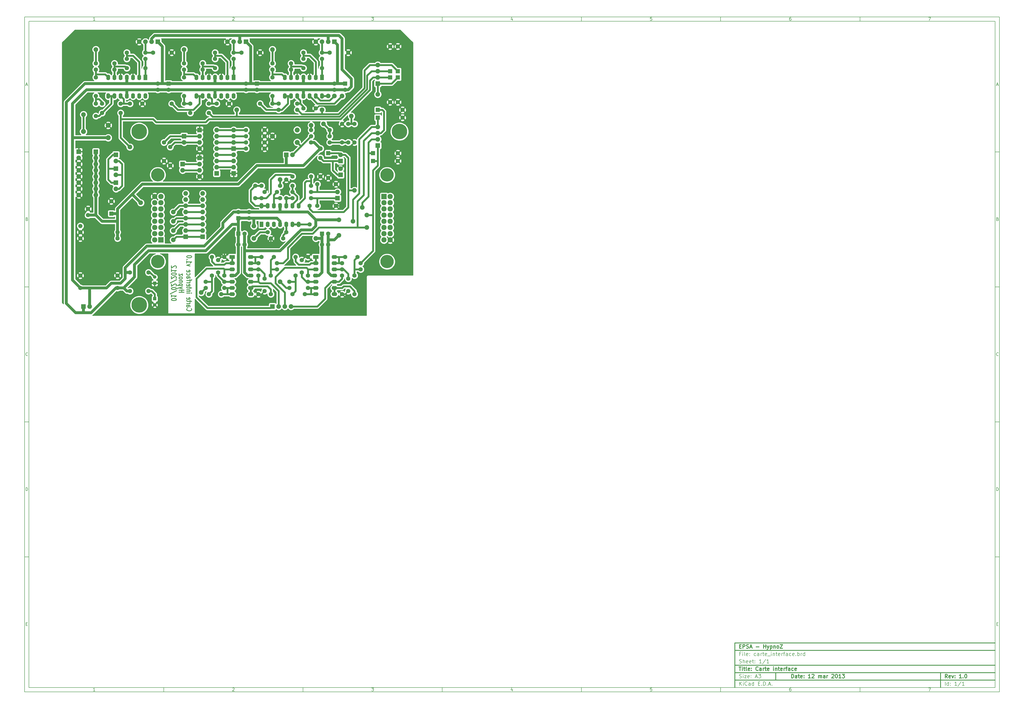
<source format=gbl>
G04 (created by PCBNEW-RS274X (2012-01-19 BZR 3256)-stable) date 12/03/2013 15:58:58*
G01*
G70*
G90*
%MOIN*%
G04 Gerber Fmt 3.4, Leading zero omitted, Abs format*
%FSLAX34Y34*%
G04 APERTURE LIST*
%ADD10C,0.006000*%
%ADD11C,0.012000*%
%ADD12C,0.070000*%
%ADD13R,0.070000X0.070000*%
%ADD14R,0.062000X0.090000*%
%ADD15O,0.062000X0.090000*%
%ADD16R,0.090000X0.062000*%
%ADD17O,0.090000X0.062000*%
%ADD18C,0.215000*%
%ADD19R,0.085000X0.085000*%
%ADD20C,0.085000*%
%ADD21R,0.075000X0.075000*%
%ADD22C,0.075000*%
%ADD23R,0.055000X0.055000*%
%ADD24C,0.055000*%
%ADD25C,0.080000*%
%ADD26C,0.250000*%
%ADD27C,0.045000*%
%ADD28C,0.030000*%
%ADD29C,0.024000*%
%ADD30C,0.010000*%
G04 APERTURE END LIST*
G54D10*
X04000Y-04000D02*
X161350Y-04000D01*
X161350Y-113000D01*
X04000Y-113000D01*
X04000Y-04000D01*
X04700Y-04700D02*
X160650Y-04700D01*
X160650Y-112300D01*
X04700Y-112300D01*
X04700Y-04700D01*
X26470Y-04000D02*
X26470Y-04700D01*
X15383Y-04552D02*
X15097Y-04552D01*
X15240Y-04552D02*
X15240Y-04052D01*
X15192Y-04124D01*
X15145Y-04171D01*
X15097Y-04195D01*
X26470Y-113000D02*
X26470Y-112300D01*
X15383Y-112852D02*
X15097Y-112852D01*
X15240Y-112852D02*
X15240Y-112352D01*
X15192Y-112424D01*
X15145Y-112471D01*
X15097Y-112495D01*
X48940Y-04000D02*
X48940Y-04700D01*
X37567Y-04100D02*
X37591Y-04076D01*
X37639Y-04052D01*
X37758Y-04052D01*
X37805Y-04076D01*
X37829Y-04100D01*
X37853Y-04148D01*
X37853Y-04195D01*
X37829Y-04267D01*
X37543Y-04552D01*
X37853Y-04552D01*
X48940Y-113000D02*
X48940Y-112300D01*
X37567Y-112400D02*
X37591Y-112376D01*
X37639Y-112352D01*
X37758Y-112352D01*
X37805Y-112376D01*
X37829Y-112400D01*
X37853Y-112448D01*
X37853Y-112495D01*
X37829Y-112567D01*
X37543Y-112852D01*
X37853Y-112852D01*
X71410Y-04000D02*
X71410Y-04700D01*
X60013Y-04052D02*
X60323Y-04052D01*
X60156Y-04243D01*
X60228Y-04243D01*
X60275Y-04267D01*
X60299Y-04290D01*
X60323Y-04338D01*
X60323Y-04457D01*
X60299Y-04505D01*
X60275Y-04529D01*
X60228Y-04552D01*
X60085Y-04552D01*
X60037Y-04529D01*
X60013Y-04505D01*
X71410Y-113000D02*
X71410Y-112300D01*
X60013Y-112352D02*
X60323Y-112352D01*
X60156Y-112543D01*
X60228Y-112543D01*
X60275Y-112567D01*
X60299Y-112590D01*
X60323Y-112638D01*
X60323Y-112757D01*
X60299Y-112805D01*
X60275Y-112829D01*
X60228Y-112852D01*
X60085Y-112852D01*
X60037Y-112829D01*
X60013Y-112805D01*
X93880Y-04000D02*
X93880Y-04700D01*
X82745Y-04219D02*
X82745Y-04552D01*
X82626Y-04029D02*
X82507Y-04386D01*
X82817Y-04386D01*
X93880Y-113000D02*
X93880Y-112300D01*
X82745Y-112519D02*
X82745Y-112852D01*
X82626Y-112329D02*
X82507Y-112686D01*
X82817Y-112686D01*
X116350Y-04000D02*
X116350Y-04700D01*
X105239Y-04052D02*
X105001Y-04052D01*
X104977Y-04290D01*
X105001Y-04267D01*
X105049Y-04243D01*
X105168Y-04243D01*
X105215Y-04267D01*
X105239Y-04290D01*
X105263Y-04338D01*
X105263Y-04457D01*
X105239Y-04505D01*
X105215Y-04529D01*
X105168Y-04552D01*
X105049Y-04552D01*
X105001Y-04529D01*
X104977Y-04505D01*
X116350Y-113000D02*
X116350Y-112300D01*
X105239Y-112352D02*
X105001Y-112352D01*
X104977Y-112590D01*
X105001Y-112567D01*
X105049Y-112543D01*
X105168Y-112543D01*
X105215Y-112567D01*
X105239Y-112590D01*
X105263Y-112638D01*
X105263Y-112757D01*
X105239Y-112805D01*
X105215Y-112829D01*
X105168Y-112852D01*
X105049Y-112852D01*
X105001Y-112829D01*
X104977Y-112805D01*
X138820Y-04000D02*
X138820Y-04700D01*
X127685Y-04052D02*
X127590Y-04052D01*
X127542Y-04076D01*
X127519Y-04100D01*
X127471Y-04171D01*
X127447Y-04267D01*
X127447Y-04457D01*
X127471Y-04505D01*
X127495Y-04529D01*
X127542Y-04552D01*
X127638Y-04552D01*
X127685Y-04529D01*
X127709Y-04505D01*
X127733Y-04457D01*
X127733Y-04338D01*
X127709Y-04290D01*
X127685Y-04267D01*
X127638Y-04243D01*
X127542Y-04243D01*
X127495Y-04267D01*
X127471Y-04290D01*
X127447Y-04338D01*
X138820Y-113000D02*
X138820Y-112300D01*
X127685Y-112352D02*
X127590Y-112352D01*
X127542Y-112376D01*
X127519Y-112400D01*
X127471Y-112471D01*
X127447Y-112567D01*
X127447Y-112757D01*
X127471Y-112805D01*
X127495Y-112829D01*
X127542Y-112852D01*
X127638Y-112852D01*
X127685Y-112829D01*
X127709Y-112805D01*
X127733Y-112757D01*
X127733Y-112638D01*
X127709Y-112590D01*
X127685Y-112567D01*
X127638Y-112543D01*
X127542Y-112543D01*
X127495Y-112567D01*
X127471Y-112590D01*
X127447Y-112638D01*
X149893Y-04052D02*
X150227Y-04052D01*
X150012Y-04552D01*
X149893Y-112352D02*
X150227Y-112352D01*
X150012Y-112852D01*
X04000Y-25800D02*
X04700Y-25800D01*
X04231Y-14960D02*
X04469Y-14960D01*
X04184Y-15102D02*
X04350Y-14602D01*
X04517Y-15102D01*
X161350Y-25800D02*
X160650Y-25800D01*
X160881Y-14960D02*
X161119Y-14960D01*
X160834Y-15102D02*
X161000Y-14602D01*
X161167Y-15102D01*
X04000Y-47600D02*
X04700Y-47600D01*
X04386Y-36640D02*
X04457Y-36664D01*
X04481Y-36688D01*
X04505Y-36736D01*
X04505Y-36807D01*
X04481Y-36855D01*
X04457Y-36879D01*
X04410Y-36902D01*
X04219Y-36902D01*
X04219Y-36402D01*
X04386Y-36402D01*
X04433Y-36426D01*
X04457Y-36450D01*
X04481Y-36498D01*
X04481Y-36545D01*
X04457Y-36593D01*
X04433Y-36617D01*
X04386Y-36640D01*
X04219Y-36640D01*
X161350Y-47600D02*
X160650Y-47600D01*
X161036Y-36640D02*
X161107Y-36664D01*
X161131Y-36688D01*
X161155Y-36736D01*
X161155Y-36807D01*
X161131Y-36855D01*
X161107Y-36879D01*
X161060Y-36902D01*
X160869Y-36902D01*
X160869Y-36402D01*
X161036Y-36402D01*
X161083Y-36426D01*
X161107Y-36450D01*
X161131Y-36498D01*
X161131Y-36545D01*
X161107Y-36593D01*
X161083Y-36617D01*
X161036Y-36640D01*
X160869Y-36640D01*
X04000Y-69400D02*
X04700Y-69400D01*
X04505Y-58655D02*
X04481Y-58679D01*
X04410Y-58702D01*
X04362Y-58702D01*
X04290Y-58679D01*
X04243Y-58631D01*
X04219Y-58583D01*
X04195Y-58488D01*
X04195Y-58417D01*
X04219Y-58321D01*
X04243Y-58274D01*
X04290Y-58226D01*
X04362Y-58202D01*
X04410Y-58202D01*
X04481Y-58226D01*
X04505Y-58250D01*
X161350Y-69400D02*
X160650Y-69400D01*
X161155Y-58655D02*
X161131Y-58679D01*
X161060Y-58702D01*
X161012Y-58702D01*
X160940Y-58679D01*
X160893Y-58631D01*
X160869Y-58583D01*
X160845Y-58488D01*
X160845Y-58417D01*
X160869Y-58321D01*
X160893Y-58274D01*
X160940Y-58226D01*
X161012Y-58202D01*
X161060Y-58202D01*
X161131Y-58226D01*
X161155Y-58250D01*
X04000Y-91200D02*
X04700Y-91200D01*
X04219Y-80502D02*
X04219Y-80002D01*
X04338Y-80002D01*
X04410Y-80026D01*
X04457Y-80074D01*
X04481Y-80121D01*
X04505Y-80217D01*
X04505Y-80288D01*
X04481Y-80383D01*
X04457Y-80431D01*
X04410Y-80479D01*
X04338Y-80502D01*
X04219Y-80502D01*
X161350Y-91200D02*
X160650Y-91200D01*
X160869Y-80502D02*
X160869Y-80002D01*
X160988Y-80002D01*
X161060Y-80026D01*
X161107Y-80074D01*
X161131Y-80121D01*
X161155Y-80217D01*
X161155Y-80288D01*
X161131Y-80383D01*
X161107Y-80431D01*
X161060Y-80479D01*
X160988Y-80502D01*
X160869Y-80502D01*
X04243Y-102040D02*
X04410Y-102040D01*
X04481Y-102302D02*
X04243Y-102302D01*
X04243Y-101802D01*
X04481Y-101802D01*
X160893Y-102040D02*
X161060Y-102040D01*
X161131Y-102302D02*
X160893Y-102302D01*
X160893Y-101802D01*
X161131Y-101802D01*
G54D11*
X127793Y-110743D02*
X127793Y-110143D01*
X127936Y-110143D01*
X128021Y-110171D01*
X128079Y-110229D01*
X128107Y-110286D01*
X128136Y-110400D01*
X128136Y-110486D01*
X128107Y-110600D01*
X128079Y-110657D01*
X128021Y-110714D01*
X127936Y-110743D01*
X127793Y-110743D01*
X128650Y-110743D02*
X128650Y-110429D01*
X128621Y-110371D01*
X128564Y-110343D01*
X128450Y-110343D01*
X128393Y-110371D01*
X128650Y-110714D02*
X128593Y-110743D01*
X128450Y-110743D01*
X128393Y-110714D01*
X128364Y-110657D01*
X128364Y-110600D01*
X128393Y-110543D01*
X128450Y-110514D01*
X128593Y-110514D01*
X128650Y-110486D01*
X128850Y-110343D02*
X129079Y-110343D01*
X128936Y-110143D02*
X128936Y-110657D01*
X128964Y-110714D01*
X129022Y-110743D01*
X129079Y-110743D01*
X129507Y-110714D02*
X129450Y-110743D01*
X129336Y-110743D01*
X129279Y-110714D01*
X129250Y-110657D01*
X129250Y-110429D01*
X129279Y-110371D01*
X129336Y-110343D01*
X129450Y-110343D01*
X129507Y-110371D01*
X129536Y-110429D01*
X129536Y-110486D01*
X129250Y-110543D01*
X129793Y-110686D02*
X129821Y-110714D01*
X129793Y-110743D01*
X129764Y-110714D01*
X129793Y-110686D01*
X129793Y-110743D01*
X129793Y-110371D02*
X129821Y-110400D01*
X129793Y-110429D01*
X129764Y-110400D01*
X129793Y-110371D01*
X129793Y-110429D01*
X130850Y-110743D02*
X130507Y-110743D01*
X130679Y-110743D02*
X130679Y-110143D01*
X130622Y-110229D01*
X130564Y-110286D01*
X130507Y-110314D01*
X131078Y-110200D02*
X131107Y-110171D01*
X131164Y-110143D01*
X131307Y-110143D01*
X131364Y-110171D01*
X131393Y-110200D01*
X131421Y-110257D01*
X131421Y-110314D01*
X131393Y-110400D01*
X131050Y-110743D01*
X131421Y-110743D01*
X132135Y-110743D02*
X132135Y-110343D01*
X132135Y-110400D02*
X132163Y-110371D01*
X132221Y-110343D01*
X132306Y-110343D01*
X132363Y-110371D01*
X132392Y-110429D01*
X132392Y-110743D01*
X132392Y-110429D02*
X132421Y-110371D01*
X132478Y-110343D01*
X132563Y-110343D01*
X132621Y-110371D01*
X132649Y-110429D01*
X132649Y-110743D01*
X133192Y-110743D02*
X133192Y-110429D01*
X133163Y-110371D01*
X133106Y-110343D01*
X132992Y-110343D01*
X132935Y-110371D01*
X133192Y-110714D02*
X133135Y-110743D01*
X132992Y-110743D01*
X132935Y-110714D01*
X132906Y-110657D01*
X132906Y-110600D01*
X132935Y-110543D01*
X132992Y-110514D01*
X133135Y-110514D01*
X133192Y-110486D01*
X133478Y-110743D02*
X133478Y-110343D01*
X133478Y-110457D02*
X133506Y-110400D01*
X133535Y-110371D01*
X133592Y-110343D01*
X133649Y-110343D01*
X134277Y-110200D02*
X134306Y-110171D01*
X134363Y-110143D01*
X134506Y-110143D01*
X134563Y-110171D01*
X134592Y-110200D01*
X134620Y-110257D01*
X134620Y-110314D01*
X134592Y-110400D01*
X134249Y-110743D01*
X134620Y-110743D01*
X134991Y-110143D02*
X135048Y-110143D01*
X135105Y-110171D01*
X135134Y-110200D01*
X135163Y-110257D01*
X135191Y-110371D01*
X135191Y-110514D01*
X135163Y-110629D01*
X135134Y-110686D01*
X135105Y-110714D01*
X135048Y-110743D01*
X134991Y-110743D01*
X134934Y-110714D01*
X134905Y-110686D01*
X134877Y-110629D01*
X134848Y-110514D01*
X134848Y-110371D01*
X134877Y-110257D01*
X134905Y-110200D01*
X134934Y-110171D01*
X134991Y-110143D01*
X135762Y-110743D02*
X135419Y-110743D01*
X135591Y-110743D02*
X135591Y-110143D01*
X135534Y-110229D01*
X135476Y-110286D01*
X135419Y-110314D01*
X135962Y-110143D02*
X136333Y-110143D01*
X136133Y-110371D01*
X136219Y-110371D01*
X136276Y-110400D01*
X136305Y-110429D01*
X136333Y-110486D01*
X136333Y-110629D01*
X136305Y-110686D01*
X136276Y-110714D01*
X136219Y-110743D01*
X136047Y-110743D01*
X135990Y-110714D01*
X135962Y-110686D01*
G54D10*
X119393Y-111943D02*
X119393Y-111343D01*
X119736Y-111943D02*
X119479Y-111600D01*
X119736Y-111343D02*
X119393Y-111686D01*
X119993Y-111943D02*
X119993Y-111543D01*
X119993Y-111343D02*
X119964Y-111371D01*
X119993Y-111400D01*
X120021Y-111371D01*
X119993Y-111343D01*
X119993Y-111400D01*
X120622Y-111886D02*
X120593Y-111914D01*
X120507Y-111943D01*
X120450Y-111943D01*
X120365Y-111914D01*
X120307Y-111857D01*
X120279Y-111800D01*
X120250Y-111686D01*
X120250Y-111600D01*
X120279Y-111486D01*
X120307Y-111429D01*
X120365Y-111371D01*
X120450Y-111343D01*
X120507Y-111343D01*
X120593Y-111371D01*
X120622Y-111400D01*
X121136Y-111943D02*
X121136Y-111629D01*
X121107Y-111571D01*
X121050Y-111543D01*
X120936Y-111543D01*
X120879Y-111571D01*
X121136Y-111914D02*
X121079Y-111943D01*
X120936Y-111943D01*
X120879Y-111914D01*
X120850Y-111857D01*
X120850Y-111800D01*
X120879Y-111743D01*
X120936Y-111714D01*
X121079Y-111714D01*
X121136Y-111686D01*
X121679Y-111943D02*
X121679Y-111343D01*
X121679Y-111914D02*
X121622Y-111943D01*
X121508Y-111943D01*
X121450Y-111914D01*
X121422Y-111886D01*
X121393Y-111829D01*
X121393Y-111657D01*
X121422Y-111600D01*
X121450Y-111571D01*
X121508Y-111543D01*
X121622Y-111543D01*
X121679Y-111571D01*
X122422Y-111629D02*
X122622Y-111629D01*
X122708Y-111943D02*
X122422Y-111943D01*
X122422Y-111343D01*
X122708Y-111343D01*
X122965Y-111886D02*
X122993Y-111914D01*
X122965Y-111943D01*
X122936Y-111914D01*
X122965Y-111886D01*
X122965Y-111943D01*
X123251Y-111943D02*
X123251Y-111343D01*
X123394Y-111343D01*
X123479Y-111371D01*
X123537Y-111429D01*
X123565Y-111486D01*
X123594Y-111600D01*
X123594Y-111686D01*
X123565Y-111800D01*
X123537Y-111857D01*
X123479Y-111914D01*
X123394Y-111943D01*
X123251Y-111943D01*
X123851Y-111886D02*
X123879Y-111914D01*
X123851Y-111943D01*
X123822Y-111914D01*
X123851Y-111886D01*
X123851Y-111943D01*
X124108Y-111771D02*
X124394Y-111771D01*
X124051Y-111943D02*
X124251Y-111343D01*
X124451Y-111943D01*
X124651Y-111886D02*
X124679Y-111914D01*
X124651Y-111943D01*
X124622Y-111914D01*
X124651Y-111886D01*
X124651Y-111943D01*
G54D11*
X152936Y-110743D02*
X152736Y-110457D01*
X152593Y-110743D02*
X152593Y-110143D01*
X152821Y-110143D01*
X152879Y-110171D01*
X152907Y-110200D01*
X152936Y-110257D01*
X152936Y-110343D01*
X152907Y-110400D01*
X152879Y-110429D01*
X152821Y-110457D01*
X152593Y-110457D01*
X153421Y-110714D02*
X153364Y-110743D01*
X153250Y-110743D01*
X153193Y-110714D01*
X153164Y-110657D01*
X153164Y-110429D01*
X153193Y-110371D01*
X153250Y-110343D01*
X153364Y-110343D01*
X153421Y-110371D01*
X153450Y-110429D01*
X153450Y-110486D01*
X153164Y-110543D01*
X153650Y-110343D02*
X153793Y-110743D01*
X153935Y-110343D01*
X154164Y-110686D02*
X154192Y-110714D01*
X154164Y-110743D01*
X154135Y-110714D01*
X154164Y-110686D01*
X154164Y-110743D01*
X154164Y-110371D02*
X154192Y-110400D01*
X154164Y-110429D01*
X154135Y-110400D01*
X154164Y-110371D01*
X154164Y-110429D01*
X155221Y-110743D02*
X154878Y-110743D01*
X155050Y-110743D02*
X155050Y-110143D01*
X154993Y-110229D01*
X154935Y-110286D01*
X154878Y-110314D01*
X155478Y-110686D02*
X155506Y-110714D01*
X155478Y-110743D01*
X155449Y-110714D01*
X155478Y-110686D01*
X155478Y-110743D01*
X155878Y-110143D02*
X155935Y-110143D01*
X155992Y-110171D01*
X156021Y-110200D01*
X156050Y-110257D01*
X156078Y-110371D01*
X156078Y-110514D01*
X156050Y-110629D01*
X156021Y-110686D01*
X155992Y-110714D01*
X155935Y-110743D01*
X155878Y-110743D01*
X155821Y-110714D01*
X155792Y-110686D01*
X155764Y-110629D01*
X155735Y-110514D01*
X155735Y-110371D01*
X155764Y-110257D01*
X155792Y-110200D01*
X155821Y-110171D01*
X155878Y-110143D01*
G54D10*
X119364Y-110714D02*
X119450Y-110743D01*
X119593Y-110743D01*
X119650Y-110714D01*
X119679Y-110686D01*
X119707Y-110629D01*
X119707Y-110571D01*
X119679Y-110514D01*
X119650Y-110486D01*
X119593Y-110457D01*
X119479Y-110429D01*
X119421Y-110400D01*
X119393Y-110371D01*
X119364Y-110314D01*
X119364Y-110257D01*
X119393Y-110200D01*
X119421Y-110171D01*
X119479Y-110143D01*
X119621Y-110143D01*
X119707Y-110171D01*
X119964Y-110743D02*
X119964Y-110343D01*
X119964Y-110143D02*
X119935Y-110171D01*
X119964Y-110200D01*
X119992Y-110171D01*
X119964Y-110143D01*
X119964Y-110200D01*
X120193Y-110343D02*
X120507Y-110343D01*
X120193Y-110743D01*
X120507Y-110743D01*
X120964Y-110714D02*
X120907Y-110743D01*
X120793Y-110743D01*
X120736Y-110714D01*
X120707Y-110657D01*
X120707Y-110429D01*
X120736Y-110371D01*
X120793Y-110343D01*
X120907Y-110343D01*
X120964Y-110371D01*
X120993Y-110429D01*
X120993Y-110486D01*
X120707Y-110543D01*
X121250Y-110686D02*
X121278Y-110714D01*
X121250Y-110743D01*
X121221Y-110714D01*
X121250Y-110686D01*
X121250Y-110743D01*
X121250Y-110371D02*
X121278Y-110400D01*
X121250Y-110429D01*
X121221Y-110400D01*
X121250Y-110371D01*
X121250Y-110429D01*
X121964Y-110571D02*
X122250Y-110571D01*
X121907Y-110743D02*
X122107Y-110143D01*
X122307Y-110743D01*
X122450Y-110143D02*
X122821Y-110143D01*
X122621Y-110371D01*
X122707Y-110371D01*
X122764Y-110400D01*
X122793Y-110429D01*
X122821Y-110486D01*
X122821Y-110629D01*
X122793Y-110686D01*
X122764Y-110714D01*
X122707Y-110743D01*
X122535Y-110743D01*
X122478Y-110714D01*
X122450Y-110686D01*
X152593Y-111943D02*
X152593Y-111343D01*
X153136Y-111943D02*
X153136Y-111343D01*
X153136Y-111914D02*
X153079Y-111943D01*
X152965Y-111943D01*
X152907Y-111914D01*
X152879Y-111886D01*
X152850Y-111829D01*
X152850Y-111657D01*
X152879Y-111600D01*
X152907Y-111571D01*
X152965Y-111543D01*
X153079Y-111543D01*
X153136Y-111571D01*
X153422Y-111886D02*
X153450Y-111914D01*
X153422Y-111943D01*
X153393Y-111914D01*
X153422Y-111886D01*
X153422Y-111943D01*
X153422Y-111571D02*
X153450Y-111600D01*
X153422Y-111629D01*
X153393Y-111600D01*
X153422Y-111571D01*
X153422Y-111629D01*
X154479Y-111943D02*
X154136Y-111943D01*
X154308Y-111943D02*
X154308Y-111343D01*
X154251Y-111429D01*
X154193Y-111486D01*
X154136Y-111514D01*
X155164Y-111314D02*
X154650Y-112086D01*
X155679Y-111943D02*
X155336Y-111943D01*
X155508Y-111943D02*
X155508Y-111343D01*
X155451Y-111429D01*
X155393Y-111486D01*
X155336Y-111514D01*
G54D11*
X119307Y-108943D02*
X119650Y-108943D01*
X119479Y-109543D02*
X119479Y-108943D01*
X119850Y-109543D02*
X119850Y-109143D01*
X119850Y-108943D02*
X119821Y-108971D01*
X119850Y-109000D01*
X119878Y-108971D01*
X119850Y-108943D01*
X119850Y-109000D01*
X120050Y-109143D02*
X120279Y-109143D01*
X120136Y-108943D02*
X120136Y-109457D01*
X120164Y-109514D01*
X120222Y-109543D01*
X120279Y-109543D01*
X120565Y-109543D02*
X120507Y-109514D01*
X120479Y-109457D01*
X120479Y-108943D01*
X121021Y-109514D02*
X120964Y-109543D01*
X120850Y-109543D01*
X120793Y-109514D01*
X120764Y-109457D01*
X120764Y-109229D01*
X120793Y-109171D01*
X120850Y-109143D01*
X120964Y-109143D01*
X121021Y-109171D01*
X121050Y-109229D01*
X121050Y-109286D01*
X120764Y-109343D01*
X121307Y-109486D02*
X121335Y-109514D01*
X121307Y-109543D01*
X121278Y-109514D01*
X121307Y-109486D01*
X121307Y-109543D01*
X121307Y-109171D02*
X121335Y-109200D01*
X121307Y-109229D01*
X121278Y-109200D01*
X121307Y-109171D01*
X121307Y-109229D01*
X122393Y-109486D02*
X122364Y-109514D01*
X122278Y-109543D01*
X122221Y-109543D01*
X122136Y-109514D01*
X122078Y-109457D01*
X122050Y-109400D01*
X122021Y-109286D01*
X122021Y-109200D01*
X122050Y-109086D01*
X122078Y-109029D01*
X122136Y-108971D01*
X122221Y-108943D01*
X122278Y-108943D01*
X122364Y-108971D01*
X122393Y-109000D01*
X122907Y-109543D02*
X122907Y-109229D01*
X122878Y-109171D01*
X122821Y-109143D01*
X122707Y-109143D01*
X122650Y-109171D01*
X122907Y-109514D02*
X122850Y-109543D01*
X122707Y-109543D01*
X122650Y-109514D01*
X122621Y-109457D01*
X122621Y-109400D01*
X122650Y-109343D01*
X122707Y-109314D01*
X122850Y-109314D01*
X122907Y-109286D01*
X123193Y-109543D02*
X123193Y-109143D01*
X123193Y-109257D02*
X123221Y-109200D01*
X123250Y-109171D01*
X123307Y-109143D01*
X123364Y-109143D01*
X123478Y-109143D02*
X123707Y-109143D01*
X123564Y-108943D02*
X123564Y-109457D01*
X123592Y-109514D01*
X123650Y-109543D01*
X123707Y-109543D01*
X124135Y-109514D02*
X124078Y-109543D01*
X123964Y-109543D01*
X123907Y-109514D01*
X123878Y-109457D01*
X123878Y-109229D01*
X123907Y-109171D01*
X123964Y-109143D01*
X124078Y-109143D01*
X124135Y-109171D01*
X124164Y-109229D01*
X124164Y-109286D01*
X123878Y-109343D01*
X124878Y-109543D02*
X124878Y-109143D01*
X124878Y-108943D02*
X124849Y-108971D01*
X124878Y-109000D01*
X124906Y-108971D01*
X124878Y-108943D01*
X124878Y-109000D01*
X125164Y-109143D02*
X125164Y-109543D01*
X125164Y-109200D02*
X125192Y-109171D01*
X125250Y-109143D01*
X125335Y-109143D01*
X125392Y-109171D01*
X125421Y-109229D01*
X125421Y-109543D01*
X125621Y-109143D02*
X125850Y-109143D01*
X125707Y-108943D02*
X125707Y-109457D01*
X125735Y-109514D01*
X125793Y-109543D01*
X125850Y-109543D01*
X126278Y-109514D02*
X126221Y-109543D01*
X126107Y-109543D01*
X126050Y-109514D01*
X126021Y-109457D01*
X126021Y-109229D01*
X126050Y-109171D01*
X126107Y-109143D01*
X126221Y-109143D01*
X126278Y-109171D01*
X126307Y-109229D01*
X126307Y-109286D01*
X126021Y-109343D01*
X126564Y-109543D02*
X126564Y-109143D01*
X126564Y-109257D02*
X126592Y-109200D01*
X126621Y-109171D01*
X126678Y-109143D01*
X126735Y-109143D01*
X126849Y-109143D02*
X127078Y-109143D01*
X126935Y-109543D02*
X126935Y-109029D01*
X126963Y-108971D01*
X127021Y-108943D01*
X127078Y-108943D01*
X127535Y-109543D02*
X127535Y-109229D01*
X127506Y-109171D01*
X127449Y-109143D01*
X127335Y-109143D01*
X127278Y-109171D01*
X127535Y-109514D02*
X127478Y-109543D01*
X127335Y-109543D01*
X127278Y-109514D01*
X127249Y-109457D01*
X127249Y-109400D01*
X127278Y-109343D01*
X127335Y-109314D01*
X127478Y-109314D01*
X127535Y-109286D01*
X128078Y-109514D02*
X128021Y-109543D01*
X127907Y-109543D01*
X127849Y-109514D01*
X127821Y-109486D01*
X127792Y-109429D01*
X127792Y-109257D01*
X127821Y-109200D01*
X127849Y-109171D01*
X127907Y-109143D01*
X128021Y-109143D01*
X128078Y-109171D01*
X128563Y-109514D02*
X128506Y-109543D01*
X128392Y-109543D01*
X128335Y-109514D01*
X128306Y-109457D01*
X128306Y-109229D01*
X128335Y-109171D01*
X128392Y-109143D01*
X128506Y-109143D01*
X128563Y-109171D01*
X128592Y-109229D01*
X128592Y-109286D01*
X128306Y-109343D01*
G54D10*
X119593Y-106829D02*
X119393Y-106829D01*
X119393Y-107143D02*
X119393Y-106543D01*
X119679Y-106543D01*
X119907Y-107143D02*
X119907Y-106743D01*
X119907Y-106543D02*
X119878Y-106571D01*
X119907Y-106600D01*
X119935Y-106571D01*
X119907Y-106543D01*
X119907Y-106600D01*
X120279Y-107143D02*
X120221Y-107114D01*
X120193Y-107057D01*
X120193Y-106543D01*
X120735Y-107114D02*
X120678Y-107143D01*
X120564Y-107143D01*
X120507Y-107114D01*
X120478Y-107057D01*
X120478Y-106829D01*
X120507Y-106771D01*
X120564Y-106743D01*
X120678Y-106743D01*
X120735Y-106771D01*
X120764Y-106829D01*
X120764Y-106886D01*
X120478Y-106943D01*
X121021Y-107086D02*
X121049Y-107114D01*
X121021Y-107143D01*
X120992Y-107114D01*
X121021Y-107086D01*
X121021Y-107143D01*
X121021Y-106771D02*
X121049Y-106800D01*
X121021Y-106829D01*
X120992Y-106800D01*
X121021Y-106771D01*
X121021Y-106829D01*
X122021Y-107114D02*
X121964Y-107143D01*
X121850Y-107143D01*
X121792Y-107114D01*
X121764Y-107086D01*
X121735Y-107029D01*
X121735Y-106857D01*
X121764Y-106800D01*
X121792Y-106771D01*
X121850Y-106743D01*
X121964Y-106743D01*
X122021Y-106771D01*
X122535Y-107143D02*
X122535Y-106829D01*
X122506Y-106771D01*
X122449Y-106743D01*
X122335Y-106743D01*
X122278Y-106771D01*
X122535Y-107114D02*
X122478Y-107143D01*
X122335Y-107143D01*
X122278Y-107114D01*
X122249Y-107057D01*
X122249Y-107000D01*
X122278Y-106943D01*
X122335Y-106914D01*
X122478Y-106914D01*
X122535Y-106886D01*
X122821Y-107143D02*
X122821Y-106743D01*
X122821Y-106857D02*
X122849Y-106800D01*
X122878Y-106771D01*
X122935Y-106743D01*
X122992Y-106743D01*
X123106Y-106743D02*
X123335Y-106743D01*
X123192Y-106543D02*
X123192Y-107057D01*
X123220Y-107114D01*
X123278Y-107143D01*
X123335Y-107143D01*
X123763Y-107114D02*
X123706Y-107143D01*
X123592Y-107143D01*
X123535Y-107114D01*
X123506Y-107057D01*
X123506Y-106829D01*
X123535Y-106771D01*
X123592Y-106743D01*
X123706Y-106743D01*
X123763Y-106771D01*
X123792Y-106829D01*
X123792Y-106886D01*
X123506Y-106943D01*
X123906Y-107200D02*
X124363Y-107200D01*
X124506Y-107143D02*
X124506Y-106743D01*
X124506Y-106543D02*
X124477Y-106571D01*
X124506Y-106600D01*
X124534Y-106571D01*
X124506Y-106543D01*
X124506Y-106600D01*
X124792Y-106743D02*
X124792Y-107143D01*
X124792Y-106800D02*
X124820Y-106771D01*
X124878Y-106743D01*
X124963Y-106743D01*
X125020Y-106771D01*
X125049Y-106829D01*
X125049Y-107143D01*
X125249Y-106743D02*
X125478Y-106743D01*
X125335Y-106543D02*
X125335Y-107057D01*
X125363Y-107114D01*
X125421Y-107143D01*
X125478Y-107143D01*
X125906Y-107114D02*
X125849Y-107143D01*
X125735Y-107143D01*
X125678Y-107114D01*
X125649Y-107057D01*
X125649Y-106829D01*
X125678Y-106771D01*
X125735Y-106743D01*
X125849Y-106743D01*
X125906Y-106771D01*
X125935Y-106829D01*
X125935Y-106886D01*
X125649Y-106943D01*
X126192Y-107143D02*
X126192Y-106743D01*
X126192Y-106857D02*
X126220Y-106800D01*
X126249Y-106771D01*
X126306Y-106743D01*
X126363Y-106743D01*
X126477Y-106743D02*
X126706Y-106743D01*
X126563Y-107143D02*
X126563Y-106629D01*
X126591Y-106571D01*
X126649Y-106543D01*
X126706Y-106543D01*
X127163Y-107143D02*
X127163Y-106829D01*
X127134Y-106771D01*
X127077Y-106743D01*
X126963Y-106743D01*
X126906Y-106771D01*
X127163Y-107114D02*
X127106Y-107143D01*
X126963Y-107143D01*
X126906Y-107114D01*
X126877Y-107057D01*
X126877Y-107000D01*
X126906Y-106943D01*
X126963Y-106914D01*
X127106Y-106914D01*
X127163Y-106886D01*
X127706Y-107114D02*
X127649Y-107143D01*
X127535Y-107143D01*
X127477Y-107114D01*
X127449Y-107086D01*
X127420Y-107029D01*
X127420Y-106857D01*
X127449Y-106800D01*
X127477Y-106771D01*
X127535Y-106743D01*
X127649Y-106743D01*
X127706Y-106771D01*
X128191Y-107114D02*
X128134Y-107143D01*
X128020Y-107143D01*
X127963Y-107114D01*
X127934Y-107057D01*
X127934Y-106829D01*
X127963Y-106771D01*
X128020Y-106743D01*
X128134Y-106743D01*
X128191Y-106771D01*
X128220Y-106829D01*
X128220Y-106886D01*
X127934Y-106943D01*
X128477Y-107086D02*
X128505Y-107114D01*
X128477Y-107143D01*
X128448Y-107114D01*
X128477Y-107086D01*
X128477Y-107143D01*
X128763Y-107143D02*
X128763Y-106543D01*
X128763Y-106771D02*
X128820Y-106743D01*
X128934Y-106743D01*
X128991Y-106771D01*
X129020Y-106800D01*
X129049Y-106857D01*
X129049Y-107029D01*
X129020Y-107086D01*
X128991Y-107114D01*
X128934Y-107143D01*
X128820Y-107143D01*
X128763Y-107114D01*
X129306Y-107143D02*
X129306Y-106743D01*
X129306Y-106857D02*
X129334Y-106800D01*
X129363Y-106771D01*
X129420Y-106743D01*
X129477Y-106743D01*
X129934Y-107143D02*
X129934Y-106543D01*
X129934Y-107114D02*
X129877Y-107143D01*
X129763Y-107143D01*
X129705Y-107114D01*
X129677Y-107086D01*
X129648Y-107029D01*
X129648Y-106857D01*
X129677Y-106800D01*
X129705Y-106771D01*
X129763Y-106743D01*
X129877Y-106743D01*
X129934Y-106771D01*
X119364Y-108314D02*
X119450Y-108343D01*
X119593Y-108343D01*
X119650Y-108314D01*
X119679Y-108286D01*
X119707Y-108229D01*
X119707Y-108171D01*
X119679Y-108114D01*
X119650Y-108086D01*
X119593Y-108057D01*
X119479Y-108029D01*
X119421Y-108000D01*
X119393Y-107971D01*
X119364Y-107914D01*
X119364Y-107857D01*
X119393Y-107800D01*
X119421Y-107771D01*
X119479Y-107743D01*
X119621Y-107743D01*
X119707Y-107771D01*
X119964Y-108343D02*
X119964Y-107743D01*
X120221Y-108343D02*
X120221Y-108029D01*
X120192Y-107971D01*
X120135Y-107943D01*
X120050Y-107943D01*
X119992Y-107971D01*
X119964Y-108000D01*
X120735Y-108314D02*
X120678Y-108343D01*
X120564Y-108343D01*
X120507Y-108314D01*
X120478Y-108257D01*
X120478Y-108029D01*
X120507Y-107971D01*
X120564Y-107943D01*
X120678Y-107943D01*
X120735Y-107971D01*
X120764Y-108029D01*
X120764Y-108086D01*
X120478Y-108143D01*
X121249Y-108314D02*
X121192Y-108343D01*
X121078Y-108343D01*
X121021Y-108314D01*
X120992Y-108257D01*
X120992Y-108029D01*
X121021Y-107971D01*
X121078Y-107943D01*
X121192Y-107943D01*
X121249Y-107971D01*
X121278Y-108029D01*
X121278Y-108086D01*
X120992Y-108143D01*
X121449Y-107943D02*
X121678Y-107943D01*
X121535Y-107743D02*
X121535Y-108257D01*
X121563Y-108314D01*
X121621Y-108343D01*
X121678Y-108343D01*
X121878Y-108286D02*
X121906Y-108314D01*
X121878Y-108343D01*
X121849Y-108314D01*
X121878Y-108286D01*
X121878Y-108343D01*
X121878Y-107971D02*
X121906Y-108000D01*
X121878Y-108029D01*
X121849Y-108000D01*
X121878Y-107971D01*
X121878Y-108029D01*
X122935Y-108343D02*
X122592Y-108343D01*
X122764Y-108343D02*
X122764Y-107743D01*
X122707Y-107829D01*
X122649Y-107886D01*
X122592Y-107914D01*
X123620Y-107714D02*
X123106Y-108486D01*
X124135Y-108343D02*
X123792Y-108343D01*
X123964Y-108343D02*
X123964Y-107743D01*
X123907Y-107829D01*
X123849Y-107886D01*
X123792Y-107914D01*
G54D11*
X119393Y-105629D02*
X119593Y-105629D01*
X119679Y-105943D02*
X119393Y-105943D01*
X119393Y-105343D01*
X119679Y-105343D01*
X119936Y-105943D02*
X119936Y-105343D01*
X120164Y-105343D01*
X120222Y-105371D01*
X120250Y-105400D01*
X120279Y-105457D01*
X120279Y-105543D01*
X120250Y-105600D01*
X120222Y-105629D01*
X120164Y-105657D01*
X119936Y-105657D01*
X120507Y-105914D02*
X120593Y-105943D01*
X120736Y-105943D01*
X120793Y-105914D01*
X120822Y-105886D01*
X120850Y-105829D01*
X120850Y-105771D01*
X120822Y-105714D01*
X120793Y-105686D01*
X120736Y-105657D01*
X120622Y-105629D01*
X120564Y-105600D01*
X120536Y-105571D01*
X120507Y-105514D01*
X120507Y-105457D01*
X120536Y-105400D01*
X120564Y-105371D01*
X120622Y-105343D01*
X120764Y-105343D01*
X120850Y-105371D01*
X121078Y-105771D02*
X121364Y-105771D01*
X121021Y-105943D02*
X121221Y-105343D01*
X121421Y-105943D01*
X122078Y-105714D02*
X122535Y-105714D01*
X123278Y-105943D02*
X123278Y-105343D01*
X123278Y-105629D02*
X123621Y-105629D01*
X123621Y-105943D02*
X123621Y-105343D01*
X123850Y-105543D02*
X123993Y-105943D01*
X124135Y-105543D02*
X123993Y-105943D01*
X123935Y-106086D01*
X123907Y-106114D01*
X123850Y-106143D01*
X124364Y-105543D02*
X124364Y-106143D01*
X124364Y-105571D02*
X124421Y-105543D01*
X124535Y-105543D01*
X124592Y-105571D01*
X124621Y-105600D01*
X124650Y-105657D01*
X124650Y-105829D01*
X124621Y-105886D01*
X124592Y-105914D01*
X124535Y-105943D01*
X124421Y-105943D01*
X124364Y-105914D01*
X124907Y-105543D02*
X124907Y-105943D01*
X124907Y-105600D02*
X124935Y-105571D01*
X124993Y-105543D01*
X125078Y-105543D01*
X125135Y-105571D01*
X125164Y-105629D01*
X125164Y-105943D01*
X125536Y-105943D02*
X125478Y-105914D01*
X125450Y-105886D01*
X125421Y-105829D01*
X125421Y-105657D01*
X125450Y-105600D01*
X125478Y-105571D01*
X125536Y-105543D01*
X125621Y-105543D01*
X125678Y-105571D01*
X125707Y-105600D01*
X125736Y-105657D01*
X125736Y-105829D01*
X125707Y-105886D01*
X125678Y-105914D01*
X125621Y-105943D01*
X125536Y-105943D01*
X125936Y-105343D02*
X126336Y-105343D01*
X125936Y-105943D01*
X126336Y-105943D01*
X118650Y-105100D02*
X118650Y-112300D01*
X118650Y-106300D02*
X160650Y-106300D01*
X118650Y-105100D02*
X160650Y-105100D01*
X118650Y-108700D02*
X160650Y-108700D01*
X151850Y-109900D02*
X151850Y-112300D01*
X118650Y-111100D02*
X160650Y-111100D01*
X118650Y-109900D02*
X160650Y-109900D01*
X125250Y-109900D02*
X125250Y-111100D01*
X30252Y-51084D02*
X30214Y-51113D01*
X30176Y-51199D01*
X30176Y-51256D01*
X30214Y-51341D01*
X30290Y-51399D01*
X30367Y-51427D01*
X30519Y-51456D01*
X30633Y-51456D01*
X30786Y-51427D01*
X30862Y-51399D01*
X30938Y-51341D01*
X30976Y-51256D01*
X30976Y-51199D01*
X30938Y-51113D01*
X30900Y-51084D01*
X30176Y-50570D02*
X30595Y-50570D01*
X30671Y-50599D01*
X30710Y-50656D01*
X30710Y-50770D01*
X30671Y-50827D01*
X30214Y-50570D02*
X30176Y-50627D01*
X30176Y-50770D01*
X30214Y-50827D01*
X30290Y-50856D01*
X30367Y-50856D01*
X30443Y-50827D01*
X30481Y-50770D01*
X30481Y-50627D01*
X30519Y-50570D01*
X30176Y-50284D02*
X30710Y-50284D01*
X30557Y-50284D02*
X30633Y-50256D01*
X30671Y-50227D01*
X30710Y-50170D01*
X30710Y-50113D01*
X30710Y-49999D02*
X30710Y-49770D01*
X30976Y-49913D02*
X30290Y-49913D01*
X30214Y-49885D01*
X30176Y-49827D01*
X30176Y-49770D01*
X30214Y-49342D02*
X30176Y-49399D01*
X30176Y-49513D01*
X30214Y-49570D01*
X30290Y-49599D01*
X30595Y-49599D01*
X30671Y-49570D01*
X30710Y-49513D01*
X30710Y-49399D01*
X30671Y-49342D01*
X30595Y-49313D01*
X30519Y-49313D01*
X30443Y-49599D01*
X30176Y-48599D02*
X30710Y-48599D01*
X30976Y-48599D02*
X30938Y-48628D01*
X30900Y-48599D01*
X30938Y-48571D01*
X30976Y-48599D01*
X30900Y-48599D01*
X30710Y-48313D02*
X30176Y-48313D01*
X30633Y-48313D02*
X30671Y-48285D01*
X30710Y-48227D01*
X30710Y-48142D01*
X30671Y-48085D01*
X30595Y-48056D01*
X30176Y-48056D01*
X30710Y-47856D02*
X30710Y-47627D01*
X30976Y-47770D02*
X30290Y-47770D01*
X30214Y-47742D01*
X30176Y-47684D01*
X30176Y-47627D01*
X30214Y-47199D02*
X30176Y-47256D01*
X30176Y-47370D01*
X30214Y-47427D01*
X30290Y-47456D01*
X30595Y-47456D01*
X30671Y-47427D01*
X30710Y-47370D01*
X30710Y-47256D01*
X30671Y-47199D01*
X30595Y-47170D01*
X30519Y-47170D01*
X30443Y-47456D01*
X30176Y-46913D02*
X30710Y-46913D01*
X30557Y-46913D02*
X30633Y-46885D01*
X30671Y-46856D01*
X30710Y-46799D01*
X30710Y-46742D01*
X30710Y-46628D02*
X30710Y-46399D01*
X30176Y-46542D02*
X30862Y-46542D01*
X30938Y-46514D01*
X30976Y-46456D01*
X30976Y-46399D01*
X30176Y-45942D02*
X30595Y-45942D01*
X30671Y-45971D01*
X30710Y-46028D01*
X30710Y-46142D01*
X30671Y-46199D01*
X30214Y-45942D02*
X30176Y-45999D01*
X30176Y-46142D01*
X30214Y-46199D01*
X30290Y-46228D01*
X30367Y-46228D01*
X30443Y-46199D01*
X30481Y-46142D01*
X30481Y-45999D01*
X30519Y-45942D01*
X30214Y-45399D02*
X30176Y-45456D01*
X30176Y-45570D01*
X30214Y-45628D01*
X30252Y-45656D01*
X30329Y-45685D01*
X30557Y-45685D01*
X30633Y-45656D01*
X30671Y-45628D01*
X30710Y-45570D01*
X30710Y-45456D01*
X30671Y-45399D01*
X30214Y-44914D02*
X30176Y-44971D01*
X30176Y-45085D01*
X30214Y-45142D01*
X30290Y-45171D01*
X30595Y-45171D01*
X30671Y-45142D01*
X30710Y-45085D01*
X30710Y-44971D01*
X30671Y-44914D01*
X30595Y-44885D01*
X30519Y-44885D01*
X30443Y-45171D01*
X30710Y-44228D02*
X30176Y-44085D01*
X30710Y-43943D01*
X30176Y-43400D02*
X30176Y-43743D01*
X30176Y-43571D02*
X30976Y-43571D01*
X30862Y-43628D01*
X30786Y-43686D01*
X30748Y-43743D01*
X30252Y-43143D02*
X30214Y-43115D01*
X30176Y-43143D01*
X30214Y-43172D01*
X30252Y-43143D01*
X30176Y-43143D01*
X30976Y-42743D02*
X30976Y-42686D01*
X30938Y-42629D01*
X30900Y-42600D01*
X30824Y-42571D01*
X30671Y-42543D01*
X30481Y-42543D01*
X30329Y-42571D01*
X30252Y-42600D01*
X30214Y-42629D01*
X30176Y-42686D01*
X30176Y-42743D01*
X30214Y-42800D01*
X30252Y-42829D01*
X30329Y-42857D01*
X30481Y-42886D01*
X30671Y-42886D01*
X30824Y-42857D01*
X30900Y-42829D01*
X30938Y-42800D01*
X30976Y-42743D01*
X28936Y-48457D02*
X29736Y-48457D01*
X29355Y-48457D02*
X29355Y-48114D01*
X28936Y-48114D02*
X29736Y-48114D01*
X29470Y-47885D02*
X28936Y-47742D01*
X29470Y-47600D02*
X28936Y-47742D01*
X28746Y-47800D01*
X28708Y-47828D01*
X28670Y-47885D01*
X29470Y-47371D02*
X28670Y-47371D01*
X29431Y-47371D02*
X29470Y-47314D01*
X29470Y-47200D01*
X29431Y-47143D01*
X29393Y-47114D01*
X29317Y-47085D01*
X29089Y-47085D01*
X29012Y-47114D01*
X28974Y-47143D01*
X28936Y-47200D01*
X28936Y-47314D01*
X28974Y-47371D01*
X29470Y-46828D02*
X28936Y-46828D01*
X29393Y-46828D02*
X29431Y-46800D01*
X29470Y-46742D01*
X29470Y-46657D01*
X29431Y-46600D01*
X29355Y-46571D01*
X28936Y-46571D01*
X28936Y-46199D02*
X28974Y-46257D01*
X29012Y-46285D01*
X29089Y-46314D01*
X29317Y-46314D01*
X29393Y-46285D01*
X29431Y-46257D01*
X29470Y-46199D01*
X29470Y-46114D01*
X29431Y-46057D01*
X29393Y-46028D01*
X29317Y-45999D01*
X29089Y-45999D01*
X29012Y-46028D01*
X28974Y-46057D01*
X28936Y-46114D01*
X28936Y-46199D01*
X29470Y-45799D02*
X29470Y-45485D01*
X28936Y-45799D01*
X28936Y-45485D01*
X28496Y-49656D02*
X28496Y-49599D01*
X28458Y-49542D01*
X28420Y-49513D01*
X28344Y-49484D01*
X28191Y-49456D01*
X28001Y-49456D01*
X27849Y-49484D01*
X27772Y-49513D01*
X27734Y-49542D01*
X27696Y-49599D01*
X27696Y-49656D01*
X27734Y-49713D01*
X27772Y-49742D01*
X27849Y-49770D01*
X28001Y-49799D01*
X28191Y-49799D01*
X28344Y-49770D01*
X28420Y-49742D01*
X28458Y-49713D01*
X28496Y-49656D01*
X27696Y-48885D02*
X27696Y-49228D01*
X27696Y-49056D02*
X28496Y-49056D01*
X28382Y-49113D01*
X28306Y-49171D01*
X28268Y-49228D01*
X28534Y-48200D02*
X27506Y-48714D01*
X28496Y-47885D02*
X28496Y-47828D01*
X28458Y-47771D01*
X28420Y-47742D01*
X28344Y-47713D01*
X28191Y-47685D01*
X28001Y-47685D01*
X27849Y-47713D01*
X27772Y-47742D01*
X27734Y-47771D01*
X27696Y-47828D01*
X27696Y-47885D01*
X27734Y-47942D01*
X27772Y-47971D01*
X27849Y-47999D01*
X28001Y-48028D01*
X28191Y-48028D01*
X28344Y-47999D01*
X28420Y-47971D01*
X28458Y-47942D01*
X28496Y-47885D01*
X28420Y-47457D02*
X28458Y-47428D01*
X28496Y-47371D01*
X28496Y-47228D01*
X28458Y-47171D01*
X28420Y-47142D01*
X28344Y-47114D01*
X28268Y-47114D01*
X28153Y-47142D01*
X27696Y-47485D01*
X27696Y-47114D01*
X28534Y-46429D02*
X27506Y-46943D01*
X28420Y-46257D02*
X28458Y-46228D01*
X28496Y-46171D01*
X28496Y-46028D01*
X28458Y-45971D01*
X28420Y-45942D01*
X28344Y-45914D01*
X28268Y-45914D01*
X28153Y-45942D01*
X27696Y-46285D01*
X27696Y-45914D01*
X28496Y-45543D02*
X28496Y-45486D01*
X28458Y-45429D01*
X28420Y-45400D01*
X28344Y-45371D01*
X28191Y-45343D01*
X28001Y-45343D01*
X27849Y-45371D01*
X27772Y-45400D01*
X27734Y-45429D01*
X27696Y-45486D01*
X27696Y-45543D01*
X27734Y-45600D01*
X27772Y-45629D01*
X27849Y-45657D01*
X28001Y-45686D01*
X28191Y-45686D01*
X28344Y-45657D01*
X28420Y-45629D01*
X28458Y-45600D01*
X28496Y-45543D01*
X27696Y-44772D02*
X27696Y-45115D01*
X27696Y-44943D02*
X28496Y-44943D01*
X28382Y-45000D01*
X28306Y-45058D01*
X28268Y-45115D01*
X28420Y-44544D02*
X28458Y-44515D01*
X28496Y-44458D01*
X28496Y-44315D01*
X28458Y-44258D01*
X28420Y-44229D01*
X28344Y-44201D01*
X28268Y-44201D01*
X28153Y-44229D01*
X27696Y-44572D01*
X27696Y-44201D01*
G54D12*
X14250Y-36000D03*
X14250Y-35000D03*
X25500Y-14750D03*
X25500Y-15750D03*
X40250Y-36500D03*
X40250Y-35500D03*
X38500Y-40750D03*
X39500Y-40750D03*
X39750Y-14750D03*
X39750Y-15750D03*
X52000Y-40750D03*
X53000Y-40750D03*
G54D13*
X27250Y-14750D03*
G54D12*
X27250Y-15750D03*
G54D13*
X38500Y-39000D03*
G54D12*
X39500Y-39000D03*
G54D13*
X52000Y-39000D03*
G54D12*
X53000Y-39000D03*
G54D13*
X41500Y-14750D03*
G54D12*
X41500Y-15750D03*
G54D13*
X38500Y-36500D03*
G54D12*
X38500Y-35500D03*
X49000Y-18750D03*
X51000Y-18750D03*
X27750Y-18000D03*
X29750Y-18000D03*
X35000Y-18000D03*
X37000Y-18000D03*
X42000Y-18000D03*
X44000Y-18000D03*
X44750Y-32250D03*
X42750Y-32250D03*
X49250Y-48750D03*
X47250Y-48750D03*
X41250Y-31250D03*
X41250Y-33250D03*
X42750Y-46250D03*
X42750Y-48250D03*
X45750Y-39750D03*
X43750Y-39750D03*
X42250Y-42750D03*
X44250Y-42750D03*
X48750Y-45250D03*
X48750Y-43250D03*
X35250Y-45250D03*
X35250Y-43250D03*
X15500Y-20000D03*
X15500Y-18000D03*
X35750Y-48750D03*
X33750Y-48750D03*
X21000Y-18000D03*
X23000Y-18000D03*
X55750Y-42750D03*
X57750Y-42750D03*
G54D13*
X18000Y-35750D03*
G54D12*
X18000Y-33750D03*
X65000Y-19000D03*
G54D13*
X61000Y-19000D03*
G54D12*
X65000Y-20250D03*
G54D13*
X61000Y-20250D03*
G54D12*
X64250Y-26000D03*
G54D13*
X60250Y-26000D03*
G54D12*
X63000Y-17750D03*
G54D13*
X63000Y-13750D03*
G54D12*
X64250Y-27250D03*
G54D13*
X60250Y-27250D03*
G54D12*
X53000Y-30000D03*
G54D13*
X53000Y-26000D03*
G54D12*
X64250Y-17750D03*
G54D13*
X64250Y-13750D03*
G54D12*
X64250Y-08750D03*
G54D13*
X64250Y-12750D03*
G54D12*
X63000Y-08750D03*
G54D13*
X63000Y-12750D03*
G54D14*
X37750Y-13750D03*
G54D15*
X36750Y-13750D03*
X35750Y-13750D03*
X34750Y-13750D03*
X33750Y-13750D03*
X32750Y-13750D03*
X31750Y-13750D03*
X31750Y-16750D03*
X32750Y-16750D03*
X33750Y-16750D03*
X34750Y-16750D03*
X35750Y-16750D03*
X36750Y-16750D03*
X37750Y-16750D03*
G54D14*
X52000Y-13750D03*
G54D15*
X51000Y-13750D03*
X50000Y-13750D03*
X49000Y-13750D03*
X48000Y-13750D03*
X47000Y-13750D03*
X46000Y-13750D03*
X46000Y-16750D03*
X47000Y-16750D03*
X48000Y-16750D03*
X49000Y-16750D03*
X50000Y-16750D03*
X51000Y-16750D03*
X52000Y-16750D03*
G54D14*
X42250Y-37500D03*
G54D15*
X43250Y-37500D03*
X44250Y-37500D03*
X45250Y-37500D03*
X46250Y-37500D03*
X47250Y-37500D03*
X48250Y-37500D03*
X48250Y-34500D03*
X47250Y-34500D03*
X46250Y-34500D03*
X45250Y-34500D03*
X44250Y-34500D03*
X43250Y-34500D03*
X42250Y-34500D03*
G54D16*
X37500Y-42750D03*
G54D17*
X37500Y-43750D03*
X37500Y-44750D03*
X37500Y-45750D03*
X37500Y-46750D03*
X37500Y-47750D03*
X37500Y-48750D03*
X40500Y-48750D03*
X40500Y-47750D03*
X40500Y-46750D03*
X40500Y-45750D03*
X40500Y-44750D03*
X40500Y-43750D03*
X40500Y-42750D03*
G54D14*
X23500Y-13750D03*
G54D15*
X22500Y-13750D03*
X21500Y-13750D03*
X20500Y-13750D03*
X19500Y-13750D03*
X18500Y-13750D03*
X17500Y-13750D03*
X17500Y-16750D03*
X18500Y-16750D03*
X19500Y-16750D03*
X20500Y-16750D03*
X21500Y-16750D03*
X22500Y-16750D03*
X23500Y-16750D03*
G54D16*
X51000Y-42750D03*
G54D17*
X51000Y-43750D03*
X51000Y-44750D03*
X51000Y-45750D03*
X51000Y-46750D03*
X51000Y-47750D03*
X51000Y-48750D03*
X54000Y-48750D03*
X54000Y-47750D03*
X54000Y-46750D03*
X54000Y-45750D03*
X54000Y-44750D03*
X54000Y-43750D03*
X54000Y-42750D03*
G54D18*
X62500Y-29500D03*
X62500Y-43500D03*
G54D19*
X62000Y-33000D03*
G54D20*
X63000Y-33000D03*
X62000Y-34000D03*
X63000Y-34000D03*
X62000Y-35000D03*
X63000Y-35000D03*
X62000Y-36000D03*
X63000Y-36000D03*
X62000Y-37000D03*
X63000Y-37000D03*
X62000Y-38000D03*
X63000Y-38000D03*
X62000Y-39000D03*
X63000Y-39000D03*
X62000Y-40000D03*
X63000Y-40000D03*
G54D18*
X25500Y-43500D03*
X25500Y-29500D03*
G54D19*
X26000Y-40000D03*
G54D20*
X25000Y-40000D03*
X26000Y-39000D03*
X25000Y-39000D03*
X26000Y-38000D03*
X25000Y-38000D03*
X26000Y-37000D03*
X25000Y-37000D03*
X26000Y-36000D03*
X25000Y-36000D03*
X26000Y-35000D03*
X25000Y-35000D03*
X26000Y-34000D03*
X25000Y-34000D03*
X26000Y-33000D03*
X25000Y-33000D03*
G54D21*
X46250Y-26250D03*
G54D22*
X47250Y-26250D03*
G54D21*
X29750Y-23250D03*
G54D22*
X29750Y-24250D03*
G54D21*
X55000Y-29500D03*
G54D22*
X55000Y-28500D03*
G54D21*
X29500Y-27750D03*
G54D22*
X29500Y-28750D03*
G54D21*
X54500Y-33250D03*
G54D22*
X54500Y-32250D03*
X32250Y-29750D03*
X32250Y-28750D03*
G54D21*
X32250Y-26750D03*
G54D22*
X32250Y-27750D03*
X32250Y-25250D03*
X32250Y-24250D03*
G54D21*
X32250Y-22250D03*
G54D22*
X32250Y-23250D03*
X61000Y-11750D03*
X61000Y-12750D03*
G54D21*
X61000Y-14750D03*
G54D22*
X61000Y-13750D03*
X47000Y-50750D03*
X46000Y-50750D03*
G54D21*
X44000Y-50750D03*
G54D22*
X45000Y-50750D03*
X37750Y-22250D03*
X37750Y-23250D03*
G54D21*
X37750Y-25250D03*
G54D22*
X37750Y-24250D03*
X37750Y-26250D03*
X37750Y-27250D03*
G54D21*
X37750Y-29250D03*
G54D22*
X37750Y-28250D03*
X51000Y-08000D03*
X52000Y-08000D03*
G54D21*
X54000Y-08000D03*
G54D22*
X53000Y-08000D03*
X36750Y-08000D03*
X37750Y-08000D03*
G54D21*
X39750Y-08000D03*
G54D22*
X38750Y-08000D03*
X61000Y-21750D03*
X61000Y-22750D03*
G54D21*
X61000Y-24750D03*
G54D22*
X61000Y-23750D03*
X15500Y-30750D03*
X15500Y-29750D03*
X15500Y-31750D03*
X15500Y-32750D03*
X15500Y-28750D03*
X15500Y-27750D03*
G54D21*
X15500Y-25750D03*
G54D22*
X15500Y-26750D03*
X32750Y-34500D03*
X32750Y-35500D03*
X32750Y-33500D03*
X32750Y-32500D03*
X32750Y-36500D03*
X32750Y-37500D03*
G54D21*
X32750Y-39500D03*
G54D22*
X32750Y-38500D03*
X30000Y-34500D03*
X30000Y-35500D03*
X30000Y-33500D03*
X30000Y-32500D03*
X30000Y-36500D03*
X30000Y-37500D03*
G54D21*
X30000Y-39500D03*
G54D22*
X30000Y-38500D03*
X12750Y-30750D03*
X12750Y-29750D03*
X12750Y-31750D03*
X12750Y-32750D03*
X12750Y-28750D03*
X12750Y-27750D03*
G54D21*
X12750Y-25750D03*
G54D22*
X12750Y-26750D03*
X35000Y-24250D03*
X35000Y-25250D03*
X35000Y-23250D03*
X35000Y-22250D03*
X35000Y-26250D03*
X35000Y-27250D03*
G54D21*
X35000Y-29250D03*
G54D22*
X35000Y-28250D03*
G54D23*
X25000Y-47000D03*
G54D24*
X25000Y-46000D03*
G54D23*
X25000Y-49500D03*
G54D24*
X25000Y-50500D03*
G54D12*
X46250Y-38750D03*
X43250Y-38750D03*
X50000Y-37500D03*
X50000Y-34500D03*
X57250Y-21250D03*
X57250Y-24250D03*
X27750Y-09750D03*
X24750Y-09750D03*
X56250Y-09750D03*
X53250Y-09750D03*
X42000Y-09750D03*
X39000Y-09750D03*
X51250Y-34500D03*
X54250Y-34500D03*
X46250Y-33250D03*
X46250Y-30250D03*
X47250Y-33250D03*
X50250Y-33250D03*
X47250Y-29750D03*
X50250Y-29750D03*
X45250Y-33250D03*
X42250Y-33250D03*
X50250Y-32250D03*
X47250Y-32250D03*
X42250Y-31250D03*
X45250Y-31250D03*
X54250Y-31000D03*
X51250Y-31000D03*
X50250Y-31250D03*
X47250Y-31250D03*
X47000Y-11500D03*
X44000Y-11500D03*
X49000Y-12250D03*
X52000Y-12250D03*
X45000Y-19000D03*
X48000Y-19000D03*
X52000Y-09750D03*
X49000Y-09750D03*
X52000Y-10750D03*
X49000Y-10750D03*
X44000Y-12500D03*
X47000Y-12500D03*
X32750Y-11500D03*
X29750Y-11500D03*
X29750Y-16750D03*
X29750Y-13750D03*
X33750Y-18000D03*
X30750Y-18000D03*
X34750Y-12250D03*
X37750Y-12250D03*
X21000Y-45250D03*
X24000Y-45250D03*
X21000Y-48250D03*
X24000Y-48250D03*
X30750Y-19500D03*
X33750Y-19500D03*
X37750Y-09750D03*
X34750Y-09750D03*
X37750Y-10750D03*
X34750Y-10750D03*
X29750Y-12500D03*
X32750Y-12500D03*
X18500Y-11500D03*
X15500Y-11500D03*
X15500Y-16750D03*
X15500Y-13750D03*
X19500Y-18000D03*
X16500Y-18000D03*
X20500Y-12250D03*
X23500Y-12250D03*
X16500Y-19500D03*
X19500Y-19500D03*
X23500Y-09750D03*
X20500Y-09750D03*
X23500Y-10750D03*
X20500Y-10750D03*
X15500Y-12500D03*
X18500Y-12500D03*
X34250Y-45750D03*
X34250Y-42750D03*
X36250Y-46750D03*
X33250Y-46750D03*
X36250Y-47750D03*
X33250Y-47750D03*
X36250Y-42750D03*
X36250Y-45750D03*
X43750Y-45750D03*
X43750Y-48750D03*
X41750Y-44750D03*
X44750Y-44750D03*
X41750Y-43750D03*
X44750Y-43750D03*
X41750Y-48750D03*
X41750Y-45750D03*
X47750Y-45750D03*
X47750Y-42750D03*
X49750Y-46750D03*
X46750Y-46750D03*
X49750Y-47750D03*
X46750Y-47750D03*
X49750Y-42750D03*
X49750Y-45750D03*
X57250Y-45750D03*
X57250Y-48750D03*
X55250Y-44750D03*
X58250Y-44750D03*
X55250Y-43750D03*
X58250Y-43750D03*
X48000Y-18000D03*
X45000Y-18000D03*
X44000Y-16750D03*
X44000Y-13750D03*
G54D25*
X17500Y-23500D03*
X13500Y-22500D03*
X17500Y-21500D03*
G54D12*
X13000Y-37750D03*
X13000Y-38750D03*
X13000Y-39750D03*
X13000Y-45750D03*
X13000Y-47750D03*
X19000Y-47750D03*
X19000Y-45750D03*
X19000Y-39750D03*
X19000Y-38750D03*
G54D13*
X55750Y-14750D03*
G54D12*
X55750Y-15750D03*
X55250Y-48750D03*
X55250Y-45750D03*
G54D22*
X22500Y-08000D03*
X23500Y-08000D03*
G54D21*
X25500Y-08000D03*
G54D22*
X24500Y-08000D03*
G54D21*
X55000Y-27250D03*
G54D22*
X55000Y-26250D03*
G54D12*
X54000Y-14750D03*
X54000Y-15750D03*
X56250Y-46250D03*
X56250Y-48250D03*
G54D21*
X13500Y-50750D03*
G54D22*
X14500Y-50750D03*
G54D21*
X18750Y-30750D03*
G54D22*
X18750Y-31750D03*
G54D21*
X18750Y-28500D03*
G54D22*
X18750Y-29500D03*
G54D12*
X42750Y-25250D03*
X39750Y-25250D03*
X26500Y-27250D03*
X26500Y-24250D03*
X42750Y-23250D03*
X39750Y-23250D03*
X42750Y-22250D03*
X39750Y-22250D03*
X51750Y-29750D03*
X51750Y-26750D03*
X42750Y-24250D03*
X39750Y-24250D03*
X27500Y-28000D03*
X27500Y-25000D03*
G54D21*
X18750Y-26250D03*
G54D22*
X18750Y-27250D03*
G54D25*
X48000Y-24250D03*
X44000Y-23250D03*
X48000Y-22250D03*
G54D12*
X53250Y-24250D03*
X50250Y-24250D03*
X56250Y-24250D03*
X56250Y-21250D03*
X50250Y-23250D03*
X53250Y-23250D03*
X55250Y-24250D03*
X55250Y-21250D03*
X53250Y-22250D03*
X50250Y-22250D03*
G54D26*
X64500Y-22500D03*
X22500Y-22500D03*
X22500Y-50500D03*
G54D22*
X51750Y-25250D03*
X22750Y-34000D03*
X54750Y-39250D03*
X54750Y-36750D03*
X29750Y-09250D03*
X15500Y-09250D03*
X13500Y-19750D03*
X44000Y-09250D03*
X45250Y-30250D03*
X61000Y-16500D03*
X28000Y-38500D03*
X28000Y-35500D03*
X28000Y-40000D03*
X28000Y-37000D03*
X52000Y-19000D03*
X38250Y-19000D03*
X21000Y-25000D03*
X57250Y-32000D03*
X58500Y-34750D03*
X45250Y-46750D03*
X57000Y-37000D03*
X32500Y-48500D03*
X59250Y-38000D03*
X59250Y-36000D03*
X36250Y-41000D03*
X39500Y-37500D03*
X39500Y-32750D03*
X42250Y-50250D03*
X28500Y-13250D03*
X49250Y-39750D03*
X23250Y-33000D03*
X65250Y-28250D03*
X55500Y-34250D03*
X49750Y-08000D03*
X54000Y-16750D03*
X52250Y-21250D03*
X56750Y-20000D03*
X55250Y-16750D03*
X53000Y-16750D03*
X41000Y-39750D03*
X50250Y-21500D03*
X41000Y-37750D03*
X51000Y-39750D03*
G54D27*
X15500Y-25750D02*
X15500Y-26750D01*
X15500Y-36000D02*
X15500Y-32750D01*
X18000Y-35750D02*
X19000Y-35750D01*
X15500Y-31750D02*
X15500Y-32750D01*
X44000Y-28000D02*
X46250Y-28000D01*
X41500Y-28000D02*
X38500Y-31000D01*
X15500Y-36000D02*
X14250Y-36000D01*
X15500Y-28750D02*
X15500Y-29750D01*
X49000Y-28000D02*
X49500Y-27500D01*
X16500Y-37000D02*
X15500Y-36000D01*
X19000Y-38750D02*
X19000Y-39750D01*
X50250Y-24250D02*
X50750Y-24250D01*
X15500Y-30750D02*
X15500Y-31750D01*
X44000Y-28000D02*
X41500Y-28000D01*
X19000Y-37000D02*
X19000Y-38750D01*
X23000Y-31000D02*
X21375Y-32625D01*
X50750Y-24250D02*
X51750Y-25250D01*
X21375Y-32625D02*
X19000Y-35000D01*
X47750Y-28000D02*
X49000Y-28000D01*
X46250Y-28000D02*
X47750Y-28000D01*
X49500Y-27500D02*
X51750Y-25250D01*
X15500Y-27750D02*
X15500Y-28750D01*
X15500Y-26750D02*
X15500Y-27750D01*
X23000Y-31000D02*
X38500Y-31000D01*
X16500Y-37000D02*
X19000Y-37000D01*
X19000Y-35750D02*
X19000Y-37000D01*
X22750Y-34000D02*
X21375Y-32625D01*
X19000Y-35000D02*
X19000Y-35750D01*
X15500Y-29750D02*
X15500Y-30750D01*
X46250Y-26250D02*
X46250Y-28000D01*
X53000Y-39000D02*
X53000Y-40000D01*
X55250Y-12500D02*
X56750Y-14000D01*
X38500Y-35500D02*
X40250Y-35500D01*
X49000Y-15750D02*
X54000Y-15750D01*
X38750Y-08000D02*
X38750Y-07000D01*
X56750Y-15250D02*
X56750Y-14000D01*
X14500Y-47750D02*
X17250Y-47750D01*
X45250Y-41750D02*
X39500Y-41750D01*
X20500Y-15750D02*
X14000Y-15750D01*
X14500Y-50750D02*
X14500Y-47750D01*
X25500Y-15750D02*
X20500Y-15750D01*
X39500Y-41750D02*
X39500Y-45250D01*
X53000Y-45250D02*
X53500Y-45750D01*
X54750Y-07000D02*
X55250Y-07500D01*
X38750Y-07000D02*
X53000Y-07000D01*
X51000Y-36750D02*
X54750Y-36750D01*
X25000Y-07000D02*
X38750Y-07000D01*
X24500Y-07500D02*
X25000Y-07000D01*
X34750Y-16750D02*
X34750Y-15750D01*
X17250Y-47750D02*
X18000Y-47000D01*
X34750Y-15750D02*
X39750Y-15750D01*
X39500Y-39000D02*
X39500Y-40750D01*
X27250Y-15750D02*
X25500Y-15750D01*
X50375Y-38375D02*
X51000Y-37750D01*
X36000Y-38000D02*
X33000Y-41000D01*
X41500Y-15750D02*
X39750Y-15750D01*
X21000Y-45250D02*
X20250Y-45250D01*
X17500Y-23500D02*
X11750Y-23500D01*
X23750Y-41000D02*
X20250Y-44500D01*
X55750Y-15750D02*
X56250Y-15750D01*
X53500Y-45750D02*
X54000Y-45750D01*
X20250Y-46250D02*
X20250Y-45250D01*
X27250Y-15750D02*
X34750Y-15750D01*
X48625Y-38375D02*
X45250Y-41750D01*
X36000Y-37250D02*
X36000Y-38000D01*
X56250Y-15750D02*
X56750Y-15250D01*
X18000Y-47000D02*
X19500Y-47000D01*
X51000Y-36750D02*
X51000Y-37750D01*
X41500Y-15750D02*
X49000Y-15750D01*
X54000Y-40000D02*
X54750Y-39250D01*
X11750Y-23500D02*
X11750Y-18000D01*
X33000Y-41000D02*
X29500Y-41000D01*
X24500Y-08000D02*
X24500Y-07500D01*
X19500Y-47000D02*
X20250Y-46250D01*
X11750Y-46500D02*
X13000Y-47750D01*
X49750Y-35500D02*
X51000Y-36750D01*
X37750Y-35500D02*
X36000Y-37250D01*
X40000Y-45750D02*
X40500Y-45750D01*
X13000Y-47750D02*
X14500Y-47750D01*
X55250Y-07500D02*
X55250Y-12500D01*
X55750Y-15750D02*
X54000Y-15750D01*
X53000Y-07000D02*
X54750Y-07000D01*
X53000Y-08000D02*
X53000Y-07000D01*
X53000Y-40750D02*
X53000Y-45250D01*
X39500Y-40750D02*
X39500Y-41750D01*
X40250Y-35500D02*
X45250Y-35500D01*
X20500Y-16750D02*
X20500Y-15750D01*
X39500Y-45250D02*
X40000Y-45750D01*
X50375Y-38375D02*
X48625Y-38375D01*
X29500Y-41000D02*
X23750Y-41000D01*
X49000Y-16750D02*
X49000Y-15750D01*
X38500Y-35500D02*
X37750Y-35500D01*
X54000Y-40000D02*
X53000Y-40000D01*
X14000Y-15750D02*
X11750Y-18000D01*
X45250Y-34500D02*
X45250Y-35500D01*
X45250Y-35500D02*
X49750Y-35500D01*
X11750Y-23500D02*
X11750Y-46500D01*
X20250Y-45250D02*
X20250Y-44500D01*
X53000Y-40000D02*
X53000Y-40750D01*
G54D28*
X29750Y-11500D02*
X29750Y-09250D01*
X13500Y-22500D02*
X13500Y-19750D01*
X15500Y-11500D02*
X15500Y-09250D01*
X44000Y-09250D02*
X44000Y-11500D01*
X63250Y-14750D02*
X64250Y-13750D01*
X61000Y-14750D02*
X63250Y-14750D01*
X45250Y-31250D02*
X45250Y-30250D01*
X61000Y-16500D02*
X61000Y-14750D01*
X39750Y-25250D02*
X37750Y-25250D01*
X37750Y-25250D02*
X35000Y-25250D01*
X32250Y-27750D02*
X29500Y-27750D01*
X29000Y-37500D02*
X30000Y-37500D01*
X28000Y-38500D02*
X29000Y-37500D01*
X30000Y-37500D02*
X32750Y-37500D01*
X30000Y-34500D02*
X29000Y-34500D01*
X32750Y-34500D02*
X30000Y-34500D01*
X29000Y-34500D02*
X28000Y-35500D01*
X35000Y-26250D02*
X37750Y-26250D01*
X37750Y-27250D02*
X35000Y-27250D01*
X35000Y-28250D02*
X37750Y-28250D01*
X52250Y-27250D02*
X53750Y-27250D01*
X53750Y-28750D02*
X54500Y-29500D01*
X54500Y-29500D02*
X55000Y-29500D01*
X53750Y-27250D02*
X53750Y-28750D01*
X53750Y-27250D02*
X55000Y-27250D01*
X51750Y-26750D02*
X52250Y-27250D01*
X30000Y-39500D02*
X32750Y-39500D01*
X30000Y-39500D02*
X28500Y-39500D01*
X28500Y-39500D02*
X28000Y-40000D01*
X30000Y-36500D02*
X28500Y-36500D01*
X30000Y-36500D02*
X32750Y-36500D01*
X28500Y-36500D02*
X28000Y-37000D01*
X52000Y-09750D02*
X53250Y-09750D01*
X52000Y-09750D02*
X52000Y-08000D01*
X48054Y-19000D02*
X48750Y-19696D01*
X48000Y-19000D02*
X48054Y-19000D01*
X52000Y-19000D02*
X52000Y-19696D01*
X61000Y-11750D02*
X59750Y-11750D01*
X58882Y-12618D02*
X59750Y-11750D01*
X58882Y-15482D02*
X58882Y-12618D01*
X52000Y-19696D02*
X54668Y-19696D01*
X61000Y-11750D02*
X63250Y-11750D01*
X63250Y-11750D02*
X64250Y-12750D01*
X54668Y-19696D02*
X58882Y-15482D01*
X48750Y-19696D02*
X52000Y-19696D01*
X37750Y-09750D02*
X37750Y-08000D01*
X39000Y-09750D02*
X37750Y-09750D01*
X61000Y-12750D02*
X60000Y-12750D01*
X38250Y-20098D02*
X34348Y-20098D01*
X59284Y-13466D02*
X60000Y-12750D01*
X34348Y-20098D02*
X33750Y-19500D01*
X59284Y-15466D02*
X59284Y-13466D01*
X54250Y-20098D02*
X38250Y-20098D01*
X38250Y-19000D02*
X38250Y-20098D01*
X54834Y-20098D02*
X59284Y-15648D01*
X59284Y-15648D02*
X59284Y-15466D01*
X54250Y-20098D02*
X54834Y-20098D01*
X61000Y-12750D02*
X63000Y-12750D01*
X23500Y-08000D02*
X23500Y-09750D01*
X23500Y-09750D02*
X24750Y-09750D01*
X19500Y-20500D02*
X24750Y-20500D01*
X61000Y-13750D02*
X63000Y-13750D01*
X55000Y-20500D02*
X59750Y-15750D01*
X24750Y-20500D02*
X25250Y-21000D01*
X19500Y-23500D02*
X21000Y-25000D01*
X59750Y-15750D02*
X59750Y-14250D01*
X33750Y-20500D02*
X55000Y-20500D01*
X60250Y-13750D02*
X61000Y-13750D01*
X25250Y-21000D02*
X33250Y-21000D01*
X33750Y-20500D02*
X33250Y-21000D01*
X59750Y-14250D02*
X60250Y-13750D01*
X19500Y-20500D02*
X19500Y-23500D01*
X19500Y-20500D02*
X19500Y-19500D01*
X35000Y-22250D02*
X37750Y-22250D01*
X37750Y-22250D02*
X39750Y-22250D01*
X37750Y-23250D02*
X35000Y-23250D01*
X39750Y-23250D02*
X37750Y-23250D01*
X37750Y-24250D02*
X39750Y-24250D01*
X35000Y-24250D02*
X37750Y-24250D01*
X32750Y-38500D02*
X30000Y-38500D01*
X30000Y-35500D02*
X32750Y-35500D01*
X29500Y-28750D02*
X32250Y-28750D01*
X55000Y-26250D02*
X55750Y-26250D01*
X56250Y-32000D02*
X56250Y-26750D01*
X56250Y-32000D02*
X56250Y-34750D01*
X56250Y-32000D02*
X57250Y-32000D01*
X55500Y-35500D02*
X56250Y-34750D01*
X56250Y-26750D02*
X55750Y-26250D01*
X53000Y-26000D02*
X54750Y-26000D01*
X50000Y-35000D02*
X50500Y-35500D01*
X50500Y-35500D02*
X55500Y-35500D01*
X54750Y-26000D02*
X55000Y-26250D01*
X50000Y-34500D02*
X50000Y-35000D01*
X44500Y-47000D02*
X44500Y-46000D01*
X44500Y-47000D02*
X46000Y-48500D01*
X49500Y-44500D02*
X46000Y-44500D01*
X49750Y-44750D02*
X49500Y-44500D01*
X51000Y-44750D02*
X49750Y-44750D01*
X46000Y-48500D02*
X46000Y-50750D01*
X49750Y-44750D02*
X49750Y-45750D01*
X44500Y-46000D02*
X46000Y-44500D01*
X59500Y-26000D02*
X59500Y-24250D01*
X59500Y-33000D02*
X59500Y-26000D01*
X60000Y-23750D02*
X61000Y-23750D01*
X46250Y-47750D02*
X46750Y-47750D01*
X60250Y-26000D02*
X59500Y-26000D01*
X58500Y-34000D02*
X59500Y-33000D01*
X59500Y-24250D02*
X60000Y-23750D01*
X58500Y-34750D02*
X58500Y-34000D01*
X46250Y-47750D02*
X45250Y-46750D01*
X36125Y-44625D02*
X33375Y-44625D01*
X31750Y-49250D02*
X31750Y-46250D01*
X31750Y-49250D02*
X33500Y-51000D01*
X33375Y-44625D02*
X31750Y-46250D01*
X36125Y-44625D02*
X36250Y-44750D01*
X33500Y-51000D02*
X43750Y-51000D01*
X36250Y-44750D02*
X36250Y-45750D01*
X37500Y-44750D02*
X36250Y-44750D01*
X43750Y-51000D02*
X44000Y-50750D01*
X60000Y-21750D02*
X61000Y-21750D01*
X58000Y-32500D02*
X58000Y-23750D01*
X61000Y-21750D02*
X61000Y-20250D01*
X57000Y-33500D02*
X58000Y-32500D01*
X57000Y-33500D02*
X57000Y-37000D01*
X33250Y-47750D02*
X32500Y-48500D01*
X58000Y-23750D02*
X60000Y-21750D01*
X43750Y-47000D02*
X45000Y-48250D01*
X42000Y-47000D02*
X43750Y-47000D01*
X40500Y-46750D02*
X41750Y-46750D01*
X41750Y-46750D02*
X41750Y-45750D01*
X41750Y-46750D02*
X42000Y-47000D01*
X45000Y-48250D02*
X45000Y-50750D01*
X45750Y-43750D02*
X46500Y-43000D01*
X46500Y-41250D02*
X46500Y-43000D01*
X62000Y-19250D02*
X61750Y-19000D01*
X48750Y-39000D02*
X46500Y-41250D01*
X50500Y-39000D02*
X48750Y-39000D01*
X61750Y-19000D02*
X61000Y-19000D01*
X61000Y-22750D02*
X61500Y-22750D01*
X57750Y-33750D02*
X58750Y-32750D01*
X44750Y-43750D02*
X45750Y-43750D01*
X51500Y-38000D02*
X57750Y-38000D01*
X57750Y-38000D02*
X59250Y-38000D01*
X58750Y-24000D02*
X60000Y-22750D01*
X61500Y-22750D02*
X62000Y-22250D01*
X50500Y-39000D02*
X51500Y-38000D01*
X62000Y-19250D02*
X62000Y-22250D01*
X57750Y-33750D02*
X57750Y-38000D01*
X58750Y-32750D02*
X58750Y-24000D01*
X61000Y-22750D02*
X60000Y-22750D01*
X54000Y-46750D02*
X53500Y-46750D01*
X54750Y-46750D02*
X55250Y-46250D01*
X53500Y-46750D02*
X52500Y-47750D01*
X55250Y-46250D02*
X55250Y-45750D01*
X54000Y-46750D02*
X54750Y-46750D01*
X52500Y-47750D02*
X52500Y-49500D01*
X51250Y-50750D02*
X47000Y-50750D01*
X52500Y-49500D02*
X51250Y-50750D01*
X61000Y-24750D02*
X61000Y-27250D01*
X60250Y-36000D02*
X60250Y-28750D01*
X61000Y-27250D02*
X61000Y-28000D01*
X59250Y-36000D02*
X60250Y-36000D01*
X58250Y-43750D02*
X60250Y-41750D01*
X60250Y-27250D02*
X61000Y-27250D01*
X60250Y-41750D02*
X60250Y-36000D01*
X61000Y-28000D02*
X60250Y-28750D01*
X53250Y-24250D02*
X55250Y-24250D01*
X55250Y-24250D02*
X56250Y-24250D01*
X48000Y-24250D02*
X48625Y-24875D01*
X48625Y-24875D02*
X48500Y-25000D01*
X49500Y-24000D02*
X50250Y-23250D01*
X48750Y-24750D02*
X49500Y-24000D01*
X48500Y-25000D02*
X48750Y-24750D01*
X47250Y-26250D02*
X48500Y-25000D01*
X29750Y-23250D02*
X27500Y-23250D01*
X27500Y-23250D02*
X26500Y-24250D01*
X29750Y-23250D02*
X32250Y-23250D01*
X28250Y-24250D02*
X27500Y-25000D01*
X29750Y-24250D02*
X28250Y-24250D01*
X29750Y-24250D02*
X32250Y-24250D01*
G54D29*
X51000Y-18750D02*
X51122Y-18750D01*
X53000Y-18372D02*
X54878Y-18372D01*
X49750Y-42750D02*
X49250Y-42750D01*
X54878Y-18372D02*
X55000Y-18250D01*
X51122Y-18750D02*
X51500Y-18372D01*
X51500Y-18372D02*
X53000Y-18372D01*
X55000Y-18250D02*
X57750Y-15500D01*
X51000Y-08000D02*
X50500Y-08500D01*
X42000Y-41000D02*
X43000Y-41000D01*
X55250Y-48750D02*
X55750Y-48750D01*
X43000Y-41000D02*
X43250Y-41000D01*
X40250Y-40500D02*
X40750Y-41000D01*
X42250Y-48750D02*
X42750Y-48250D01*
X28500Y-10500D02*
X28500Y-13250D01*
X27750Y-09750D02*
X28500Y-10500D01*
X55500Y-34250D02*
X55250Y-34500D01*
X39500Y-32750D02*
X39500Y-31250D01*
X64250Y-27250D02*
X65250Y-28250D01*
X49250Y-42750D02*
X48750Y-43250D01*
X43000Y-30500D02*
X43000Y-32000D01*
X55250Y-34500D02*
X54250Y-34500D01*
X40250Y-38250D02*
X39500Y-37500D01*
X39500Y-31250D02*
X40750Y-30000D01*
X42500Y-30000D02*
X43000Y-30500D01*
X41750Y-48750D02*
X42250Y-48750D01*
X43750Y-40500D02*
X43750Y-39750D01*
X43000Y-32000D02*
X42750Y-32250D01*
X50250Y-08500D02*
X50500Y-08500D01*
X55750Y-48750D02*
X56250Y-48250D01*
X57750Y-11250D02*
X56250Y-09750D01*
X43250Y-41000D02*
X43750Y-40500D01*
X40250Y-39500D02*
X40250Y-40500D01*
X36250Y-42750D02*
X36250Y-41000D01*
X42250Y-48750D02*
X42250Y-50250D01*
X35750Y-42750D02*
X36250Y-42750D01*
X40250Y-38250D02*
X40250Y-39500D01*
X50250Y-08500D02*
X49750Y-08000D01*
X40750Y-41000D02*
X42000Y-41000D01*
X57750Y-15500D02*
X57750Y-11250D01*
X40750Y-30000D02*
X42500Y-30000D01*
X49250Y-42750D02*
X49250Y-39750D01*
X35250Y-43250D02*
X35750Y-42750D01*
G54D28*
X46500Y-16750D02*
X46000Y-16750D01*
X46500Y-18000D02*
X45500Y-19000D01*
X46500Y-16750D02*
X46500Y-18000D01*
X45000Y-19000D02*
X43000Y-19000D01*
X45500Y-19000D02*
X45000Y-19000D01*
X43000Y-19000D02*
X42000Y-18000D01*
X47000Y-16750D02*
X46500Y-16750D01*
X36500Y-43750D02*
X37500Y-43750D01*
X34750Y-44000D02*
X36250Y-44000D01*
X34250Y-43500D02*
X34750Y-44000D01*
X34250Y-42750D02*
X34250Y-43500D01*
X37500Y-42750D02*
X37500Y-43750D01*
X36250Y-44000D02*
X36500Y-43750D01*
X45750Y-39250D02*
X46250Y-38750D01*
X45750Y-39750D02*
X45750Y-39250D01*
X46250Y-38750D02*
X46250Y-37500D01*
X15500Y-13750D02*
X15500Y-13250D01*
X15500Y-13250D02*
X15500Y-12500D01*
X17000Y-13250D02*
X15500Y-13250D01*
X17500Y-13750D02*
X17000Y-13250D01*
X34250Y-18000D02*
X34250Y-17250D01*
X34250Y-18000D02*
X33750Y-18000D01*
X34250Y-17250D02*
X33750Y-16750D01*
X35000Y-18000D02*
X34250Y-18000D01*
X29750Y-16750D02*
X29750Y-18000D01*
X29750Y-18000D02*
X30750Y-18000D01*
X16000Y-20000D02*
X16500Y-19500D01*
X18500Y-16750D02*
X18000Y-16750D01*
X16500Y-19500D02*
X18000Y-18000D01*
X18000Y-16750D02*
X17500Y-16750D01*
X15500Y-20000D02*
X16000Y-20000D01*
X18000Y-16750D02*
X18000Y-18000D01*
X18500Y-12500D02*
X18500Y-12000D01*
X20250Y-12000D02*
X20500Y-12250D01*
X18500Y-12000D02*
X20250Y-12000D01*
X18500Y-12000D02*
X18500Y-11500D01*
X18500Y-13750D02*
X18500Y-12500D01*
X57250Y-48250D02*
X57250Y-48750D01*
X54000Y-47750D02*
X54000Y-48750D01*
X56500Y-47500D02*
X57250Y-48250D01*
X55500Y-47500D02*
X56500Y-47500D01*
X54000Y-47750D02*
X55250Y-47750D01*
X55250Y-47750D02*
X55500Y-47500D01*
X40500Y-43750D02*
X41250Y-43750D01*
X41250Y-43750D02*
X41250Y-42750D01*
X41250Y-43750D02*
X41750Y-43750D01*
X41250Y-42750D02*
X42250Y-42750D01*
X40500Y-42750D02*
X41250Y-42750D01*
X29750Y-13250D02*
X31250Y-13250D01*
X29750Y-13250D02*
X29750Y-12500D01*
X29750Y-13750D02*
X29750Y-13250D01*
X31250Y-13250D02*
X31750Y-13750D01*
X32750Y-12000D02*
X32750Y-11500D01*
X32750Y-12500D02*
X32750Y-13750D01*
X34500Y-12000D02*
X34750Y-12250D01*
X32750Y-12500D02*
X32750Y-12000D01*
X32750Y-12000D02*
X34500Y-12000D01*
X54000Y-44750D02*
X55250Y-44750D01*
X55250Y-44750D02*
X55500Y-44750D01*
X55500Y-44750D02*
X56250Y-45500D01*
X56250Y-45500D02*
X56250Y-46250D01*
X57250Y-43250D02*
X57750Y-42750D01*
X57250Y-44750D02*
X58250Y-44750D01*
X57250Y-44750D02*
X57250Y-43250D01*
X57250Y-45750D02*
X57250Y-44750D01*
X49250Y-30750D02*
X49500Y-30500D01*
X48250Y-34250D02*
X49250Y-33250D01*
X49500Y-30500D02*
X50250Y-30500D01*
X50250Y-30500D02*
X50250Y-29750D01*
X50250Y-31250D02*
X50250Y-30500D01*
X48250Y-34500D02*
X48250Y-34250D01*
X49250Y-33250D02*
X49250Y-30750D01*
X24500Y-48250D02*
X25000Y-48750D01*
X24000Y-48250D02*
X24500Y-48250D01*
X25000Y-48750D02*
X25000Y-49500D01*
X24250Y-45250D02*
X25000Y-46000D01*
X24000Y-45250D02*
X24250Y-45250D01*
X51250Y-33250D02*
X54500Y-33250D01*
X51250Y-34500D02*
X51250Y-33250D01*
X50250Y-33250D02*
X51250Y-33250D01*
X48750Y-45250D02*
X48750Y-46000D01*
X49750Y-46750D02*
X51000Y-46750D01*
X48750Y-46000D02*
X49500Y-46750D01*
X49500Y-46750D02*
X49750Y-46750D01*
X35250Y-45750D02*
X36250Y-46750D01*
X36250Y-46750D02*
X37500Y-46750D01*
X35250Y-45250D02*
X35250Y-45750D01*
X34250Y-46750D02*
X34250Y-48250D01*
X34250Y-45750D02*
X34250Y-46750D01*
X33250Y-46750D02*
X34250Y-46750D01*
X34250Y-48250D02*
X33750Y-48750D01*
X44750Y-44750D02*
X43750Y-44750D01*
X43750Y-44750D02*
X43750Y-43250D01*
X43750Y-45750D02*
X43750Y-44750D01*
X43750Y-43250D02*
X44250Y-42750D01*
X44000Y-13250D02*
X45500Y-13250D01*
X44000Y-12500D02*
X44000Y-13250D01*
X45500Y-13250D02*
X46000Y-13750D01*
X44000Y-13250D02*
X44000Y-13750D01*
X49000Y-10250D02*
X49000Y-09750D01*
X50000Y-10250D02*
X51000Y-11250D01*
X49000Y-10250D02*
X50000Y-10250D01*
X49000Y-10750D02*
X49000Y-10250D01*
X51000Y-11250D02*
X51000Y-13750D01*
X52000Y-10750D02*
X52000Y-12250D01*
X52000Y-13750D02*
X52000Y-12250D01*
X44000Y-16750D02*
X44000Y-18000D01*
X44000Y-18000D02*
X45000Y-18000D01*
X48000Y-16750D02*
X48000Y-17000D01*
X49000Y-18750D02*
X49000Y-18500D01*
X49000Y-18500D02*
X48500Y-18000D01*
X48500Y-17500D02*
X48500Y-18000D01*
X49000Y-18750D02*
X49000Y-18750D01*
X48500Y-18000D02*
X48000Y-18000D01*
X48000Y-17000D02*
X48500Y-17500D01*
X47250Y-37500D02*
X48250Y-37500D01*
X48250Y-37500D02*
X50000Y-37500D01*
X54750Y-43750D02*
X55250Y-43750D01*
X54000Y-42750D02*
X54750Y-42750D01*
X54750Y-43750D02*
X54750Y-42750D01*
X54000Y-43750D02*
X54750Y-43750D01*
X54750Y-42750D02*
X55750Y-42750D01*
X18750Y-27250D02*
X19250Y-27250D01*
X19750Y-27750D02*
X19750Y-29500D01*
X19750Y-31250D02*
X19250Y-31750D01*
X19750Y-29500D02*
X19750Y-31250D01*
X19250Y-31750D02*
X18750Y-31750D01*
X19250Y-27250D02*
X19750Y-27750D01*
X18750Y-29500D02*
X19750Y-29500D01*
X53250Y-17500D02*
X54000Y-16750D01*
X53250Y-22250D02*
X52250Y-21250D01*
X51750Y-17500D02*
X51000Y-16750D01*
X53250Y-23250D02*
X53250Y-22250D01*
X52250Y-17500D02*
X51750Y-17500D01*
X53250Y-17500D02*
X52250Y-17500D01*
X47250Y-34500D02*
X47250Y-34250D01*
X47250Y-34250D02*
X48000Y-33500D01*
X47250Y-31750D02*
X47250Y-31250D01*
X47250Y-32250D02*
X47250Y-31750D01*
X48000Y-33500D02*
X48000Y-33000D01*
X48000Y-33000D02*
X47250Y-32250D01*
X46250Y-34500D02*
X46250Y-33250D01*
X46250Y-33250D02*
X47250Y-33250D01*
X42250Y-34500D02*
X41250Y-34500D01*
X41250Y-34500D02*
X40500Y-33750D01*
X41250Y-31250D02*
X42250Y-31250D01*
X40500Y-32000D02*
X41250Y-31250D01*
X40500Y-33750D02*
X40500Y-32000D01*
X42250Y-34500D02*
X43250Y-34500D01*
X43750Y-30250D02*
X44500Y-29500D01*
X43000Y-33250D02*
X43750Y-32500D01*
X42250Y-33250D02*
X43000Y-33250D01*
X41250Y-33250D02*
X42250Y-33250D01*
X43750Y-32500D02*
X43750Y-30500D01*
X44500Y-29500D02*
X47000Y-29500D01*
X47000Y-29500D02*
X47250Y-29750D01*
X43750Y-30500D02*
X43750Y-30250D01*
X44250Y-34500D02*
X44250Y-33250D01*
X44250Y-33250D02*
X44250Y-32750D01*
X44250Y-33250D02*
X45250Y-33250D01*
X44250Y-32750D02*
X44750Y-32250D01*
X51250Y-32250D02*
X50250Y-32250D01*
X54500Y-32250D02*
X51250Y-32250D01*
X51250Y-31000D02*
X51250Y-32250D01*
X17500Y-30250D02*
X18000Y-30750D01*
X17500Y-28500D02*
X17500Y-27000D01*
X17500Y-27000D02*
X18250Y-26250D01*
X18250Y-26250D02*
X18750Y-26250D01*
X18750Y-30750D02*
X18000Y-30750D01*
X18750Y-28500D02*
X17500Y-28500D01*
X17500Y-30250D02*
X17500Y-28500D01*
X50000Y-16750D02*
X50875Y-17625D01*
X50875Y-17625D02*
X51250Y-18000D01*
X51250Y-18000D02*
X52000Y-18000D01*
X56750Y-21250D02*
X56750Y-20000D01*
X55250Y-16750D02*
X54000Y-18000D01*
X54000Y-18000D02*
X52000Y-18000D01*
X57250Y-21250D02*
X56750Y-21250D01*
X56750Y-21250D02*
X56250Y-21250D01*
X42000Y-38750D02*
X43250Y-38750D01*
X42000Y-38750D02*
X41000Y-39750D01*
X50250Y-22250D02*
X50250Y-21500D01*
X53000Y-16750D02*
X52000Y-16750D01*
X20000Y-18000D02*
X20000Y-17250D01*
X20000Y-18000D02*
X19500Y-18000D01*
X20000Y-17250D02*
X19500Y-16750D01*
X21000Y-18000D02*
X20000Y-18000D01*
X21500Y-10250D02*
X20500Y-10250D01*
X22500Y-11250D02*
X22500Y-13750D01*
X22500Y-11250D02*
X21500Y-10250D01*
X20500Y-09750D02*
X20500Y-10250D01*
X20500Y-10750D02*
X20500Y-10250D01*
X23500Y-10750D02*
X23500Y-12250D01*
X23500Y-13750D02*
X23500Y-12250D01*
X16000Y-17250D02*
X16500Y-17750D01*
X15500Y-17250D02*
X15500Y-16750D01*
X15500Y-18000D02*
X15500Y-17250D01*
X15500Y-17250D02*
X16000Y-17250D01*
X16500Y-17750D02*
X16500Y-18000D01*
X42750Y-45500D02*
X42750Y-46250D01*
X40500Y-44750D02*
X41750Y-44750D01*
X41750Y-44750D02*
X42000Y-44750D01*
X42000Y-44750D02*
X42750Y-45500D01*
X40500Y-47750D02*
X40500Y-48750D01*
X40750Y-47500D02*
X40500Y-47750D01*
X43750Y-48750D02*
X43750Y-48000D01*
X43250Y-47500D02*
X40750Y-47500D01*
X43750Y-48000D02*
X43250Y-47500D01*
X47750Y-42750D02*
X47750Y-43500D01*
X50000Y-44000D02*
X50250Y-43750D01*
X47750Y-43500D02*
X48250Y-44000D01*
X50250Y-43750D02*
X51000Y-43750D01*
X51000Y-42750D02*
X51000Y-43750D01*
X48250Y-44000D02*
X50000Y-44000D01*
X47750Y-48250D02*
X47250Y-48750D01*
X47750Y-46750D02*
X47750Y-48250D01*
X46750Y-46750D02*
X47750Y-46750D01*
X47750Y-45750D02*
X47750Y-46750D01*
X50250Y-47750D02*
X50250Y-48750D01*
X49250Y-48750D02*
X50250Y-48750D01*
X50250Y-47750D02*
X51000Y-47750D01*
X50250Y-48750D02*
X51000Y-48750D01*
X49750Y-47750D02*
X50250Y-47750D01*
X36250Y-47750D02*
X36750Y-47750D01*
X36750Y-47750D02*
X37500Y-47750D01*
X36750Y-48750D02*
X37500Y-48750D01*
X36750Y-47750D02*
X36750Y-48750D01*
X35750Y-48750D02*
X36750Y-48750D01*
X28750Y-19000D02*
X27750Y-18000D01*
X31250Y-19000D02*
X30750Y-19000D01*
X32250Y-16750D02*
X31750Y-16750D01*
X30750Y-19500D02*
X30750Y-19000D01*
X32750Y-16750D02*
X32250Y-16750D01*
X32250Y-16750D02*
X32250Y-18000D01*
X30750Y-19000D02*
X28750Y-19000D01*
X32250Y-18000D02*
X31250Y-19000D01*
X37750Y-13750D02*
X37750Y-12250D01*
X37750Y-10750D02*
X37750Y-12250D01*
X34750Y-10250D02*
X34750Y-09750D01*
X34750Y-10250D02*
X35750Y-10250D01*
X34750Y-10750D02*
X34750Y-10250D01*
X36750Y-11250D02*
X36750Y-13750D01*
X35750Y-10250D02*
X36750Y-11250D01*
X47000Y-12500D02*
X47000Y-13750D01*
X47000Y-12000D02*
X48750Y-12000D01*
X48750Y-12000D02*
X49000Y-12250D01*
X47000Y-12000D02*
X47000Y-11500D01*
X47000Y-12500D02*
X47000Y-12000D01*
G54D27*
X34750Y-14750D02*
X34750Y-13750D01*
X49000Y-13750D02*
X49000Y-14750D01*
X37500Y-37500D02*
X33250Y-41750D01*
X27250Y-14750D02*
X26250Y-14750D01*
X54500Y-08500D02*
X54500Y-14750D01*
X41500Y-14750D02*
X40500Y-14750D01*
X13500Y-51750D02*
X12250Y-51750D01*
X41000Y-36500D02*
X44750Y-36500D01*
X20500Y-48250D02*
X20000Y-47750D01*
X38500Y-39000D02*
X38500Y-37500D01*
X26250Y-08750D02*
X25500Y-08000D01*
X14750Y-51750D02*
X13500Y-51750D01*
X38500Y-39000D02*
X38500Y-40750D01*
X33250Y-41750D02*
X24000Y-41750D01*
X21000Y-48250D02*
X20500Y-48250D01*
X54500Y-08500D02*
X54000Y-08000D01*
X41500Y-14750D02*
X49000Y-14750D01*
X38500Y-37500D02*
X37500Y-37500D01*
X55750Y-14750D02*
X54500Y-14750D01*
X40250Y-36500D02*
X41000Y-36500D01*
X38500Y-45250D02*
X38000Y-45750D01*
X40500Y-14750D02*
X40500Y-08750D01*
X26250Y-14750D02*
X26250Y-08750D01*
X52000Y-39750D02*
X52000Y-40750D01*
X18750Y-47750D02*
X14750Y-51750D01*
X45250Y-37000D02*
X45250Y-37500D01*
X40500Y-08750D02*
X39750Y-08000D01*
X38500Y-37500D02*
X38500Y-36500D01*
X38500Y-40750D02*
X38500Y-45250D01*
X19000Y-47750D02*
X20000Y-47750D01*
X44750Y-36500D02*
X45250Y-37000D01*
X52000Y-45250D02*
X51500Y-45750D01*
X49000Y-14750D02*
X54000Y-14750D01*
X20000Y-47750D02*
X21750Y-46000D01*
X26250Y-14750D02*
X25500Y-14750D01*
X40500Y-14750D02*
X39750Y-14750D01*
X19000Y-47750D02*
X18750Y-47750D01*
X34750Y-14750D02*
X39750Y-14750D01*
X41000Y-36500D02*
X41000Y-37750D01*
X51000Y-39750D02*
X52000Y-39750D01*
X38000Y-45750D02*
X37500Y-45750D01*
X13750Y-14750D02*
X10750Y-17750D01*
X13500Y-50750D02*
X13500Y-51750D01*
X25500Y-14750D02*
X20500Y-14750D01*
X38500Y-36500D02*
X40250Y-36500D01*
X21750Y-44000D02*
X21750Y-46000D01*
X20500Y-14750D02*
X13750Y-14750D01*
X51500Y-45750D02*
X51000Y-45750D01*
X10750Y-17750D02*
X10750Y-50250D01*
X20500Y-14750D02*
X20500Y-13750D01*
X54500Y-14750D02*
X54000Y-14750D01*
X24000Y-41750D02*
X21750Y-44000D01*
X12250Y-51750D02*
X10750Y-50250D01*
X52000Y-40750D02*
X52000Y-45250D01*
X52000Y-39000D02*
X52000Y-39750D01*
X27250Y-14750D02*
X34750Y-14750D01*
G54D10*
G36*
X35321Y-43250D02*
X35250Y-43321D01*
X35179Y-43250D01*
X35250Y-43179D01*
X35321Y-43250D01*
X35321Y-43250D01*
G37*
G54D30*
X35321Y-43250D02*
X35250Y-43321D01*
X35179Y-43250D01*
X35250Y-43179D01*
X35321Y-43250D01*
G54D10*
G36*
X37419Y-10250D02*
X37373Y-10281D01*
X37289Y-10363D01*
X37222Y-10460D01*
X37176Y-10568D01*
X37152Y-10683D01*
X37150Y-10801D01*
X37171Y-10916D01*
X37215Y-11025D01*
X37278Y-11124D01*
X37350Y-11198D01*
X37350Y-11803D01*
X37289Y-11863D01*
X37222Y-11960D01*
X37176Y-12068D01*
X37152Y-12183D01*
X37150Y-12301D01*
X37150Y-11254D01*
X37150Y-11250D01*
X37147Y-11222D01*
X37143Y-11176D01*
X37142Y-11172D01*
X37139Y-11165D01*
X37122Y-11101D01*
X37120Y-11098D01*
X37111Y-11081D01*
X37111Y-08431D01*
X36750Y-08071D01*
X36679Y-08141D01*
X36679Y-08000D01*
X36319Y-07639D01*
X36217Y-07675D01*
X36164Y-07784D01*
X36133Y-07902D01*
X36126Y-08024D01*
X36143Y-08145D01*
X36183Y-08260D01*
X36217Y-08325D01*
X36319Y-08361D01*
X36679Y-08000D01*
X36679Y-08141D01*
X36389Y-08431D01*
X36425Y-08533D01*
X36534Y-08586D01*
X36652Y-08617D01*
X36774Y-08624D01*
X36895Y-08607D01*
X37010Y-08567D01*
X37075Y-08533D01*
X37111Y-08431D01*
X37111Y-11081D01*
X37085Y-11032D01*
X37083Y-11030D01*
X37083Y-11029D01*
X37065Y-11007D01*
X37037Y-10971D01*
X37034Y-10968D01*
X37033Y-10967D01*
X36036Y-09970D01*
X36033Y-09967D01*
X36016Y-09953D01*
X35976Y-09920D01*
X35972Y-09918D01*
X35908Y-09882D01*
X35904Y-09881D01*
X35833Y-09859D01*
X35831Y-09858D01*
X35829Y-09858D01*
X35791Y-09854D01*
X35756Y-09850D01*
X35751Y-09850D01*
X35750Y-09850D01*
X35341Y-09850D01*
X35347Y-09825D01*
X35349Y-09691D01*
X35326Y-09576D01*
X35281Y-09467D01*
X35216Y-09369D01*
X35133Y-09286D01*
X35036Y-09220D01*
X34928Y-09175D01*
X34813Y-09151D01*
X34695Y-09151D01*
X34580Y-09173D01*
X34471Y-09217D01*
X34373Y-09281D01*
X34289Y-09363D01*
X34222Y-09460D01*
X34176Y-09568D01*
X34152Y-09683D01*
X34150Y-09801D01*
X34171Y-09916D01*
X34215Y-10025D01*
X34278Y-10124D01*
X34350Y-10198D01*
X34350Y-10244D01*
X34350Y-10247D01*
X34350Y-10250D01*
X34350Y-10303D01*
X34289Y-10363D01*
X34222Y-10460D01*
X34176Y-10568D01*
X34152Y-10683D01*
X34150Y-10801D01*
X34171Y-10916D01*
X34215Y-11025D01*
X34278Y-11124D01*
X34360Y-11209D01*
X34457Y-11276D01*
X34564Y-11323D01*
X34679Y-11348D01*
X34796Y-11350D01*
X34912Y-11330D01*
X35022Y-11287D01*
X35121Y-11224D01*
X35206Y-11143D01*
X35273Y-11047D01*
X35321Y-10940D01*
X35347Y-10825D01*
X35349Y-10691D01*
X35340Y-10650D01*
X35584Y-10650D01*
X36350Y-11416D01*
X36350Y-13219D01*
X36321Y-13248D01*
X36259Y-13338D01*
X36249Y-13360D01*
X36205Y-13284D01*
X36133Y-13202D01*
X36046Y-13135D01*
X35948Y-13087D01*
X35887Y-13068D01*
X35800Y-13115D01*
X35800Y-13650D01*
X35800Y-13700D01*
X35800Y-13800D01*
X35700Y-13800D01*
X35700Y-13700D01*
X35700Y-13650D01*
X35700Y-13115D01*
X35613Y-13068D01*
X35552Y-13087D01*
X35454Y-13135D01*
X35367Y-13202D01*
X35295Y-13284D01*
X35250Y-13360D01*
X35244Y-13344D01*
X35184Y-13253D01*
X35106Y-13175D01*
X35016Y-13114D01*
X34915Y-13072D01*
X34808Y-13050D01*
X34699Y-13050D01*
X34592Y-13070D01*
X34490Y-13111D01*
X34399Y-13171D01*
X34321Y-13248D01*
X34259Y-13338D01*
X34249Y-13360D01*
X34205Y-13284D01*
X34133Y-13202D01*
X34046Y-13135D01*
X33948Y-13087D01*
X33887Y-13068D01*
X33800Y-13115D01*
X33800Y-13650D01*
X33800Y-13700D01*
X33800Y-13800D01*
X33700Y-13800D01*
X33700Y-13700D01*
X33700Y-13650D01*
X33700Y-13115D01*
X33613Y-13068D01*
X33552Y-13087D01*
X33454Y-13135D01*
X33367Y-13202D01*
X33295Y-13284D01*
X33250Y-13360D01*
X33244Y-13344D01*
X33184Y-13253D01*
X33150Y-13219D01*
X33150Y-12946D01*
X33206Y-12893D01*
X33273Y-12797D01*
X33321Y-12690D01*
X33347Y-12575D01*
X33349Y-12441D01*
X33340Y-12400D01*
X34168Y-12400D01*
X34171Y-12416D01*
X34215Y-12525D01*
X34278Y-12624D01*
X34360Y-12709D01*
X34457Y-12776D01*
X34564Y-12823D01*
X34679Y-12848D01*
X34796Y-12850D01*
X34912Y-12830D01*
X35022Y-12787D01*
X35121Y-12724D01*
X35206Y-12643D01*
X35273Y-12547D01*
X35321Y-12440D01*
X35347Y-12325D01*
X35349Y-12191D01*
X35326Y-12076D01*
X35281Y-11967D01*
X35216Y-11869D01*
X35133Y-11786D01*
X35036Y-11720D01*
X34928Y-11675D01*
X34813Y-11651D01*
X34695Y-11651D01*
X34692Y-11651D01*
X34658Y-11632D01*
X34654Y-11631D01*
X34583Y-11609D01*
X34581Y-11608D01*
X34579Y-11608D01*
X34541Y-11604D01*
X34506Y-11600D01*
X34501Y-11600D01*
X34500Y-11600D01*
X33341Y-11600D01*
X33347Y-11575D01*
X33349Y-11441D01*
X33326Y-11326D01*
X33281Y-11217D01*
X33216Y-11119D01*
X33133Y-11036D01*
X33036Y-10970D01*
X32928Y-10925D01*
X32813Y-10901D01*
X32695Y-10901D01*
X32580Y-10923D01*
X32471Y-10967D01*
X32373Y-11031D01*
X32289Y-11113D01*
X32222Y-11210D01*
X32176Y-11318D01*
X32152Y-11433D01*
X32150Y-11551D01*
X32171Y-11666D01*
X32215Y-11775D01*
X32278Y-11874D01*
X32350Y-11948D01*
X32350Y-11994D01*
X32350Y-11997D01*
X32350Y-12000D01*
X32350Y-12053D01*
X32289Y-12113D01*
X32222Y-12210D01*
X32176Y-12318D01*
X32152Y-12433D01*
X32150Y-12551D01*
X32171Y-12666D01*
X32215Y-12775D01*
X32278Y-12874D01*
X32350Y-12948D01*
X32350Y-13219D01*
X32321Y-13248D01*
X32259Y-13338D01*
X32250Y-13358D01*
X32244Y-13344D01*
X32184Y-13253D01*
X32106Y-13175D01*
X32016Y-13114D01*
X31915Y-13072D01*
X31808Y-13050D01*
X31699Y-13050D01*
X31629Y-13063D01*
X31536Y-12970D01*
X31533Y-12967D01*
X31516Y-12953D01*
X31476Y-12920D01*
X31472Y-12918D01*
X31408Y-12882D01*
X31404Y-12881D01*
X31333Y-12859D01*
X31331Y-12858D01*
X31329Y-12858D01*
X31291Y-12854D01*
X31256Y-12850D01*
X31251Y-12850D01*
X31250Y-12850D01*
X30236Y-12850D01*
X30273Y-12797D01*
X30321Y-12690D01*
X30347Y-12575D01*
X30349Y-12441D01*
X30326Y-12326D01*
X30281Y-12217D01*
X30216Y-12119D01*
X30133Y-12036D01*
X30080Y-12000D01*
X30121Y-11974D01*
X30206Y-11893D01*
X30273Y-11797D01*
X30321Y-11690D01*
X30347Y-11575D01*
X30349Y-11441D01*
X30326Y-11326D01*
X30281Y-11217D01*
X30216Y-11119D01*
X30150Y-11053D01*
X30150Y-09731D01*
X30225Y-09661D01*
X30296Y-09560D01*
X30346Y-09448D01*
X30373Y-09329D01*
X30375Y-09189D01*
X30351Y-09069D01*
X30305Y-08955D01*
X30237Y-08853D01*
X30150Y-08766D01*
X30049Y-08698D01*
X29936Y-08650D01*
X29816Y-08625D01*
X29693Y-08625D01*
X29573Y-08648D01*
X29459Y-08693D01*
X29357Y-08760D01*
X29269Y-08846D01*
X29200Y-08947D01*
X29152Y-09060D01*
X29126Y-09180D01*
X29124Y-09302D01*
X29146Y-09423D01*
X29191Y-09537D01*
X29258Y-09640D01*
X29343Y-09728D01*
X29350Y-09732D01*
X29350Y-11053D01*
X29289Y-11113D01*
X29222Y-11210D01*
X29176Y-11318D01*
X29152Y-11433D01*
X29150Y-11551D01*
X29171Y-11666D01*
X29215Y-11775D01*
X29278Y-11874D01*
X29360Y-11959D01*
X29419Y-12000D01*
X29373Y-12031D01*
X29289Y-12113D01*
X29222Y-12210D01*
X29176Y-12318D01*
X29152Y-12433D01*
X29150Y-12551D01*
X29171Y-12666D01*
X29215Y-12775D01*
X29278Y-12874D01*
X29350Y-12948D01*
X29350Y-13244D01*
X29350Y-13247D01*
X29350Y-13250D01*
X29350Y-13303D01*
X29289Y-13363D01*
X29222Y-13460D01*
X29176Y-13568D01*
X29152Y-13683D01*
X29150Y-13801D01*
X29171Y-13916D01*
X29215Y-14025D01*
X29278Y-14124D01*
X29360Y-14209D01*
X29455Y-14275D01*
X28349Y-14275D01*
X28349Y-09725D01*
X28333Y-09610D01*
X28294Y-09500D01*
X28263Y-09440D01*
X28164Y-09407D01*
X28093Y-09478D01*
X28093Y-09336D01*
X28060Y-09237D01*
X27955Y-09187D01*
X27842Y-09157D01*
X27725Y-09151D01*
X27610Y-09167D01*
X27500Y-09206D01*
X27440Y-09237D01*
X27407Y-09336D01*
X27750Y-09679D01*
X28093Y-09336D01*
X28093Y-09478D01*
X27821Y-09750D01*
X28164Y-10093D01*
X28263Y-10060D01*
X28313Y-09955D01*
X28343Y-09842D01*
X28349Y-09725D01*
X28349Y-14275D01*
X28093Y-14275D01*
X28093Y-10164D01*
X27750Y-09821D01*
X27679Y-09892D01*
X27679Y-09750D01*
X27336Y-09407D01*
X27237Y-09440D01*
X27187Y-09545D01*
X27157Y-09658D01*
X27151Y-09775D01*
X27167Y-09890D01*
X27206Y-10000D01*
X27237Y-10060D01*
X27336Y-10093D01*
X27679Y-09750D01*
X27679Y-09892D01*
X27407Y-10164D01*
X27440Y-10263D01*
X27545Y-10313D01*
X27658Y-10343D01*
X27775Y-10349D01*
X27890Y-10333D01*
X28000Y-10294D01*
X28060Y-10263D01*
X28093Y-10164D01*
X28093Y-14275D01*
X27816Y-14275D01*
X27795Y-14242D01*
X27760Y-14207D01*
X27720Y-14179D01*
X27675Y-14160D01*
X27627Y-14150D01*
X27578Y-14150D01*
X26876Y-14150D01*
X26828Y-14159D01*
X26783Y-14178D01*
X26742Y-14205D01*
X26725Y-14222D01*
X26725Y-08750D01*
X26716Y-08662D01*
X26716Y-08658D01*
X26700Y-08608D01*
X26691Y-08573D01*
X26689Y-08569D01*
X26648Y-08491D01*
X26646Y-08487D01*
X26590Y-08419D01*
X26587Y-08415D01*
X26585Y-08414D01*
X26581Y-08410D01*
X26125Y-07953D01*
X26125Y-07601D01*
X26116Y-07553D01*
X26097Y-07508D01*
X26075Y-07475D01*
X36422Y-07475D01*
X36389Y-07569D01*
X36750Y-07929D01*
X37111Y-07569D01*
X37077Y-07475D01*
X37410Y-07475D01*
X37357Y-07510D01*
X37269Y-07596D01*
X37228Y-07655D01*
X37181Y-07639D01*
X36821Y-08000D01*
X37181Y-08361D01*
X37228Y-08344D01*
X37258Y-08390D01*
X37343Y-08478D01*
X37350Y-08482D01*
X37350Y-09303D01*
X37289Y-09363D01*
X37222Y-09460D01*
X37176Y-09568D01*
X37152Y-09683D01*
X37150Y-09801D01*
X37171Y-09916D01*
X37215Y-10025D01*
X37278Y-10124D01*
X37360Y-10209D01*
X37419Y-10250D01*
X37419Y-10250D01*
G37*
G54D30*
X37419Y-10250D02*
X37373Y-10281D01*
X37289Y-10363D01*
X37222Y-10460D01*
X37176Y-10568D01*
X37152Y-10683D01*
X37150Y-10801D01*
X37171Y-10916D01*
X37215Y-11025D01*
X37278Y-11124D01*
X37350Y-11198D01*
X37350Y-11803D01*
X37289Y-11863D01*
X37222Y-11960D01*
X37176Y-12068D01*
X37152Y-12183D01*
X37150Y-12301D01*
X37150Y-11254D01*
X37150Y-11250D01*
X37147Y-11222D01*
X37143Y-11176D01*
X37142Y-11172D01*
X37139Y-11165D01*
X37122Y-11101D01*
X37120Y-11098D01*
X37111Y-11081D01*
X37111Y-08431D01*
X36750Y-08071D01*
X36679Y-08141D01*
X36679Y-08000D01*
X36319Y-07639D01*
X36217Y-07675D01*
X36164Y-07784D01*
X36133Y-07902D01*
X36126Y-08024D01*
X36143Y-08145D01*
X36183Y-08260D01*
X36217Y-08325D01*
X36319Y-08361D01*
X36679Y-08000D01*
X36679Y-08141D01*
X36389Y-08431D01*
X36425Y-08533D01*
X36534Y-08586D01*
X36652Y-08617D01*
X36774Y-08624D01*
X36895Y-08607D01*
X37010Y-08567D01*
X37075Y-08533D01*
X37111Y-08431D01*
X37111Y-11081D01*
X37085Y-11032D01*
X37083Y-11030D01*
X37083Y-11029D01*
X37065Y-11007D01*
X37037Y-10971D01*
X37034Y-10968D01*
X37033Y-10967D01*
X36036Y-09970D01*
X36033Y-09967D01*
X36016Y-09953D01*
X35976Y-09920D01*
X35972Y-09918D01*
X35908Y-09882D01*
X35904Y-09881D01*
X35833Y-09859D01*
X35831Y-09858D01*
X35829Y-09858D01*
X35791Y-09854D01*
X35756Y-09850D01*
X35751Y-09850D01*
X35750Y-09850D01*
X35341Y-09850D01*
X35347Y-09825D01*
X35349Y-09691D01*
X35326Y-09576D01*
X35281Y-09467D01*
X35216Y-09369D01*
X35133Y-09286D01*
X35036Y-09220D01*
X34928Y-09175D01*
X34813Y-09151D01*
X34695Y-09151D01*
X34580Y-09173D01*
X34471Y-09217D01*
X34373Y-09281D01*
X34289Y-09363D01*
X34222Y-09460D01*
X34176Y-09568D01*
X34152Y-09683D01*
X34150Y-09801D01*
X34171Y-09916D01*
X34215Y-10025D01*
X34278Y-10124D01*
X34350Y-10198D01*
X34350Y-10244D01*
X34350Y-10247D01*
X34350Y-10250D01*
X34350Y-10303D01*
X34289Y-10363D01*
X34222Y-10460D01*
X34176Y-10568D01*
X34152Y-10683D01*
X34150Y-10801D01*
X34171Y-10916D01*
X34215Y-11025D01*
X34278Y-11124D01*
X34360Y-11209D01*
X34457Y-11276D01*
X34564Y-11323D01*
X34679Y-11348D01*
X34796Y-11350D01*
X34912Y-11330D01*
X35022Y-11287D01*
X35121Y-11224D01*
X35206Y-11143D01*
X35273Y-11047D01*
X35321Y-10940D01*
X35347Y-10825D01*
X35349Y-10691D01*
X35340Y-10650D01*
X35584Y-10650D01*
X36350Y-11416D01*
X36350Y-13219D01*
X36321Y-13248D01*
X36259Y-13338D01*
X36249Y-13360D01*
X36205Y-13284D01*
X36133Y-13202D01*
X36046Y-13135D01*
X35948Y-13087D01*
X35887Y-13068D01*
X35800Y-13115D01*
X35800Y-13650D01*
X35800Y-13700D01*
X35800Y-13800D01*
X35700Y-13800D01*
X35700Y-13700D01*
X35700Y-13650D01*
X35700Y-13115D01*
X35613Y-13068D01*
X35552Y-13087D01*
X35454Y-13135D01*
X35367Y-13202D01*
X35295Y-13284D01*
X35250Y-13360D01*
X35244Y-13344D01*
X35184Y-13253D01*
X35106Y-13175D01*
X35016Y-13114D01*
X34915Y-13072D01*
X34808Y-13050D01*
X34699Y-13050D01*
X34592Y-13070D01*
X34490Y-13111D01*
X34399Y-13171D01*
X34321Y-13248D01*
X34259Y-13338D01*
X34249Y-13360D01*
X34205Y-13284D01*
X34133Y-13202D01*
X34046Y-13135D01*
X33948Y-13087D01*
X33887Y-13068D01*
X33800Y-13115D01*
X33800Y-13650D01*
X33800Y-13700D01*
X33800Y-13800D01*
X33700Y-13800D01*
X33700Y-13700D01*
X33700Y-13650D01*
X33700Y-13115D01*
X33613Y-13068D01*
X33552Y-13087D01*
X33454Y-13135D01*
X33367Y-13202D01*
X33295Y-13284D01*
X33250Y-13360D01*
X33244Y-13344D01*
X33184Y-13253D01*
X33150Y-13219D01*
X33150Y-12946D01*
X33206Y-12893D01*
X33273Y-12797D01*
X33321Y-12690D01*
X33347Y-12575D01*
X33349Y-12441D01*
X33340Y-12400D01*
X34168Y-12400D01*
X34171Y-12416D01*
X34215Y-12525D01*
X34278Y-12624D01*
X34360Y-12709D01*
X34457Y-12776D01*
X34564Y-12823D01*
X34679Y-12848D01*
X34796Y-12850D01*
X34912Y-12830D01*
X35022Y-12787D01*
X35121Y-12724D01*
X35206Y-12643D01*
X35273Y-12547D01*
X35321Y-12440D01*
X35347Y-12325D01*
X35349Y-12191D01*
X35326Y-12076D01*
X35281Y-11967D01*
X35216Y-11869D01*
X35133Y-11786D01*
X35036Y-11720D01*
X34928Y-11675D01*
X34813Y-11651D01*
X34695Y-11651D01*
X34692Y-11651D01*
X34658Y-11632D01*
X34654Y-11631D01*
X34583Y-11609D01*
X34581Y-11608D01*
X34579Y-11608D01*
X34541Y-11604D01*
X34506Y-11600D01*
X34501Y-11600D01*
X34500Y-11600D01*
X33341Y-11600D01*
X33347Y-11575D01*
X33349Y-11441D01*
X33326Y-11326D01*
X33281Y-11217D01*
X33216Y-11119D01*
X33133Y-11036D01*
X33036Y-10970D01*
X32928Y-10925D01*
X32813Y-10901D01*
X32695Y-10901D01*
X32580Y-10923D01*
X32471Y-10967D01*
X32373Y-11031D01*
X32289Y-11113D01*
X32222Y-11210D01*
X32176Y-11318D01*
X32152Y-11433D01*
X32150Y-11551D01*
X32171Y-11666D01*
X32215Y-11775D01*
X32278Y-11874D01*
X32350Y-11948D01*
X32350Y-11994D01*
X32350Y-11997D01*
X32350Y-12000D01*
X32350Y-12053D01*
X32289Y-12113D01*
X32222Y-12210D01*
X32176Y-12318D01*
X32152Y-12433D01*
X32150Y-12551D01*
X32171Y-12666D01*
X32215Y-12775D01*
X32278Y-12874D01*
X32350Y-12948D01*
X32350Y-13219D01*
X32321Y-13248D01*
X32259Y-13338D01*
X32250Y-13358D01*
X32244Y-13344D01*
X32184Y-13253D01*
X32106Y-13175D01*
X32016Y-13114D01*
X31915Y-13072D01*
X31808Y-13050D01*
X31699Y-13050D01*
X31629Y-13063D01*
X31536Y-12970D01*
X31533Y-12967D01*
X31516Y-12953D01*
X31476Y-12920D01*
X31472Y-12918D01*
X31408Y-12882D01*
X31404Y-12881D01*
X31333Y-12859D01*
X31331Y-12858D01*
X31329Y-12858D01*
X31291Y-12854D01*
X31256Y-12850D01*
X31251Y-12850D01*
X31250Y-12850D01*
X30236Y-12850D01*
X30273Y-12797D01*
X30321Y-12690D01*
X30347Y-12575D01*
X30349Y-12441D01*
X30326Y-12326D01*
X30281Y-12217D01*
X30216Y-12119D01*
X30133Y-12036D01*
X30080Y-12000D01*
X30121Y-11974D01*
X30206Y-11893D01*
X30273Y-11797D01*
X30321Y-11690D01*
X30347Y-11575D01*
X30349Y-11441D01*
X30326Y-11326D01*
X30281Y-11217D01*
X30216Y-11119D01*
X30150Y-11053D01*
X30150Y-09731D01*
X30225Y-09661D01*
X30296Y-09560D01*
X30346Y-09448D01*
X30373Y-09329D01*
X30375Y-09189D01*
X30351Y-09069D01*
X30305Y-08955D01*
X30237Y-08853D01*
X30150Y-08766D01*
X30049Y-08698D01*
X29936Y-08650D01*
X29816Y-08625D01*
X29693Y-08625D01*
X29573Y-08648D01*
X29459Y-08693D01*
X29357Y-08760D01*
X29269Y-08846D01*
X29200Y-08947D01*
X29152Y-09060D01*
X29126Y-09180D01*
X29124Y-09302D01*
X29146Y-09423D01*
X29191Y-09537D01*
X29258Y-09640D01*
X29343Y-09728D01*
X29350Y-09732D01*
X29350Y-11053D01*
X29289Y-11113D01*
X29222Y-11210D01*
X29176Y-11318D01*
X29152Y-11433D01*
X29150Y-11551D01*
X29171Y-11666D01*
X29215Y-11775D01*
X29278Y-11874D01*
X29360Y-11959D01*
X29419Y-12000D01*
X29373Y-12031D01*
X29289Y-12113D01*
X29222Y-12210D01*
X29176Y-12318D01*
X29152Y-12433D01*
X29150Y-12551D01*
X29171Y-12666D01*
X29215Y-12775D01*
X29278Y-12874D01*
X29350Y-12948D01*
X29350Y-13244D01*
X29350Y-13247D01*
X29350Y-13250D01*
X29350Y-13303D01*
X29289Y-13363D01*
X29222Y-13460D01*
X29176Y-13568D01*
X29152Y-13683D01*
X29150Y-13801D01*
X29171Y-13916D01*
X29215Y-14025D01*
X29278Y-14124D01*
X29360Y-14209D01*
X29455Y-14275D01*
X28349Y-14275D01*
X28349Y-09725D01*
X28333Y-09610D01*
X28294Y-09500D01*
X28263Y-09440D01*
X28164Y-09407D01*
X28093Y-09478D01*
X28093Y-09336D01*
X28060Y-09237D01*
X27955Y-09187D01*
X27842Y-09157D01*
X27725Y-09151D01*
X27610Y-09167D01*
X27500Y-09206D01*
X27440Y-09237D01*
X27407Y-09336D01*
X27750Y-09679D01*
X28093Y-09336D01*
X28093Y-09478D01*
X27821Y-09750D01*
X28164Y-10093D01*
X28263Y-10060D01*
X28313Y-09955D01*
X28343Y-09842D01*
X28349Y-09725D01*
X28349Y-14275D01*
X28093Y-14275D01*
X28093Y-10164D01*
X27750Y-09821D01*
X27679Y-09892D01*
X27679Y-09750D01*
X27336Y-09407D01*
X27237Y-09440D01*
X27187Y-09545D01*
X27157Y-09658D01*
X27151Y-09775D01*
X27167Y-09890D01*
X27206Y-10000D01*
X27237Y-10060D01*
X27336Y-10093D01*
X27679Y-09750D01*
X27679Y-09892D01*
X27407Y-10164D01*
X27440Y-10263D01*
X27545Y-10313D01*
X27658Y-10343D01*
X27775Y-10349D01*
X27890Y-10333D01*
X28000Y-10294D01*
X28060Y-10263D01*
X28093Y-10164D01*
X28093Y-14275D01*
X27816Y-14275D01*
X27795Y-14242D01*
X27760Y-14207D01*
X27720Y-14179D01*
X27675Y-14160D01*
X27627Y-14150D01*
X27578Y-14150D01*
X26876Y-14150D01*
X26828Y-14159D01*
X26783Y-14178D01*
X26742Y-14205D01*
X26725Y-14222D01*
X26725Y-08750D01*
X26716Y-08662D01*
X26716Y-08658D01*
X26700Y-08608D01*
X26691Y-08573D01*
X26689Y-08569D01*
X26648Y-08491D01*
X26646Y-08487D01*
X26590Y-08419D01*
X26587Y-08415D01*
X26585Y-08414D01*
X26581Y-08410D01*
X26125Y-07953D01*
X26125Y-07601D01*
X26116Y-07553D01*
X26097Y-07508D01*
X26075Y-07475D01*
X36422Y-07475D01*
X36389Y-07569D01*
X36750Y-07929D01*
X37111Y-07569D01*
X37077Y-07475D01*
X37410Y-07475D01*
X37357Y-07510D01*
X37269Y-07596D01*
X37228Y-07655D01*
X37181Y-07639D01*
X36821Y-08000D01*
X37181Y-08361D01*
X37228Y-08344D01*
X37258Y-08390D01*
X37343Y-08478D01*
X37350Y-08482D01*
X37350Y-09303D01*
X37289Y-09363D01*
X37222Y-09460D01*
X37176Y-09568D01*
X37152Y-09683D01*
X37150Y-09801D01*
X37171Y-09916D01*
X37215Y-10025D01*
X37278Y-10124D01*
X37360Y-10209D01*
X37419Y-10250D01*
G54D10*
G36*
X38025Y-42200D02*
X37977Y-42190D01*
X37928Y-42190D01*
X37026Y-42190D01*
X36978Y-42199D01*
X36933Y-42218D01*
X36892Y-42245D01*
X36857Y-42280D01*
X36829Y-42320D01*
X36810Y-42365D01*
X36800Y-42413D01*
X36800Y-42462D01*
X36800Y-42516D01*
X36794Y-42500D01*
X36763Y-42440D01*
X36664Y-42407D01*
X36593Y-42478D01*
X36593Y-42336D01*
X36560Y-42237D01*
X36455Y-42187D01*
X36342Y-42157D01*
X36225Y-42151D01*
X36110Y-42167D01*
X36000Y-42206D01*
X35940Y-42237D01*
X35907Y-42336D01*
X36250Y-42679D01*
X36593Y-42336D01*
X36593Y-42478D01*
X36321Y-42750D01*
X36664Y-43093D01*
X36763Y-43060D01*
X36800Y-42982D01*
X36800Y-43084D01*
X36809Y-43132D01*
X36828Y-43177D01*
X36855Y-43218D01*
X36890Y-43253D01*
X36930Y-43281D01*
X36975Y-43300D01*
X37014Y-43308D01*
X37003Y-43316D01*
X36969Y-43350D01*
X36593Y-43350D01*
X36504Y-43350D01*
X36500Y-43350D01*
X36472Y-43352D01*
X36426Y-43357D01*
X36422Y-43357D01*
X36422Y-43358D01*
X36415Y-43360D01*
X36351Y-43378D01*
X36282Y-43415D01*
X36280Y-43416D01*
X36279Y-43417D01*
X36257Y-43434D01*
X36221Y-43463D01*
X36219Y-43464D01*
X36218Y-43466D01*
X36213Y-43471D01*
X36084Y-43600D01*
X35741Y-43600D01*
X35716Y-43575D01*
X35763Y-43560D01*
X35813Y-43455D01*
X35843Y-43342D01*
X35849Y-43225D01*
X35844Y-43195D01*
X35895Y-43246D01*
X35924Y-43216D01*
X35940Y-43263D01*
X36045Y-43313D01*
X36158Y-43343D01*
X36275Y-43349D01*
X36390Y-43333D01*
X36500Y-43294D01*
X36560Y-43263D01*
X36593Y-43164D01*
X36285Y-42856D01*
X36250Y-42821D01*
X36179Y-42750D01*
X36144Y-42715D01*
X35836Y-42407D01*
X35737Y-42440D01*
X35687Y-42545D01*
X35657Y-42658D01*
X35651Y-42775D01*
X35655Y-42804D01*
X35605Y-42754D01*
X35575Y-42783D01*
X35560Y-42737D01*
X35455Y-42687D01*
X35342Y-42657D01*
X35225Y-42651D01*
X35110Y-42667D01*
X35000Y-42706D01*
X34940Y-42737D01*
X34924Y-42783D01*
X34895Y-42754D01*
X34847Y-42801D01*
X34849Y-42691D01*
X34826Y-42576D01*
X34781Y-42467D01*
X34716Y-42369D01*
X34633Y-42286D01*
X34536Y-42220D01*
X34428Y-42175D01*
X34313Y-42151D01*
X34195Y-42151D01*
X34080Y-42173D01*
X33971Y-42217D01*
X33873Y-42281D01*
X33789Y-42363D01*
X33722Y-42460D01*
X33676Y-42568D01*
X33652Y-42683D01*
X33650Y-42801D01*
X33671Y-42916D01*
X33715Y-43025D01*
X33778Y-43124D01*
X33850Y-43198D01*
X33850Y-43496D01*
X33850Y-43500D01*
X33852Y-43528D01*
X33857Y-43574D01*
X33857Y-43577D01*
X33858Y-43578D01*
X33860Y-43588D01*
X33878Y-43648D01*
X33879Y-43651D01*
X33880Y-43652D01*
X33888Y-43666D01*
X33915Y-43718D01*
X33916Y-43719D01*
X33917Y-43721D01*
X33934Y-43743D01*
X33963Y-43779D01*
X33966Y-43782D01*
X33967Y-43783D01*
X34409Y-44225D01*
X33379Y-44225D01*
X33375Y-44225D01*
X33347Y-44227D01*
X33301Y-44232D01*
X33297Y-44232D01*
X33297Y-44233D01*
X33290Y-44235D01*
X33226Y-44253D01*
X33157Y-44290D01*
X33155Y-44291D01*
X33154Y-44292D01*
X33132Y-44309D01*
X33096Y-44338D01*
X33093Y-44341D01*
X33092Y-44342D01*
X31490Y-45944D01*
X31490Y-42225D01*
X33250Y-42225D01*
X33311Y-42219D01*
X33338Y-42217D01*
X33341Y-42216D01*
X33342Y-42216D01*
X33357Y-42211D01*
X33427Y-42191D01*
X33430Y-42189D01*
X33431Y-42189D01*
X33435Y-42186D01*
X33509Y-42149D01*
X33512Y-42146D01*
X33513Y-42146D01*
X33529Y-42132D01*
X33581Y-42091D01*
X33585Y-42087D01*
X33586Y-42086D01*
X37697Y-37975D01*
X38025Y-37975D01*
X38025Y-38433D01*
X37992Y-38455D01*
X37957Y-38490D01*
X37929Y-38530D01*
X37910Y-38575D01*
X37900Y-38623D01*
X37900Y-38672D01*
X37900Y-39374D01*
X37909Y-39422D01*
X37928Y-39467D01*
X37955Y-39508D01*
X37990Y-39543D01*
X38025Y-39567D01*
X38025Y-40383D01*
X37972Y-40460D01*
X37926Y-40568D01*
X37902Y-40683D01*
X37900Y-40801D01*
X37921Y-40916D01*
X37965Y-41025D01*
X38025Y-41119D01*
X38025Y-42200D01*
X38025Y-42200D01*
G37*
G54D30*
X38025Y-42200D02*
X37977Y-42190D01*
X37928Y-42190D01*
X37026Y-42190D01*
X36978Y-42199D01*
X36933Y-42218D01*
X36892Y-42245D01*
X36857Y-42280D01*
X36829Y-42320D01*
X36810Y-42365D01*
X36800Y-42413D01*
X36800Y-42462D01*
X36800Y-42516D01*
X36794Y-42500D01*
X36763Y-42440D01*
X36664Y-42407D01*
X36593Y-42478D01*
X36593Y-42336D01*
X36560Y-42237D01*
X36455Y-42187D01*
X36342Y-42157D01*
X36225Y-42151D01*
X36110Y-42167D01*
X36000Y-42206D01*
X35940Y-42237D01*
X35907Y-42336D01*
X36250Y-42679D01*
X36593Y-42336D01*
X36593Y-42478D01*
X36321Y-42750D01*
X36664Y-43093D01*
X36763Y-43060D01*
X36800Y-42982D01*
X36800Y-43084D01*
X36809Y-43132D01*
X36828Y-43177D01*
X36855Y-43218D01*
X36890Y-43253D01*
X36930Y-43281D01*
X36975Y-43300D01*
X37014Y-43308D01*
X37003Y-43316D01*
X36969Y-43350D01*
X36593Y-43350D01*
X36504Y-43350D01*
X36500Y-43350D01*
X36472Y-43352D01*
X36426Y-43357D01*
X36422Y-43357D01*
X36422Y-43358D01*
X36415Y-43360D01*
X36351Y-43378D01*
X36282Y-43415D01*
X36280Y-43416D01*
X36279Y-43417D01*
X36257Y-43434D01*
X36221Y-43463D01*
X36219Y-43464D01*
X36218Y-43466D01*
X36213Y-43471D01*
X36084Y-43600D01*
X35741Y-43600D01*
X35716Y-43575D01*
X35763Y-43560D01*
X35813Y-43455D01*
X35843Y-43342D01*
X35849Y-43225D01*
X35844Y-43195D01*
X35895Y-43246D01*
X35924Y-43216D01*
X35940Y-43263D01*
X36045Y-43313D01*
X36158Y-43343D01*
X36275Y-43349D01*
X36390Y-43333D01*
X36500Y-43294D01*
X36560Y-43263D01*
X36593Y-43164D01*
X36285Y-42856D01*
X36250Y-42821D01*
X36179Y-42750D01*
X36144Y-42715D01*
X35836Y-42407D01*
X35737Y-42440D01*
X35687Y-42545D01*
X35657Y-42658D01*
X35651Y-42775D01*
X35655Y-42804D01*
X35605Y-42754D01*
X35575Y-42783D01*
X35560Y-42737D01*
X35455Y-42687D01*
X35342Y-42657D01*
X35225Y-42651D01*
X35110Y-42667D01*
X35000Y-42706D01*
X34940Y-42737D01*
X34924Y-42783D01*
X34895Y-42754D01*
X34847Y-42801D01*
X34849Y-42691D01*
X34826Y-42576D01*
X34781Y-42467D01*
X34716Y-42369D01*
X34633Y-42286D01*
X34536Y-42220D01*
X34428Y-42175D01*
X34313Y-42151D01*
X34195Y-42151D01*
X34080Y-42173D01*
X33971Y-42217D01*
X33873Y-42281D01*
X33789Y-42363D01*
X33722Y-42460D01*
X33676Y-42568D01*
X33652Y-42683D01*
X33650Y-42801D01*
X33671Y-42916D01*
X33715Y-43025D01*
X33778Y-43124D01*
X33850Y-43198D01*
X33850Y-43496D01*
X33850Y-43500D01*
X33852Y-43528D01*
X33857Y-43574D01*
X33857Y-43577D01*
X33858Y-43578D01*
X33860Y-43588D01*
X33878Y-43648D01*
X33879Y-43651D01*
X33880Y-43652D01*
X33888Y-43666D01*
X33915Y-43718D01*
X33916Y-43719D01*
X33917Y-43721D01*
X33934Y-43743D01*
X33963Y-43779D01*
X33966Y-43782D01*
X33967Y-43783D01*
X34409Y-44225D01*
X33379Y-44225D01*
X33375Y-44225D01*
X33347Y-44227D01*
X33301Y-44232D01*
X33297Y-44232D01*
X33297Y-44233D01*
X33290Y-44235D01*
X33226Y-44253D01*
X33157Y-44290D01*
X33155Y-44291D01*
X33154Y-44292D01*
X33132Y-44309D01*
X33096Y-44338D01*
X33093Y-44341D01*
X33092Y-44342D01*
X31490Y-45944D01*
X31490Y-42225D01*
X33250Y-42225D01*
X33311Y-42219D01*
X33338Y-42217D01*
X33341Y-42216D01*
X33342Y-42216D01*
X33357Y-42211D01*
X33427Y-42191D01*
X33430Y-42189D01*
X33431Y-42189D01*
X33435Y-42186D01*
X33509Y-42149D01*
X33512Y-42146D01*
X33513Y-42146D01*
X33529Y-42132D01*
X33581Y-42091D01*
X33585Y-42087D01*
X33586Y-42086D01*
X37697Y-37975D01*
X38025Y-37975D01*
X38025Y-38433D01*
X37992Y-38455D01*
X37957Y-38490D01*
X37929Y-38530D01*
X37910Y-38575D01*
X37900Y-38623D01*
X37900Y-38672D01*
X37900Y-39374D01*
X37909Y-39422D01*
X37928Y-39467D01*
X37955Y-39508D01*
X37990Y-39543D01*
X38025Y-39567D01*
X38025Y-40383D01*
X37972Y-40460D01*
X37926Y-40568D01*
X37902Y-40683D01*
X37900Y-40801D01*
X37921Y-40916D01*
X37965Y-41025D01*
X38025Y-41119D01*
X38025Y-42200D01*
G54D10*
G36*
X42821Y-48250D02*
X42750Y-48321D01*
X42679Y-48250D01*
X42750Y-48179D01*
X42821Y-48250D01*
X42821Y-48250D01*
G37*
G54D30*
X42821Y-48250D02*
X42750Y-48321D01*
X42679Y-48250D01*
X42750Y-48179D01*
X42821Y-48250D01*
G54D10*
G36*
X44600Y-50265D02*
X44597Y-50258D01*
X44570Y-50217D01*
X44535Y-50182D01*
X44495Y-50154D01*
X44450Y-50135D01*
X44402Y-50125D01*
X44353Y-50125D01*
X43601Y-50125D01*
X43553Y-50134D01*
X43508Y-50153D01*
X43467Y-50180D01*
X43432Y-50215D01*
X43404Y-50255D01*
X43385Y-50300D01*
X43375Y-50348D01*
X43375Y-50397D01*
X43375Y-50600D01*
X43093Y-50600D01*
X42093Y-50600D01*
X42093Y-49164D01*
X41750Y-48821D01*
X41407Y-49164D01*
X41440Y-49263D01*
X41545Y-49313D01*
X41658Y-49343D01*
X41775Y-49349D01*
X41890Y-49333D01*
X42000Y-49294D01*
X42060Y-49263D01*
X42093Y-49164D01*
X42093Y-50600D01*
X33665Y-50600D01*
X32150Y-49084D01*
X32150Y-49017D01*
X32193Y-49048D01*
X32306Y-49097D01*
X32425Y-49124D01*
X32548Y-49126D01*
X32669Y-49105D01*
X32783Y-49061D01*
X32886Y-48995D01*
X32975Y-48911D01*
X33046Y-48810D01*
X33096Y-48698D01*
X33123Y-48579D01*
X33124Y-48440D01*
X33125Y-48439D01*
X33216Y-48348D01*
X33296Y-48350D01*
X33303Y-48348D01*
X33289Y-48363D01*
X33222Y-48460D01*
X33176Y-48568D01*
X33152Y-48683D01*
X33150Y-48801D01*
X33171Y-48916D01*
X33215Y-49025D01*
X33278Y-49124D01*
X33360Y-49209D01*
X33457Y-49276D01*
X33564Y-49323D01*
X33679Y-49348D01*
X33796Y-49350D01*
X33912Y-49330D01*
X34022Y-49287D01*
X34121Y-49224D01*
X34206Y-49143D01*
X34273Y-49047D01*
X34321Y-48940D01*
X34347Y-48825D01*
X34348Y-48717D01*
X34530Y-48536D01*
X34533Y-48533D01*
X34546Y-48516D01*
X34580Y-48476D01*
X34582Y-48472D01*
X34618Y-48408D01*
X34619Y-48404D01*
X34641Y-48333D01*
X34641Y-48331D01*
X34642Y-48329D01*
X34645Y-48291D01*
X34650Y-48256D01*
X34650Y-48251D01*
X34650Y-48250D01*
X34650Y-46756D01*
X34650Y-46753D01*
X34650Y-46750D01*
X34650Y-46196D01*
X34706Y-46143D01*
X34773Y-46047D01*
X34821Y-45940D01*
X34847Y-45825D01*
X34848Y-45697D01*
X34850Y-45698D01*
X34850Y-45746D01*
X34850Y-45750D01*
X34852Y-45778D01*
X34857Y-45824D01*
X34857Y-45827D01*
X34858Y-45828D01*
X34860Y-45838D01*
X34878Y-45898D01*
X34879Y-45901D01*
X34880Y-45902D01*
X34888Y-45916D01*
X34915Y-45968D01*
X34916Y-45969D01*
X34917Y-45971D01*
X34934Y-45993D01*
X34963Y-46029D01*
X34966Y-46032D01*
X34967Y-46033D01*
X35651Y-46717D01*
X35650Y-46801D01*
X35671Y-46916D01*
X35715Y-47025D01*
X35778Y-47124D01*
X35860Y-47209D01*
X35919Y-47250D01*
X35873Y-47281D01*
X35789Y-47363D01*
X35722Y-47460D01*
X35676Y-47568D01*
X35652Y-47683D01*
X35650Y-47801D01*
X35671Y-47916D01*
X35715Y-48025D01*
X35778Y-48124D01*
X35804Y-48151D01*
X35695Y-48151D01*
X35580Y-48173D01*
X35471Y-48217D01*
X35373Y-48281D01*
X35289Y-48363D01*
X35222Y-48460D01*
X35176Y-48568D01*
X35152Y-48683D01*
X35150Y-48801D01*
X35171Y-48916D01*
X35215Y-49025D01*
X35278Y-49124D01*
X35360Y-49209D01*
X35457Y-49276D01*
X35564Y-49323D01*
X35679Y-49348D01*
X35796Y-49350D01*
X35912Y-49330D01*
X36022Y-49287D01*
X36121Y-49224D01*
X36198Y-49150D01*
X36744Y-49150D01*
X36747Y-49150D01*
X36750Y-49150D01*
X36969Y-49150D01*
X36998Y-49179D01*
X37088Y-49241D01*
X37188Y-49284D01*
X37295Y-49306D01*
X37404Y-49308D01*
X37698Y-49307D01*
X37805Y-49286D01*
X37906Y-49244D01*
X37997Y-49184D01*
X38075Y-49106D01*
X38136Y-49016D01*
X38178Y-48915D01*
X38200Y-48808D01*
X38200Y-48699D01*
X38180Y-48592D01*
X38139Y-48490D01*
X38079Y-48399D01*
X38002Y-48321D01*
X37912Y-48259D01*
X37891Y-48250D01*
X37906Y-48244D01*
X37997Y-48184D01*
X38075Y-48106D01*
X38136Y-48016D01*
X38178Y-47915D01*
X38200Y-47808D01*
X38200Y-47699D01*
X38180Y-47592D01*
X38139Y-47490D01*
X38079Y-47399D01*
X38002Y-47321D01*
X37912Y-47259D01*
X37891Y-47250D01*
X37906Y-47244D01*
X37997Y-47184D01*
X38075Y-47106D01*
X38136Y-47016D01*
X38178Y-46915D01*
X38200Y-46808D01*
X38200Y-46699D01*
X38180Y-46592D01*
X38139Y-46490D01*
X38079Y-46399D01*
X38002Y-46321D01*
X37912Y-46259D01*
X37891Y-46250D01*
X37906Y-46244D01*
X37934Y-46225D01*
X38000Y-46225D01*
X38061Y-46219D01*
X38088Y-46217D01*
X38091Y-46216D01*
X38092Y-46216D01*
X38107Y-46211D01*
X38177Y-46191D01*
X38180Y-46189D01*
X38181Y-46189D01*
X38185Y-46186D01*
X38259Y-46149D01*
X38262Y-46146D01*
X38263Y-46146D01*
X38279Y-46132D01*
X38331Y-46091D01*
X38335Y-46087D01*
X38336Y-46086D01*
X38832Y-45589D01*
X38836Y-45586D01*
X38878Y-45534D01*
X38892Y-45518D01*
X38892Y-45516D01*
X38894Y-45515D01*
X38903Y-45497D01*
X38937Y-45437D01*
X38938Y-45433D01*
X38965Y-45349D01*
X38965Y-45346D01*
X38966Y-45344D01*
X38969Y-45305D01*
X38975Y-45257D01*
X38975Y-45251D01*
X38975Y-45250D01*
X38975Y-41115D01*
X38999Y-41079D01*
X39025Y-41119D01*
X39025Y-41743D01*
X39025Y-41747D01*
X39025Y-41750D01*
X39025Y-45250D01*
X39030Y-45311D01*
X39033Y-45338D01*
X39033Y-45341D01*
X39034Y-45342D01*
X39038Y-45357D01*
X39059Y-45427D01*
X39060Y-45430D01*
X39061Y-45431D01*
X39063Y-45435D01*
X39101Y-45509D01*
X39103Y-45512D01*
X39104Y-45513D01*
X39117Y-45529D01*
X39159Y-45581D01*
X39163Y-45585D01*
X39164Y-45586D01*
X39664Y-46086D01*
X39716Y-46128D01*
X39732Y-46142D01*
X39733Y-46142D01*
X39735Y-46144D01*
X39752Y-46153D01*
X39813Y-46187D01*
X39817Y-46188D01*
X39901Y-46215D01*
X39903Y-46215D01*
X39906Y-46216D01*
X39944Y-46219D01*
X39993Y-46225D01*
X39999Y-46225D01*
X40000Y-46225D01*
X40064Y-46225D01*
X40088Y-46241D01*
X40108Y-46249D01*
X40094Y-46256D01*
X40003Y-46316D01*
X39925Y-46394D01*
X39864Y-46484D01*
X39822Y-46585D01*
X39800Y-46692D01*
X39800Y-46801D01*
X39820Y-46908D01*
X39861Y-47010D01*
X39921Y-47101D01*
X39998Y-47179D01*
X40088Y-47241D01*
X40108Y-47249D01*
X40094Y-47256D01*
X40003Y-47316D01*
X39925Y-47394D01*
X39864Y-47484D01*
X39822Y-47585D01*
X39800Y-47692D01*
X39800Y-47801D01*
X39820Y-47908D01*
X39861Y-48010D01*
X39921Y-48101D01*
X39998Y-48179D01*
X40088Y-48241D01*
X40100Y-48246D01*
X40100Y-48253D01*
X40094Y-48256D01*
X40003Y-48316D01*
X39925Y-48394D01*
X39864Y-48484D01*
X39822Y-48585D01*
X39800Y-48692D01*
X39800Y-48801D01*
X39820Y-48908D01*
X39861Y-49010D01*
X39921Y-49101D01*
X39998Y-49179D01*
X40088Y-49241D01*
X40188Y-49284D01*
X40295Y-49306D01*
X40404Y-49308D01*
X40698Y-49307D01*
X40805Y-49286D01*
X40906Y-49244D01*
X40997Y-49184D01*
X41075Y-49106D01*
X41136Y-49016D01*
X41176Y-48917D01*
X41206Y-49000D01*
X41237Y-49060D01*
X41336Y-49093D01*
X41679Y-48750D01*
X41336Y-48407D01*
X41237Y-48440D01*
X41187Y-48545D01*
X41176Y-48583D01*
X41139Y-48490D01*
X41079Y-48399D01*
X41002Y-48321D01*
X40912Y-48259D01*
X40900Y-48253D01*
X40900Y-48246D01*
X40906Y-48244D01*
X40997Y-48184D01*
X41075Y-48106D01*
X41136Y-48016D01*
X41178Y-47915D01*
X41181Y-47900D01*
X42259Y-47900D01*
X42283Y-47924D01*
X42237Y-47940D01*
X42187Y-48045D01*
X42157Y-48158D01*
X42151Y-48275D01*
X42155Y-48304D01*
X42105Y-48254D01*
X42075Y-48283D01*
X42060Y-48237D01*
X41955Y-48187D01*
X41842Y-48157D01*
X41725Y-48151D01*
X41610Y-48167D01*
X41500Y-48206D01*
X41440Y-48237D01*
X41407Y-48336D01*
X41715Y-48644D01*
X41750Y-48679D01*
X41821Y-48750D01*
X41856Y-48785D01*
X42164Y-49093D01*
X42263Y-49060D01*
X42313Y-48955D01*
X42343Y-48842D01*
X42349Y-48725D01*
X42344Y-48695D01*
X42395Y-48746D01*
X42424Y-48716D01*
X42440Y-48763D01*
X42545Y-48813D01*
X42658Y-48843D01*
X42775Y-48849D01*
X42890Y-48833D01*
X43000Y-48794D01*
X43060Y-48763D01*
X43075Y-48716D01*
X43093Y-48734D01*
X43105Y-48746D01*
X43151Y-48699D01*
X43150Y-48801D01*
X43171Y-48916D01*
X43215Y-49025D01*
X43278Y-49124D01*
X43360Y-49209D01*
X43457Y-49276D01*
X43564Y-49323D01*
X43679Y-49348D01*
X43796Y-49350D01*
X43912Y-49330D01*
X44022Y-49287D01*
X44121Y-49224D01*
X44206Y-49143D01*
X44273Y-49047D01*
X44321Y-48940D01*
X44347Y-48825D01*
X44349Y-48691D01*
X44326Y-48576D01*
X44281Y-48467D01*
X44216Y-48369D01*
X44150Y-48303D01*
X44150Y-48004D01*
X44150Y-48000D01*
X44147Y-47972D01*
X44146Y-47961D01*
X44600Y-48415D01*
X44600Y-50265D01*
X44600Y-50265D01*
G37*
G54D30*
X44600Y-50265D02*
X44597Y-50258D01*
X44570Y-50217D01*
X44535Y-50182D01*
X44495Y-50154D01*
X44450Y-50135D01*
X44402Y-50125D01*
X44353Y-50125D01*
X43601Y-50125D01*
X43553Y-50134D01*
X43508Y-50153D01*
X43467Y-50180D01*
X43432Y-50215D01*
X43404Y-50255D01*
X43385Y-50300D01*
X43375Y-50348D01*
X43375Y-50397D01*
X43375Y-50600D01*
X43093Y-50600D01*
X42093Y-50600D01*
X42093Y-49164D01*
X41750Y-48821D01*
X41407Y-49164D01*
X41440Y-49263D01*
X41545Y-49313D01*
X41658Y-49343D01*
X41775Y-49349D01*
X41890Y-49333D01*
X42000Y-49294D01*
X42060Y-49263D01*
X42093Y-49164D01*
X42093Y-50600D01*
X33665Y-50600D01*
X32150Y-49084D01*
X32150Y-49017D01*
X32193Y-49048D01*
X32306Y-49097D01*
X32425Y-49124D01*
X32548Y-49126D01*
X32669Y-49105D01*
X32783Y-49061D01*
X32886Y-48995D01*
X32975Y-48911D01*
X33046Y-48810D01*
X33096Y-48698D01*
X33123Y-48579D01*
X33124Y-48440D01*
X33125Y-48439D01*
X33216Y-48348D01*
X33296Y-48350D01*
X33303Y-48348D01*
X33289Y-48363D01*
X33222Y-48460D01*
X33176Y-48568D01*
X33152Y-48683D01*
X33150Y-48801D01*
X33171Y-48916D01*
X33215Y-49025D01*
X33278Y-49124D01*
X33360Y-49209D01*
X33457Y-49276D01*
X33564Y-49323D01*
X33679Y-49348D01*
X33796Y-49350D01*
X33912Y-49330D01*
X34022Y-49287D01*
X34121Y-49224D01*
X34206Y-49143D01*
X34273Y-49047D01*
X34321Y-48940D01*
X34347Y-48825D01*
X34348Y-48717D01*
X34530Y-48536D01*
X34533Y-48533D01*
X34546Y-48516D01*
X34580Y-48476D01*
X34582Y-48472D01*
X34618Y-48408D01*
X34619Y-48404D01*
X34641Y-48333D01*
X34641Y-48331D01*
X34642Y-48329D01*
X34645Y-48291D01*
X34650Y-48256D01*
X34650Y-48251D01*
X34650Y-48250D01*
X34650Y-46756D01*
X34650Y-46753D01*
X34650Y-46750D01*
X34650Y-46196D01*
X34706Y-46143D01*
X34773Y-46047D01*
X34821Y-45940D01*
X34847Y-45825D01*
X34848Y-45697D01*
X34850Y-45698D01*
X34850Y-45746D01*
X34850Y-45750D01*
X34852Y-45778D01*
X34857Y-45824D01*
X34857Y-45827D01*
X34858Y-45828D01*
X34860Y-45838D01*
X34878Y-45898D01*
X34879Y-45901D01*
X34880Y-45902D01*
X34888Y-45916D01*
X34915Y-45968D01*
X34916Y-45969D01*
X34917Y-45971D01*
X34934Y-45993D01*
X34963Y-46029D01*
X34966Y-46032D01*
X34967Y-46033D01*
X35651Y-46717D01*
X35650Y-46801D01*
X35671Y-46916D01*
X35715Y-47025D01*
X35778Y-47124D01*
X35860Y-47209D01*
X35919Y-47250D01*
X35873Y-47281D01*
X35789Y-47363D01*
X35722Y-47460D01*
X35676Y-47568D01*
X35652Y-47683D01*
X35650Y-47801D01*
X35671Y-47916D01*
X35715Y-48025D01*
X35778Y-48124D01*
X35804Y-48151D01*
X35695Y-48151D01*
X35580Y-48173D01*
X35471Y-48217D01*
X35373Y-48281D01*
X35289Y-48363D01*
X35222Y-48460D01*
X35176Y-48568D01*
X35152Y-48683D01*
X35150Y-48801D01*
X35171Y-48916D01*
X35215Y-49025D01*
X35278Y-49124D01*
X35360Y-49209D01*
X35457Y-49276D01*
X35564Y-49323D01*
X35679Y-49348D01*
X35796Y-49350D01*
X35912Y-49330D01*
X36022Y-49287D01*
X36121Y-49224D01*
X36198Y-49150D01*
X36744Y-49150D01*
X36747Y-49150D01*
X36750Y-49150D01*
X36969Y-49150D01*
X36998Y-49179D01*
X37088Y-49241D01*
X37188Y-49284D01*
X37295Y-49306D01*
X37404Y-49308D01*
X37698Y-49307D01*
X37805Y-49286D01*
X37906Y-49244D01*
X37997Y-49184D01*
X38075Y-49106D01*
X38136Y-49016D01*
X38178Y-48915D01*
X38200Y-48808D01*
X38200Y-48699D01*
X38180Y-48592D01*
X38139Y-48490D01*
X38079Y-48399D01*
X38002Y-48321D01*
X37912Y-48259D01*
X37891Y-48250D01*
X37906Y-48244D01*
X37997Y-48184D01*
X38075Y-48106D01*
X38136Y-48016D01*
X38178Y-47915D01*
X38200Y-47808D01*
X38200Y-47699D01*
X38180Y-47592D01*
X38139Y-47490D01*
X38079Y-47399D01*
X38002Y-47321D01*
X37912Y-47259D01*
X37891Y-47250D01*
X37906Y-47244D01*
X37997Y-47184D01*
X38075Y-47106D01*
X38136Y-47016D01*
X38178Y-46915D01*
X38200Y-46808D01*
X38200Y-46699D01*
X38180Y-46592D01*
X38139Y-46490D01*
X38079Y-46399D01*
X38002Y-46321D01*
X37912Y-46259D01*
X37891Y-46250D01*
X37906Y-46244D01*
X37934Y-46225D01*
X38000Y-46225D01*
X38061Y-46219D01*
X38088Y-46217D01*
X38091Y-46216D01*
X38092Y-46216D01*
X38107Y-46211D01*
X38177Y-46191D01*
X38180Y-46189D01*
X38181Y-46189D01*
X38185Y-46186D01*
X38259Y-46149D01*
X38262Y-46146D01*
X38263Y-46146D01*
X38279Y-46132D01*
X38331Y-46091D01*
X38335Y-46087D01*
X38336Y-46086D01*
X38832Y-45589D01*
X38836Y-45586D01*
X38878Y-45534D01*
X38892Y-45518D01*
X38892Y-45516D01*
X38894Y-45515D01*
X38903Y-45497D01*
X38937Y-45437D01*
X38938Y-45433D01*
X38965Y-45349D01*
X38965Y-45346D01*
X38966Y-45344D01*
X38969Y-45305D01*
X38975Y-45257D01*
X38975Y-45251D01*
X38975Y-45250D01*
X38975Y-41115D01*
X38999Y-41079D01*
X39025Y-41119D01*
X39025Y-41743D01*
X39025Y-41747D01*
X39025Y-41750D01*
X39025Y-45250D01*
X39030Y-45311D01*
X39033Y-45338D01*
X39033Y-45341D01*
X39034Y-45342D01*
X39038Y-45357D01*
X39059Y-45427D01*
X39060Y-45430D01*
X39061Y-45431D01*
X39063Y-45435D01*
X39101Y-45509D01*
X39103Y-45512D01*
X39104Y-45513D01*
X39117Y-45529D01*
X39159Y-45581D01*
X39163Y-45585D01*
X39164Y-45586D01*
X39664Y-46086D01*
X39716Y-46128D01*
X39732Y-46142D01*
X39733Y-46142D01*
X39735Y-46144D01*
X39752Y-46153D01*
X39813Y-46187D01*
X39817Y-46188D01*
X39901Y-46215D01*
X39903Y-46215D01*
X39906Y-46216D01*
X39944Y-46219D01*
X39993Y-46225D01*
X39999Y-46225D01*
X40000Y-46225D01*
X40064Y-46225D01*
X40088Y-46241D01*
X40108Y-46249D01*
X40094Y-46256D01*
X40003Y-46316D01*
X39925Y-46394D01*
X39864Y-46484D01*
X39822Y-46585D01*
X39800Y-46692D01*
X39800Y-46801D01*
X39820Y-46908D01*
X39861Y-47010D01*
X39921Y-47101D01*
X39998Y-47179D01*
X40088Y-47241D01*
X40108Y-47249D01*
X40094Y-47256D01*
X40003Y-47316D01*
X39925Y-47394D01*
X39864Y-47484D01*
X39822Y-47585D01*
X39800Y-47692D01*
X39800Y-47801D01*
X39820Y-47908D01*
X39861Y-48010D01*
X39921Y-48101D01*
X39998Y-48179D01*
X40088Y-48241D01*
X40100Y-48246D01*
X40100Y-48253D01*
X40094Y-48256D01*
X40003Y-48316D01*
X39925Y-48394D01*
X39864Y-48484D01*
X39822Y-48585D01*
X39800Y-48692D01*
X39800Y-48801D01*
X39820Y-48908D01*
X39861Y-49010D01*
X39921Y-49101D01*
X39998Y-49179D01*
X40088Y-49241D01*
X40188Y-49284D01*
X40295Y-49306D01*
X40404Y-49308D01*
X40698Y-49307D01*
X40805Y-49286D01*
X40906Y-49244D01*
X40997Y-49184D01*
X41075Y-49106D01*
X41136Y-49016D01*
X41176Y-48917D01*
X41206Y-49000D01*
X41237Y-49060D01*
X41336Y-49093D01*
X41679Y-48750D01*
X41336Y-48407D01*
X41237Y-48440D01*
X41187Y-48545D01*
X41176Y-48583D01*
X41139Y-48490D01*
X41079Y-48399D01*
X41002Y-48321D01*
X40912Y-48259D01*
X40900Y-48253D01*
X40900Y-48246D01*
X40906Y-48244D01*
X40997Y-48184D01*
X41075Y-48106D01*
X41136Y-48016D01*
X41178Y-47915D01*
X41181Y-47900D01*
X42259Y-47900D01*
X42283Y-47924D01*
X42237Y-47940D01*
X42187Y-48045D01*
X42157Y-48158D01*
X42151Y-48275D01*
X42155Y-48304D01*
X42105Y-48254D01*
X42075Y-48283D01*
X42060Y-48237D01*
X41955Y-48187D01*
X41842Y-48157D01*
X41725Y-48151D01*
X41610Y-48167D01*
X41500Y-48206D01*
X41440Y-48237D01*
X41407Y-48336D01*
X41715Y-48644D01*
X41750Y-48679D01*
X41821Y-48750D01*
X41856Y-48785D01*
X42164Y-49093D01*
X42263Y-49060D01*
X42313Y-48955D01*
X42343Y-48842D01*
X42349Y-48725D01*
X42344Y-48695D01*
X42395Y-48746D01*
X42424Y-48716D01*
X42440Y-48763D01*
X42545Y-48813D01*
X42658Y-48843D01*
X42775Y-48849D01*
X42890Y-48833D01*
X43000Y-48794D01*
X43060Y-48763D01*
X43075Y-48716D01*
X43093Y-48734D01*
X43105Y-48746D01*
X43151Y-48699D01*
X43150Y-48801D01*
X43171Y-48916D01*
X43215Y-49025D01*
X43278Y-49124D01*
X43360Y-49209D01*
X43457Y-49276D01*
X43564Y-49323D01*
X43679Y-49348D01*
X43796Y-49350D01*
X43912Y-49330D01*
X44022Y-49287D01*
X44121Y-49224D01*
X44206Y-49143D01*
X44273Y-49047D01*
X44321Y-48940D01*
X44347Y-48825D01*
X44349Y-48691D01*
X44326Y-48576D01*
X44281Y-48467D01*
X44216Y-48369D01*
X44150Y-48303D01*
X44150Y-48004D01*
X44150Y-48000D01*
X44147Y-47972D01*
X44146Y-47961D01*
X44600Y-48415D01*
X44600Y-50265D01*
G54D10*
G36*
X46074Y-40253D02*
X45053Y-41275D01*
X44349Y-41275D01*
X44349Y-39725D01*
X44333Y-39610D01*
X44294Y-39500D01*
X44263Y-39440D01*
X44164Y-39407D01*
X43821Y-39750D01*
X44164Y-40093D01*
X44263Y-40060D01*
X44313Y-39955D01*
X44343Y-39842D01*
X44349Y-39725D01*
X44349Y-41275D01*
X44093Y-41275D01*
X44093Y-40164D01*
X43750Y-39821D01*
X43679Y-39892D01*
X43407Y-40164D01*
X43440Y-40263D01*
X43545Y-40313D01*
X43658Y-40343D01*
X43775Y-40349D01*
X43890Y-40333D01*
X44000Y-40294D01*
X44060Y-40263D01*
X44093Y-40164D01*
X44093Y-41275D01*
X39975Y-41275D01*
X39975Y-41115D01*
X40023Y-41047D01*
X40071Y-40940D01*
X40097Y-40825D01*
X40099Y-40691D01*
X40076Y-40576D01*
X40031Y-40467D01*
X39975Y-40382D01*
X39975Y-39365D01*
X40023Y-39297D01*
X40071Y-39190D01*
X40097Y-39075D01*
X40099Y-38941D01*
X40076Y-38826D01*
X40031Y-38717D01*
X39966Y-38619D01*
X39883Y-38536D01*
X39786Y-38470D01*
X39678Y-38425D01*
X39563Y-38401D01*
X39445Y-38401D01*
X39330Y-38423D01*
X39221Y-38467D01*
X39123Y-38531D01*
X39086Y-38566D01*
X39072Y-38533D01*
X39045Y-38492D01*
X39010Y-38457D01*
X38975Y-38432D01*
X38975Y-37507D01*
X38975Y-37503D01*
X38975Y-37500D01*
X38975Y-37066D01*
X39008Y-37045D01*
X39043Y-37010D01*
X39067Y-36975D01*
X39883Y-36975D01*
X39957Y-37026D01*
X40064Y-37073D01*
X40179Y-37098D01*
X40296Y-37100D01*
X40412Y-37080D01*
X40522Y-37037D01*
X40525Y-37035D01*
X40525Y-37340D01*
X40519Y-37346D01*
X40450Y-37447D01*
X40402Y-37560D01*
X40376Y-37680D01*
X40374Y-37802D01*
X40396Y-37923D01*
X40441Y-38037D01*
X40508Y-38140D01*
X40593Y-38228D01*
X40693Y-38298D01*
X40806Y-38347D01*
X40925Y-38374D01*
X41048Y-38376D01*
X41169Y-38355D01*
X41283Y-38311D01*
X41386Y-38245D01*
X41475Y-38161D01*
X41546Y-38060D01*
X41596Y-37948D01*
X41623Y-37829D01*
X41625Y-37689D01*
X41601Y-37569D01*
X41555Y-37455D01*
X41487Y-37353D01*
X41475Y-37341D01*
X41475Y-36975D01*
X41700Y-36975D01*
X41690Y-37023D01*
X41690Y-37072D01*
X41690Y-37974D01*
X41699Y-38022D01*
X41718Y-38067D01*
X41745Y-38108D01*
X41780Y-38143D01*
X41820Y-38171D01*
X41865Y-38190D01*
X41913Y-38200D01*
X41962Y-38200D01*
X42584Y-38200D01*
X42632Y-38191D01*
X42677Y-38172D01*
X42718Y-38145D01*
X42753Y-38110D01*
X42781Y-38070D01*
X42800Y-38025D01*
X42808Y-37985D01*
X42816Y-37997D01*
X42894Y-38075D01*
X42984Y-38136D01*
X43076Y-38174D01*
X42971Y-38217D01*
X42873Y-38281D01*
X42802Y-38350D01*
X42004Y-38350D01*
X42000Y-38350D01*
X41972Y-38352D01*
X41926Y-38357D01*
X41922Y-38357D01*
X41922Y-38358D01*
X41915Y-38360D01*
X41851Y-38378D01*
X41782Y-38415D01*
X41780Y-38416D01*
X41779Y-38417D01*
X41757Y-38434D01*
X41721Y-38463D01*
X41718Y-38466D01*
X41717Y-38467D01*
X41059Y-39125D01*
X40943Y-39125D01*
X40823Y-39148D01*
X40709Y-39193D01*
X40607Y-39260D01*
X40519Y-39346D01*
X40450Y-39447D01*
X40402Y-39560D01*
X40376Y-39680D01*
X40374Y-39802D01*
X40396Y-39923D01*
X40441Y-40037D01*
X40508Y-40140D01*
X40593Y-40228D01*
X40693Y-40298D01*
X40806Y-40347D01*
X40925Y-40374D01*
X41048Y-40376D01*
X41169Y-40355D01*
X41283Y-40311D01*
X41386Y-40245D01*
X41475Y-40161D01*
X41546Y-40060D01*
X41596Y-39948D01*
X41623Y-39829D01*
X41624Y-39691D01*
X42166Y-39150D01*
X42803Y-39150D01*
X42860Y-39209D01*
X42957Y-39276D01*
X43064Y-39323D01*
X43179Y-39348D01*
X43296Y-39350D01*
X43299Y-39349D01*
X43254Y-39395D01*
X43283Y-39424D01*
X43237Y-39440D01*
X43187Y-39545D01*
X43157Y-39658D01*
X43151Y-39775D01*
X43167Y-39890D01*
X43206Y-40000D01*
X43237Y-40060D01*
X43336Y-40093D01*
X43644Y-39785D01*
X43679Y-39750D01*
X43750Y-39679D01*
X43785Y-39644D01*
X44093Y-39336D01*
X44060Y-39237D01*
X43955Y-39187D01*
X43842Y-39157D01*
X43725Y-39151D01*
X43692Y-39155D01*
X43706Y-39143D01*
X43773Y-39047D01*
X43821Y-38940D01*
X43847Y-38825D01*
X43849Y-38691D01*
X43826Y-38576D01*
X43781Y-38467D01*
X43716Y-38369D01*
X43633Y-38286D01*
X43536Y-38220D01*
X43428Y-38175D01*
X43423Y-38173D01*
X43510Y-38139D01*
X43601Y-38079D01*
X43679Y-38002D01*
X43741Y-37912D01*
X43749Y-37891D01*
X43756Y-37906D01*
X43816Y-37997D01*
X43894Y-38075D01*
X43984Y-38136D01*
X44085Y-38178D01*
X44192Y-38200D01*
X44301Y-38200D01*
X44408Y-38180D01*
X44510Y-38139D01*
X44601Y-38079D01*
X44679Y-38002D01*
X44741Y-37912D01*
X44749Y-37891D01*
X44756Y-37906D01*
X44816Y-37997D01*
X44894Y-38075D01*
X44984Y-38136D01*
X45085Y-38178D01*
X45192Y-38200D01*
X45301Y-38200D01*
X45408Y-38180D01*
X45510Y-38139D01*
X45601Y-38079D01*
X45679Y-38002D01*
X45741Y-37912D01*
X45749Y-37891D01*
X45756Y-37906D01*
X45816Y-37997D01*
X45850Y-38031D01*
X45850Y-38303D01*
X45789Y-38363D01*
X45722Y-38460D01*
X45676Y-38568D01*
X45652Y-38683D01*
X45650Y-38783D01*
X45470Y-38964D01*
X45467Y-38967D01*
X45453Y-38983D01*
X45420Y-39024D01*
X45382Y-39092D01*
X45359Y-39167D01*
X45358Y-39168D01*
X45358Y-39171D01*
X45354Y-39208D01*
X45350Y-39244D01*
X45350Y-39249D01*
X45350Y-39250D01*
X45350Y-39303D01*
X45289Y-39363D01*
X45222Y-39460D01*
X45176Y-39568D01*
X45152Y-39683D01*
X45150Y-39801D01*
X45171Y-39916D01*
X45215Y-40025D01*
X45278Y-40124D01*
X45360Y-40209D01*
X45457Y-40276D01*
X45564Y-40323D01*
X45679Y-40348D01*
X45796Y-40350D01*
X45912Y-40330D01*
X46022Y-40287D01*
X46074Y-40253D01*
X46074Y-40253D01*
G37*
G54D30*
X46074Y-40253D02*
X45053Y-41275D01*
X44349Y-41275D01*
X44349Y-39725D01*
X44333Y-39610D01*
X44294Y-39500D01*
X44263Y-39440D01*
X44164Y-39407D01*
X43821Y-39750D01*
X44164Y-40093D01*
X44263Y-40060D01*
X44313Y-39955D01*
X44343Y-39842D01*
X44349Y-39725D01*
X44349Y-41275D01*
X44093Y-41275D01*
X44093Y-40164D01*
X43750Y-39821D01*
X43679Y-39892D01*
X43407Y-40164D01*
X43440Y-40263D01*
X43545Y-40313D01*
X43658Y-40343D01*
X43775Y-40349D01*
X43890Y-40333D01*
X44000Y-40294D01*
X44060Y-40263D01*
X44093Y-40164D01*
X44093Y-41275D01*
X39975Y-41275D01*
X39975Y-41115D01*
X40023Y-41047D01*
X40071Y-40940D01*
X40097Y-40825D01*
X40099Y-40691D01*
X40076Y-40576D01*
X40031Y-40467D01*
X39975Y-40382D01*
X39975Y-39365D01*
X40023Y-39297D01*
X40071Y-39190D01*
X40097Y-39075D01*
X40099Y-38941D01*
X40076Y-38826D01*
X40031Y-38717D01*
X39966Y-38619D01*
X39883Y-38536D01*
X39786Y-38470D01*
X39678Y-38425D01*
X39563Y-38401D01*
X39445Y-38401D01*
X39330Y-38423D01*
X39221Y-38467D01*
X39123Y-38531D01*
X39086Y-38566D01*
X39072Y-38533D01*
X39045Y-38492D01*
X39010Y-38457D01*
X38975Y-38432D01*
X38975Y-37507D01*
X38975Y-37503D01*
X38975Y-37500D01*
X38975Y-37066D01*
X39008Y-37045D01*
X39043Y-37010D01*
X39067Y-36975D01*
X39883Y-36975D01*
X39957Y-37026D01*
X40064Y-37073D01*
X40179Y-37098D01*
X40296Y-37100D01*
X40412Y-37080D01*
X40522Y-37037D01*
X40525Y-37035D01*
X40525Y-37340D01*
X40519Y-37346D01*
X40450Y-37447D01*
X40402Y-37560D01*
X40376Y-37680D01*
X40374Y-37802D01*
X40396Y-37923D01*
X40441Y-38037D01*
X40508Y-38140D01*
X40593Y-38228D01*
X40693Y-38298D01*
X40806Y-38347D01*
X40925Y-38374D01*
X41048Y-38376D01*
X41169Y-38355D01*
X41283Y-38311D01*
X41386Y-38245D01*
X41475Y-38161D01*
X41546Y-38060D01*
X41596Y-37948D01*
X41623Y-37829D01*
X41625Y-37689D01*
X41601Y-37569D01*
X41555Y-37455D01*
X41487Y-37353D01*
X41475Y-37341D01*
X41475Y-36975D01*
X41700Y-36975D01*
X41690Y-37023D01*
X41690Y-37072D01*
X41690Y-37974D01*
X41699Y-38022D01*
X41718Y-38067D01*
X41745Y-38108D01*
X41780Y-38143D01*
X41820Y-38171D01*
X41865Y-38190D01*
X41913Y-38200D01*
X41962Y-38200D01*
X42584Y-38200D01*
X42632Y-38191D01*
X42677Y-38172D01*
X42718Y-38145D01*
X42753Y-38110D01*
X42781Y-38070D01*
X42800Y-38025D01*
X42808Y-37985D01*
X42816Y-37997D01*
X42894Y-38075D01*
X42984Y-38136D01*
X43076Y-38174D01*
X42971Y-38217D01*
X42873Y-38281D01*
X42802Y-38350D01*
X42004Y-38350D01*
X42000Y-38350D01*
X41972Y-38352D01*
X41926Y-38357D01*
X41922Y-38357D01*
X41922Y-38358D01*
X41915Y-38360D01*
X41851Y-38378D01*
X41782Y-38415D01*
X41780Y-38416D01*
X41779Y-38417D01*
X41757Y-38434D01*
X41721Y-38463D01*
X41718Y-38466D01*
X41717Y-38467D01*
X41059Y-39125D01*
X40943Y-39125D01*
X40823Y-39148D01*
X40709Y-39193D01*
X40607Y-39260D01*
X40519Y-39346D01*
X40450Y-39447D01*
X40402Y-39560D01*
X40376Y-39680D01*
X40374Y-39802D01*
X40396Y-39923D01*
X40441Y-40037D01*
X40508Y-40140D01*
X40593Y-40228D01*
X40693Y-40298D01*
X40806Y-40347D01*
X40925Y-40374D01*
X41048Y-40376D01*
X41169Y-40355D01*
X41283Y-40311D01*
X41386Y-40245D01*
X41475Y-40161D01*
X41546Y-40060D01*
X41596Y-39948D01*
X41623Y-39829D01*
X41624Y-39691D01*
X42166Y-39150D01*
X42803Y-39150D01*
X42860Y-39209D01*
X42957Y-39276D01*
X43064Y-39323D01*
X43179Y-39348D01*
X43296Y-39350D01*
X43299Y-39349D01*
X43254Y-39395D01*
X43283Y-39424D01*
X43237Y-39440D01*
X43187Y-39545D01*
X43157Y-39658D01*
X43151Y-39775D01*
X43167Y-39890D01*
X43206Y-40000D01*
X43237Y-40060D01*
X43336Y-40093D01*
X43644Y-39785D01*
X43679Y-39750D01*
X43750Y-39679D01*
X43785Y-39644D01*
X44093Y-39336D01*
X44060Y-39237D01*
X43955Y-39187D01*
X43842Y-39157D01*
X43725Y-39151D01*
X43692Y-39155D01*
X43706Y-39143D01*
X43773Y-39047D01*
X43821Y-38940D01*
X43847Y-38825D01*
X43849Y-38691D01*
X43826Y-38576D01*
X43781Y-38467D01*
X43716Y-38369D01*
X43633Y-38286D01*
X43536Y-38220D01*
X43428Y-38175D01*
X43423Y-38173D01*
X43510Y-38139D01*
X43601Y-38079D01*
X43679Y-38002D01*
X43741Y-37912D01*
X43749Y-37891D01*
X43756Y-37906D01*
X43816Y-37997D01*
X43894Y-38075D01*
X43984Y-38136D01*
X44085Y-38178D01*
X44192Y-38200D01*
X44301Y-38200D01*
X44408Y-38180D01*
X44510Y-38139D01*
X44601Y-38079D01*
X44679Y-38002D01*
X44741Y-37912D01*
X44749Y-37891D01*
X44756Y-37906D01*
X44816Y-37997D01*
X44894Y-38075D01*
X44984Y-38136D01*
X45085Y-38178D01*
X45192Y-38200D01*
X45301Y-38200D01*
X45408Y-38180D01*
X45510Y-38139D01*
X45601Y-38079D01*
X45679Y-38002D01*
X45741Y-37912D01*
X45749Y-37891D01*
X45756Y-37906D01*
X45816Y-37997D01*
X45850Y-38031D01*
X45850Y-38303D01*
X45789Y-38363D01*
X45722Y-38460D01*
X45676Y-38568D01*
X45652Y-38683D01*
X45650Y-38783D01*
X45470Y-38964D01*
X45467Y-38967D01*
X45453Y-38983D01*
X45420Y-39024D01*
X45382Y-39092D01*
X45359Y-39167D01*
X45358Y-39168D01*
X45358Y-39171D01*
X45354Y-39208D01*
X45350Y-39244D01*
X45350Y-39249D01*
X45350Y-39250D01*
X45350Y-39303D01*
X45289Y-39363D01*
X45222Y-39460D01*
X45176Y-39568D01*
X45152Y-39683D01*
X45150Y-39801D01*
X45171Y-39916D01*
X45215Y-40025D01*
X45278Y-40124D01*
X45360Y-40209D01*
X45457Y-40276D01*
X45564Y-40323D01*
X45679Y-40348D01*
X45796Y-40350D01*
X45912Y-40330D01*
X46022Y-40287D01*
X46074Y-40253D01*
G54D10*
G36*
X48821Y-43250D02*
X48750Y-43321D01*
X48679Y-43250D01*
X48750Y-43179D01*
X48821Y-43250D01*
X48821Y-43250D01*
G37*
G54D30*
X48821Y-43250D02*
X48750Y-43321D01*
X48679Y-43250D01*
X48750Y-43179D01*
X48821Y-43250D01*
G54D10*
G36*
X51071Y-18750D02*
X51000Y-18821D01*
X50965Y-18856D01*
X50929Y-18892D01*
X50929Y-18750D01*
X50586Y-18407D01*
X50487Y-18440D01*
X50437Y-18545D01*
X50407Y-18658D01*
X50401Y-18775D01*
X50417Y-18890D01*
X50456Y-19000D01*
X50487Y-19060D01*
X50586Y-19093D01*
X50929Y-18750D01*
X50929Y-18892D01*
X50657Y-19164D01*
X50690Y-19263D01*
X50759Y-19296D01*
X49248Y-19296D01*
X49272Y-19287D01*
X49371Y-19224D01*
X49456Y-19143D01*
X49523Y-19047D01*
X49571Y-18940D01*
X49597Y-18825D01*
X49599Y-18691D01*
X49576Y-18576D01*
X49531Y-18467D01*
X49466Y-18369D01*
X49383Y-18286D01*
X49287Y-18221D01*
X49286Y-18220D01*
X49285Y-18219D01*
X49284Y-18218D01*
X49283Y-18217D01*
X48900Y-17834D01*
X48900Y-17504D01*
X48900Y-17500D01*
X48897Y-17472D01*
X48894Y-17440D01*
X48942Y-17450D01*
X49051Y-17450D01*
X49158Y-17430D01*
X49260Y-17389D01*
X49351Y-17329D01*
X49429Y-17252D01*
X49491Y-17162D01*
X49499Y-17141D01*
X49506Y-17156D01*
X49566Y-17247D01*
X49644Y-17325D01*
X49734Y-17386D01*
X49835Y-17428D01*
X49942Y-17450D01*
X50051Y-17450D01*
X50120Y-17436D01*
X50588Y-17904D01*
X50592Y-17908D01*
X50853Y-18169D01*
X50750Y-18206D01*
X50690Y-18237D01*
X50657Y-18336D01*
X50965Y-18644D01*
X51000Y-18679D01*
X51071Y-18750D01*
X51071Y-18750D01*
G37*
G54D30*
X51071Y-18750D02*
X51000Y-18821D01*
X50965Y-18856D01*
X50929Y-18892D01*
X50929Y-18750D01*
X50586Y-18407D01*
X50487Y-18440D01*
X50437Y-18545D01*
X50407Y-18658D01*
X50401Y-18775D01*
X50417Y-18890D01*
X50456Y-19000D01*
X50487Y-19060D01*
X50586Y-19093D01*
X50929Y-18750D01*
X50929Y-18892D01*
X50657Y-19164D01*
X50690Y-19263D01*
X50759Y-19296D01*
X49248Y-19296D01*
X49272Y-19287D01*
X49371Y-19224D01*
X49456Y-19143D01*
X49523Y-19047D01*
X49571Y-18940D01*
X49597Y-18825D01*
X49599Y-18691D01*
X49576Y-18576D01*
X49531Y-18467D01*
X49466Y-18369D01*
X49383Y-18286D01*
X49287Y-18221D01*
X49286Y-18220D01*
X49285Y-18219D01*
X49284Y-18218D01*
X49283Y-18217D01*
X48900Y-17834D01*
X48900Y-17504D01*
X48900Y-17500D01*
X48897Y-17472D01*
X48894Y-17440D01*
X48942Y-17450D01*
X49051Y-17450D01*
X49158Y-17430D01*
X49260Y-17389D01*
X49351Y-17329D01*
X49429Y-17252D01*
X49491Y-17162D01*
X49499Y-17141D01*
X49506Y-17156D01*
X49566Y-17247D01*
X49644Y-17325D01*
X49734Y-17386D01*
X49835Y-17428D01*
X49942Y-17450D01*
X50051Y-17450D01*
X50120Y-17436D01*
X50588Y-17904D01*
X50592Y-17908D01*
X50853Y-18169D01*
X50750Y-18206D01*
X50690Y-18237D01*
X50657Y-18336D01*
X50965Y-18644D01*
X51000Y-18679D01*
X51071Y-18750D01*
G54D10*
G36*
X51525Y-42200D02*
X51477Y-42190D01*
X51428Y-42190D01*
X50526Y-42190D01*
X50478Y-42199D01*
X50433Y-42218D01*
X50392Y-42245D01*
X50357Y-42280D01*
X50329Y-42320D01*
X50310Y-42365D01*
X50300Y-42413D01*
X50300Y-42462D01*
X50300Y-42516D01*
X50294Y-42500D01*
X50263Y-42440D01*
X50164Y-42407D01*
X50093Y-42478D01*
X50093Y-42336D01*
X50060Y-42237D01*
X49955Y-42187D01*
X49842Y-42157D01*
X49725Y-42151D01*
X49610Y-42167D01*
X49500Y-42206D01*
X49440Y-42237D01*
X49407Y-42336D01*
X49750Y-42679D01*
X50093Y-42336D01*
X50093Y-42478D01*
X49821Y-42750D01*
X50164Y-43093D01*
X50263Y-43060D01*
X50300Y-42982D01*
X50300Y-43084D01*
X50309Y-43132D01*
X50328Y-43177D01*
X50355Y-43218D01*
X50390Y-43253D01*
X50430Y-43281D01*
X50475Y-43300D01*
X50514Y-43308D01*
X50503Y-43316D01*
X50469Y-43350D01*
X50254Y-43350D01*
X50250Y-43350D01*
X50222Y-43352D01*
X50176Y-43357D01*
X50172Y-43357D01*
X50172Y-43358D01*
X50165Y-43360D01*
X50101Y-43378D01*
X50093Y-43382D01*
X50032Y-43415D01*
X50030Y-43416D01*
X50029Y-43417D01*
X50007Y-43434D01*
X49971Y-43463D01*
X49969Y-43464D01*
X49968Y-43466D01*
X49963Y-43471D01*
X49834Y-43600D01*
X49241Y-43600D01*
X49216Y-43575D01*
X49263Y-43560D01*
X49313Y-43455D01*
X49343Y-43342D01*
X49349Y-43225D01*
X49344Y-43195D01*
X49395Y-43246D01*
X49424Y-43216D01*
X49440Y-43263D01*
X49545Y-43313D01*
X49658Y-43343D01*
X49775Y-43349D01*
X49890Y-43333D01*
X50000Y-43294D01*
X50060Y-43263D01*
X50093Y-43164D01*
X49785Y-42856D01*
X49750Y-42821D01*
X49679Y-42750D01*
X49644Y-42715D01*
X49336Y-42407D01*
X49237Y-42440D01*
X49187Y-42545D01*
X49157Y-42658D01*
X49151Y-42775D01*
X49155Y-42804D01*
X49105Y-42754D01*
X49075Y-42783D01*
X49060Y-42737D01*
X48955Y-42687D01*
X48842Y-42657D01*
X48725Y-42651D01*
X48610Y-42667D01*
X48500Y-42706D01*
X48440Y-42737D01*
X48424Y-42783D01*
X48395Y-42754D01*
X48347Y-42801D01*
X48349Y-42691D01*
X48326Y-42576D01*
X48281Y-42467D01*
X48216Y-42369D01*
X48133Y-42286D01*
X48036Y-42220D01*
X47928Y-42175D01*
X47813Y-42151D01*
X47695Y-42151D01*
X47580Y-42173D01*
X47471Y-42217D01*
X47373Y-42281D01*
X47289Y-42363D01*
X47222Y-42460D01*
X47176Y-42568D01*
X47152Y-42683D01*
X47150Y-42801D01*
X47171Y-42916D01*
X47215Y-43025D01*
X47278Y-43124D01*
X47350Y-43198D01*
X47350Y-43496D01*
X47350Y-43500D01*
X47352Y-43528D01*
X47357Y-43574D01*
X47357Y-43577D01*
X47358Y-43578D01*
X47360Y-43588D01*
X47378Y-43648D01*
X47379Y-43651D01*
X47380Y-43652D01*
X47388Y-43666D01*
X47415Y-43718D01*
X47416Y-43719D01*
X47417Y-43721D01*
X47434Y-43743D01*
X47463Y-43779D01*
X47466Y-43782D01*
X47467Y-43783D01*
X47784Y-44100D01*
X46004Y-44100D01*
X46000Y-44100D01*
X45972Y-44102D01*
X45926Y-44106D01*
X45968Y-44085D01*
X45969Y-44083D01*
X45971Y-44083D01*
X45993Y-44065D01*
X46029Y-44037D01*
X46032Y-44034D01*
X46033Y-44033D01*
X46774Y-43290D01*
X46780Y-43286D01*
X46782Y-43283D01*
X46830Y-43226D01*
X46832Y-43222D01*
X46868Y-43158D01*
X46868Y-43155D01*
X46869Y-43155D01*
X46870Y-43149D01*
X46891Y-43083D01*
X46891Y-43080D01*
X46900Y-43006D01*
X46900Y-43002D01*
X46900Y-43000D01*
X46900Y-41416D01*
X48916Y-39400D01*
X50482Y-39400D01*
X50450Y-39447D01*
X50402Y-39560D01*
X50376Y-39680D01*
X50374Y-39802D01*
X50396Y-39923D01*
X50441Y-40037D01*
X50508Y-40140D01*
X50593Y-40228D01*
X50693Y-40298D01*
X50806Y-40347D01*
X50925Y-40374D01*
X51048Y-40376D01*
X51169Y-40355D01*
X51283Y-40311D01*
X51386Y-40245D01*
X51407Y-40225D01*
X51525Y-40225D01*
X51525Y-40383D01*
X51472Y-40460D01*
X51426Y-40568D01*
X51402Y-40683D01*
X51400Y-40801D01*
X51421Y-40916D01*
X51465Y-41025D01*
X51525Y-41119D01*
X51525Y-42200D01*
X51525Y-42200D01*
G37*
G54D30*
X51525Y-42200D02*
X51477Y-42190D01*
X51428Y-42190D01*
X50526Y-42190D01*
X50478Y-42199D01*
X50433Y-42218D01*
X50392Y-42245D01*
X50357Y-42280D01*
X50329Y-42320D01*
X50310Y-42365D01*
X50300Y-42413D01*
X50300Y-42462D01*
X50300Y-42516D01*
X50294Y-42500D01*
X50263Y-42440D01*
X50164Y-42407D01*
X50093Y-42478D01*
X50093Y-42336D01*
X50060Y-42237D01*
X49955Y-42187D01*
X49842Y-42157D01*
X49725Y-42151D01*
X49610Y-42167D01*
X49500Y-42206D01*
X49440Y-42237D01*
X49407Y-42336D01*
X49750Y-42679D01*
X50093Y-42336D01*
X50093Y-42478D01*
X49821Y-42750D01*
X50164Y-43093D01*
X50263Y-43060D01*
X50300Y-42982D01*
X50300Y-43084D01*
X50309Y-43132D01*
X50328Y-43177D01*
X50355Y-43218D01*
X50390Y-43253D01*
X50430Y-43281D01*
X50475Y-43300D01*
X50514Y-43308D01*
X50503Y-43316D01*
X50469Y-43350D01*
X50254Y-43350D01*
X50250Y-43350D01*
X50222Y-43352D01*
X50176Y-43357D01*
X50172Y-43357D01*
X50172Y-43358D01*
X50165Y-43360D01*
X50101Y-43378D01*
X50093Y-43382D01*
X50032Y-43415D01*
X50030Y-43416D01*
X50029Y-43417D01*
X50007Y-43434D01*
X49971Y-43463D01*
X49969Y-43464D01*
X49968Y-43466D01*
X49963Y-43471D01*
X49834Y-43600D01*
X49241Y-43600D01*
X49216Y-43575D01*
X49263Y-43560D01*
X49313Y-43455D01*
X49343Y-43342D01*
X49349Y-43225D01*
X49344Y-43195D01*
X49395Y-43246D01*
X49424Y-43216D01*
X49440Y-43263D01*
X49545Y-43313D01*
X49658Y-43343D01*
X49775Y-43349D01*
X49890Y-43333D01*
X50000Y-43294D01*
X50060Y-43263D01*
X50093Y-43164D01*
X49785Y-42856D01*
X49750Y-42821D01*
X49679Y-42750D01*
X49644Y-42715D01*
X49336Y-42407D01*
X49237Y-42440D01*
X49187Y-42545D01*
X49157Y-42658D01*
X49151Y-42775D01*
X49155Y-42804D01*
X49105Y-42754D01*
X49075Y-42783D01*
X49060Y-42737D01*
X48955Y-42687D01*
X48842Y-42657D01*
X48725Y-42651D01*
X48610Y-42667D01*
X48500Y-42706D01*
X48440Y-42737D01*
X48424Y-42783D01*
X48395Y-42754D01*
X48347Y-42801D01*
X48349Y-42691D01*
X48326Y-42576D01*
X48281Y-42467D01*
X48216Y-42369D01*
X48133Y-42286D01*
X48036Y-42220D01*
X47928Y-42175D01*
X47813Y-42151D01*
X47695Y-42151D01*
X47580Y-42173D01*
X47471Y-42217D01*
X47373Y-42281D01*
X47289Y-42363D01*
X47222Y-42460D01*
X47176Y-42568D01*
X47152Y-42683D01*
X47150Y-42801D01*
X47171Y-42916D01*
X47215Y-43025D01*
X47278Y-43124D01*
X47350Y-43198D01*
X47350Y-43496D01*
X47350Y-43500D01*
X47352Y-43528D01*
X47357Y-43574D01*
X47357Y-43577D01*
X47358Y-43578D01*
X47360Y-43588D01*
X47378Y-43648D01*
X47379Y-43651D01*
X47380Y-43652D01*
X47388Y-43666D01*
X47415Y-43718D01*
X47416Y-43719D01*
X47417Y-43721D01*
X47434Y-43743D01*
X47463Y-43779D01*
X47466Y-43782D01*
X47467Y-43783D01*
X47784Y-44100D01*
X46004Y-44100D01*
X46000Y-44100D01*
X45972Y-44102D01*
X45926Y-44106D01*
X45968Y-44085D01*
X45969Y-44083D01*
X45971Y-44083D01*
X45993Y-44065D01*
X46029Y-44037D01*
X46032Y-44034D01*
X46033Y-44033D01*
X46774Y-43290D01*
X46780Y-43286D01*
X46782Y-43283D01*
X46830Y-43226D01*
X46832Y-43222D01*
X46868Y-43158D01*
X46868Y-43155D01*
X46869Y-43155D01*
X46870Y-43149D01*
X46891Y-43083D01*
X46891Y-43080D01*
X46900Y-43006D01*
X46900Y-43002D01*
X46900Y-43000D01*
X46900Y-41416D01*
X48916Y-39400D01*
X50482Y-39400D01*
X50450Y-39447D01*
X50402Y-39560D01*
X50376Y-39680D01*
X50374Y-39802D01*
X50396Y-39923D01*
X50441Y-40037D01*
X50508Y-40140D01*
X50593Y-40228D01*
X50693Y-40298D01*
X50806Y-40347D01*
X50925Y-40374D01*
X51048Y-40376D01*
X51169Y-40355D01*
X51283Y-40311D01*
X51386Y-40245D01*
X51407Y-40225D01*
X51525Y-40225D01*
X51525Y-40383D01*
X51472Y-40460D01*
X51426Y-40568D01*
X51402Y-40683D01*
X51400Y-40801D01*
X51421Y-40916D01*
X51465Y-41025D01*
X51525Y-41119D01*
X51525Y-42200D01*
G54D10*
G36*
X51669Y-10250D02*
X51623Y-10281D01*
X51539Y-10363D01*
X51472Y-10460D01*
X51426Y-10568D01*
X51402Y-10683D01*
X51400Y-10801D01*
X51421Y-10916D01*
X51465Y-11025D01*
X51528Y-11124D01*
X51600Y-11198D01*
X51600Y-11803D01*
X51539Y-11863D01*
X51472Y-11960D01*
X51426Y-12068D01*
X51402Y-12183D01*
X51400Y-12301D01*
X51400Y-11254D01*
X51400Y-11250D01*
X51397Y-11222D01*
X51393Y-11176D01*
X51392Y-11172D01*
X51389Y-11165D01*
X51372Y-11101D01*
X51370Y-11098D01*
X51361Y-11081D01*
X51361Y-08431D01*
X51000Y-08071D01*
X50929Y-08141D01*
X50929Y-08000D01*
X50569Y-07639D01*
X50467Y-07675D01*
X50414Y-07784D01*
X50383Y-07902D01*
X50376Y-08024D01*
X50393Y-08145D01*
X50433Y-08260D01*
X50467Y-08325D01*
X50569Y-08361D01*
X50929Y-08000D01*
X50929Y-08141D01*
X50639Y-08431D01*
X50675Y-08533D01*
X50784Y-08586D01*
X50902Y-08617D01*
X51024Y-08624D01*
X51145Y-08607D01*
X51260Y-08567D01*
X51325Y-08533D01*
X51361Y-08431D01*
X51361Y-11081D01*
X51335Y-11032D01*
X51333Y-11030D01*
X51333Y-11029D01*
X51315Y-11007D01*
X51287Y-10971D01*
X51284Y-10968D01*
X51283Y-10967D01*
X50286Y-09970D01*
X50283Y-09967D01*
X50266Y-09953D01*
X50226Y-09920D01*
X50222Y-09918D01*
X50158Y-09882D01*
X50154Y-09881D01*
X50083Y-09859D01*
X50081Y-09858D01*
X50079Y-09858D01*
X50041Y-09854D01*
X50006Y-09850D01*
X50001Y-09850D01*
X50000Y-09850D01*
X49591Y-09850D01*
X49597Y-09825D01*
X49599Y-09691D01*
X49576Y-09576D01*
X49531Y-09467D01*
X49466Y-09369D01*
X49383Y-09286D01*
X49286Y-09220D01*
X49178Y-09175D01*
X49063Y-09151D01*
X48945Y-09151D01*
X48830Y-09173D01*
X48721Y-09217D01*
X48623Y-09281D01*
X48539Y-09363D01*
X48472Y-09460D01*
X48426Y-09568D01*
X48402Y-09683D01*
X48400Y-09801D01*
X48421Y-09916D01*
X48465Y-10025D01*
X48528Y-10124D01*
X48600Y-10198D01*
X48600Y-10244D01*
X48600Y-10247D01*
X48600Y-10250D01*
X48600Y-10303D01*
X48539Y-10363D01*
X48472Y-10460D01*
X48426Y-10568D01*
X48402Y-10683D01*
X48400Y-10801D01*
X48421Y-10916D01*
X48465Y-11025D01*
X48528Y-11124D01*
X48610Y-11209D01*
X48707Y-11276D01*
X48814Y-11323D01*
X48929Y-11348D01*
X49046Y-11350D01*
X49162Y-11330D01*
X49272Y-11287D01*
X49371Y-11224D01*
X49456Y-11143D01*
X49523Y-11047D01*
X49571Y-10940D01*
X49597Y-10825D01*
X49599Y-10691D01*
X49590Y-10650D01*
X49834Y-10650D01*
X50600Y-11416D01*
X50600Y-13219D01*
X50571Y-13248D01*
X50509Y-13338D01*
X50499Y-13360D01*
X50455Y-13284D01*
X50383Y-13202D01*
X50296Y-13135D01*
X50198Y-13087D01*
X50137Y-13068D01*
X50050Y-13115D01*
X50050Y-13650D01*
X50050Y-13700D01*
X50050Y-13800D01*
X49950Y-13800D01*
X49950Y-13700D01*
X49950Y-13650D01*
X49950Y-13115D01*
X49863Y-13068D01*
X49802Y-13087D01*
X49704Y-13135D01*
X49617Y-13202D01*
X49545Y-13284D01*
X49500Y-13360D01*
X49494Y-13344D01*
X49434Y-13253D01*
X49356Y-13175D01*
X49266Y-13114D01*
X49165Y-13072D01*
X49058Y-13050D01*
X48949Y-13050D01*
X48842Y-13070D01*
X48740Y-13111D01*
X48649Y-13171D01*
X48571Y-13248D01*
X48509Y-13338D01*
X48499Y-13360D01*
X48455Y-13284D01*
X48383Y-13202D01*
X48296Y-13135D01*
X48198Y-13087D01*
X48137Y-13068D01*
X48050Y-13115D01*
X48050Y-13650D01*
X48050Y-13700D01*
X48050Y-13800D01*
X47950Y-13800D01*
X47950Y-13700D01*
X47950Y-13650D01*
X47950Y-13115D01*
X47863Y-13068D01*
X47802Y-13087D01*
X47704Y-13135D01*
X47617Y-13202D01*
X47545Y-13284D01*
X47500Y-13360D01*
X47494Y-13344D01*
X47434Y-13253D01*
X47400Y-13219D01*
X47400Y-12946D01*
X47456Y-12893D01*
X47523Y-12797D01*
X47571Y-12690D01*
X47597Y-12575D01*
X47599Y-12441D01*
X47590Y-12400D01*
X48418Y-12400D01*
X48421Y-12416D01*
X48465Y-12525D01*
X48528Y-12624D01*
X48610Y-12709D01*
X48707Y-12776D01*
X48814Y-12823D01*
X48929Y-12848D01*
X49046Y-12850D01*
X49162Y-12830D01*
X49272Y-12787D01*
X49371Y-12724D01*
X49456Y-12643D01*
X49523Y-12547D01*
X49571Y-12440D01*
X49597Y-12325D01*
X49599Y-12191D01*
X49576Y-12076D01*
X49531Y-11967D01*
X49466Y-11869D01*
X49383Y-11786D01*
X49286Y-11720D01*
X49178Y-11675D01*
X49063Y-11651D01*
X48945Y-11651D01*
X48942Y-11651D01*
X48908Y-11632D01*
X48904Y-11631D01*
X48833Y-11609D01*
X48831Y-11608D01*
X48829Y-11608D01*
X48791Y-11604D01*
X48756Y-11600D01*
X48751Y-11600D01*
X48750Y-11600D01*
X47591Y-11600D01*
X47597Y-11575D01*
X47599Y-11441D01*
X47576Y-11326D01*
X47531Y-11217D01*
X47466Y-11119D01*
X47383Y-11036D01*
X47286Y-10970D01*
X47178Y-10925D01*
X47063Y-10901D01*
X46945Y-10901D01*
X46830Y-10923D01*
X46721Y-10967D01*
X46623Y-11031D01*
X46539Y-11113D01*
X46472Y-11210D01*
X46426Y-11318D01*
X46402Y-11433D01*
X46400Y-11551D01*
X46421Y-11666D01*
X46465Y-11775D01*
X46528Y-11874D01*
X46600Y-11948D01*
X46600Y-11994D01*
X46600Y-11997D01*
X46600Y-12000D01*
X46600Y-12053D01*
X46539Y-12113D01*
X46472Y-12210D01*
X46426Y-12318D01*
X46402Y-12433D01*
X46400Y-12551D01*
X46421Y-12666D01*
X46465Y-12775D01*
X46528Y-12874D01*
X46600Y-12948D01*
X46600Y-13219D01*
X46571Y-13248D01*
X46509Y-13338D01*
X46500Y-13358D01*
X46494Y-13344D01*
X46434Y-13253D01*
X46356Y-13175D01*
X46266Y-13114D01*
X46165Y-13072D01*
X46058Y-13050D01*
X45949Y-13050D01*
X45879Y-13063D01*
X45786Y-12970D01*
X45783Y-12967D01*
X45766Y-12953D01*
X45726Y-12920D01*
X45722Y-12918D01*
X45658Y-12882D01*
X45654Y-12881D01*
X45583Y-12859D01*
X45581Y-12858D01*
X45579Y-12858D01*
X45541Y-12854D01*
X45506Y-12850D01*
X45501Y-12850D01*
X45500Y-12850D01*
X44486Y-12850D01*
X44523Y-12797D01*
X44571Y-12690D01*
X44597Y-12575D01*
X44599Y-12441D01*
X44576Y-12326D01*
X44531Y-12217D01*
X44466Y-12119D01*
X44383Y-12036D01*
X44330Y-12000D01*
X44371Y-11974D01*
X44456Y-11893D01*
X44523Y-11797D01*
X44571Y-11690D01*
X44597Y-11575D01*
X44599Y-11441D01*
X44576Y-11326D01*
X44531Y-11217D01*
X44466Y-11119D01*
X44400Y-11053D01*
X44400Y-09731D01*
X44475Y-09661D01*
X44546Y-09560D01*
X44596Y-09448D01*
X44623Y-09329D01*
X44625Y-09189D01*
X44601Y-09069D01*
X44555Y-08955D01*
X44487Y-08853D01*
X44400Y-08766D01*
X44299Y-08698D01*
X44186Y-08650D01*
X44066Y-08625D01*
X43943Y-08625D01*
X43823Y-08648D01*
X43709Y-08693D01*
X43607Y-08760D01*
X43519Y-08846D01*
X43450Y-08947D01*
X43402Y-09060D01*
X43376Y-09180D01*
X43374Y-09302D01*
X43396Y-09423D01*
X43441Y-09537D01*
X43508Y-09640D01*
X43593Y-09728D01*
X43600Y-09732D01*
X43600Y-11053D01*
X43539Y-11113D01*
X43472Y-11210D01*
X43426Y-11318D01*
X43402Y-11433D01*
X43400Y-11551D01*
X43421Y-11666D01*
X43465Y-11775D01*
X43528Y-11874D01*
X43610Y-11959D01*
X43669Y-12000D01*
X43623Y-12031D01*
X43539Y-12113D01*
X43472Y-12210D01*
X43426Y-12318D01*
X43402Y-12433D01*
X43400Y-12551D01*
X43421Y-12666D01*
X43465Y-12775D01*
X43528Y-12874D01*
X43600Y-12948D01*
X43600Y-13244D01*
X43600Y-13247D01*
X43600Y-13250D01*
X43600Y-13303D01*
X43539Y-13363D01*
X43472Y-13460D01*
X43426Y-13568D01*
X43402Y-13683D01*
X43400Y-13801D01*
X43421Y-13916D01*
X43465Y-14025D01*
X43528Y-14124D01*
X43610Y-14209D01*
X43705Y-14275D01*
X42599Y-14275D01*
X42599Y-09725D01*
X42583Y-09610D01*
X42544Y-09500D01*
X42513Y-09440D01*
X42414Y-09407D01*
X42343Y-09478D01*
X42343Y-09336D01*
X42310Y-09237D01*
X42205Y-09187D01*
X42092Y-09157D01*
X41975Y-09151D01*
X41860Y-09167D01*
X41750Y-09206D01*
X41690Y-09237D01*
X41657Y-09336D01*
X42000Y-09679D01*
X42343Y-09336D01*
X42343Y-09478D01*
X42071Y-09750D01*
X42414Y-10093D01*
X42513Y-10060D01*
X42563Y-09955D01*
X42593Y-09842D01*
X42599Y-09725D01*
X42599Y-14275D01*
X42343Y-14275D01*
X42343Y-10164D01*
X42000Y-09821D01*
X41929Y-09892D01*
X41929Y-09750D01*
X41586Y-09407D01*
X41487Y-09440D01*
X41437Y-09545D01*
X41407Y-09658D01*
X41401Y-09775D01*
X41417Y-09890D01*
X41456Y-10000D01*
X41487Y-10060D01*
X41586Y-10093D01*
X41929Y-09750D01*
X41929Y-09892D01*
X41657Y-10164D01*
X41690Y-10263D01*
X41795Y-10313D01*
X41908Y-10343D01*
X42025Y-10349D01*
X42140Y-10333D01*
X42250Y-10294D01*
X42310Y-10263D01*
X42343Y-10164D01*
X42343Y-14275D01*
X42066Y-14275D01*
X42045Y-14242D01*
X42010Y-14207D01*
X41970Y-14179D01*
X41925Y-14160D01*
X41877Y-14150D01*
X41828Y-14150D01*
X41126Y-14150D01*
X41078Y-14159D01*
X41033Y-14178D01*
X40992Y-14205D01*
X40975Y-14222D01*
X40975Y-08750D01*
X40966Y-08662D01*
X40966Y-08658D01*
X40950Y-08608D01*
X40941Y-08573D01*
X40939Y-08569D01*
X40898Y-08491D01*
X40896Y-08487D01*
X40840Y-08419D01*
X40837Y-08415D01*
X40835Y-08414D01*
X40831Y-08410D01*
X40375Y-07953D01*
X40375Y-07601D01*
X40366Y-07553D01*
X40347Y-07508D01*
X40325Y-07475D01*
X50672Y-07475D01*
X50639Y-07569D01*
X51000Y-07929D01*
X51361Y-07569D01*
X51327Y-07475D01*
X51660Y-07475D01*
X51607Y-07510D01*
X51519Y-07596D01*
X51478Y-07655D01*
X51431Y-07639D01*
X51071Y-08000D01*
X51431Y-08361D01*
X51478Y-08344D01*
X51508Y-08390D01*
X51593Y-08478D01*
X51600Y-08482D01*
X51600Y-09303D01*
X51539Y-09363D01*
X51472Y-09460D01*
X51426Y-09568D01*
X51402Y-09683D01*
X51400Y-09801D01*
X51421Y-09916D01*
X51465Y-10025D01*
X51528Y-10124D01*
X51610Y-10209D01*
X51669Y-10250D01*
X51669Y-10250D01*
G37*
G54D30*
X51669Y-10250D02*
X51623Y-10281D01*
X51539Y-10363D01*
X51472Y-10460D01*
X51426Y-10568D01*
X51402Y-10683D01*
X51400Y-10801D01*
X51421Y-10916D01*
X51465Y-11025D01*
X51528Y-11124D01*
X51600Y-11198D01*
X51600Y-11803D01*
X51539Y-11863D01*
X51472Y-11960D01*
X51426Y-12068D01*
X51402Y-12183D01*
X51400Y-12301D01*
X51400Y-11254D01*
X51400Y-11250D01*
X51397Y-11222D01*
X51393Y-11176D01*
X51392Y-11172D01*
X51389Y-11165D01*
X51372Y-11101D01*
X51370Y-11098D01*
X51361Y-11081D01*
X51361Y-08431D01*
X51000Y-08071D01*
X50929Y-08141D01*
X50929Y-08000D01*
X50569Y-07639D01*
X50467Y-07675D01*
X50414Y-07784D01*
X50383Y-07902D01*
X50376Y-08024D01*
X50393Y-08145D01*
X50433Y-08260D01*
X50467Y-08325D01*
X50569Y-08361D01*
X50929Y-08000D01*
X50929Y-08141D01*
X50639Y-08431D01*
X50675Y-08533D01*
X50784Y-08586D01*
X50902Y-08617D01*
X51024Y-08624D01*
X51145Y-08607D01*
X51260Y-08567D01*
X51325Y-08533D01*
X51361Y-08431D01*
X51361Y-11081D01*
X51335Y-11032D01*
X51333Y-11030D01*
X51333Y-11029D01*
X51315Y-11007D01*
X51287Y-10971D01*
X51284Y-10968D01*
X51283Y-10967D01*
X50286Y-09970D01*
X50283Y-09967D01*
X50266Y-09953D01*
X50226Y-09920D01*
X50222Y-09918D01*
X50158Y-09882D01*
X50154Y-09881D01*
X50083Y-09859D01*
X50081Y-09858D01*
X50079Y-09858D01*
X50041Y-09854D01*
X50006Y-09850D01*
X50001Y-09850D01*
X50000Y-09850D01*
X49591Y-09850D01*
X49597Y-09825D01*
X49599Y-09691D01*
X49576Y-09576D01*
X49531Y-09467D01*
X49466Y-09369D01*
X49383Y-09286D01*
X49286Y-09220D01*
X49178Y-09175D01*
X49063Y-09151D01*
X48945Y-09151D01*
X48830Y-09173D01*
X48721Y-09217D01*
X48623Y-09281D01*
X48539Y-09363D01*
X48472Y-09460D01*
X48426Y-09568D01*
X48402Y-09683D01*
X48400Y-09801D01*
X48421Y-09916D01*
X48465Y-10025D01*
X48528Y-10124D01*
X48600Y-10198D01*
X48600Y-10244D01*
X48600Y-10247D01*
X48600Y-10250D01*
X48600Y-10303D01*
X48539Y-10363D01*
X48472Y-10460D01*
X48426Y-10568D01*
X48402Y-10683D01*
X48400Y-10801D01*
X48421Y-10916D01*
X48465Y-11025D01*
X48528Y-11124D01*
X48610Y-11209D01*
X48707Y-11276D01*
X48814Y-11323D01*
X48929Y-11348D01*
X49046Y-11350D01*
X49162Y-11330D01*
X49272Y-11287D01*
X49371Y-11224D01*
X49456Y-11143D01*
X49523Y-11047D01*
X49571Y-10940D01*
X49597Y-10825D01*
X49599Y-10691D01*
X49590Y-10650D01*
X49834Y-10650D01*
X50600Y-11416D01*
X50600Y-13219D01*
X50571Y-13248D01*
X50509Y-13338D01*
X50499Y-13360D01*
X50455Y-13284D01*
X50383Y-13202D01*
X50296Y-13135D01*
X50198Y-13087D01*
X50137Y-13068D01*
X50050Y-13115D01*
X50050Y-13650D01*
X50050Y-13700D01*
X50050Y-13800D01*
X49950Y-13800D01*
X49950Y-13700D01*
X49950Y-13650D01*
X49950Y-13115D01*
X49863Y-13068D01*
X49802Y-13087D01*
X49704Y-13135D01*
X49617Y-13202D01*
X49545Y-13284D01*
X49500Y-13360D01*
X49494Y-13344D01*
X49434Y-13253D01*
X49356Y-13175D01*
X49266Y-13114D01*
X49165Y-13072D01*
X49058Y-13050D01*
X48949Y-13050D01*
X48842Y-13070D01*
X48740Y-13111D01*
X48649Y-13171D01*
X48571Y-13248D01*
X48509Y-13338D01*
X48499Y-13360D01*
X48455Y-13284D01*
X48383Y-13202D01*
X48296Y-13135D01*
X48198Y-13087D01*
X48137Y-13068D01*
X48050Y-13115D01*
X48050Y-13650D01*
X48050Y-13700D01*
X48050Y-13800D01*
X47950Y-13800D01*
X47950Y-13700D01*
X47950Y-13650D01*
X47950Y-13115D01*
X47863Y-13068D01*
X47802Y-13087D01*
X47704Y-13135D01*
X47617Y-13202D01*
X47545Y-13284D01*
X47500Y-13360D01*
X47494Y-13344D01*
X47434Y-13253D01*
X47400Y-13219D01*
X47400Y-12946D01*
X47456Y-12893D01*
X47523Y-12797D01*
X47571Y-12690D01*
X47597Y-12575D01*
X47599Y-12441D01*
X47590Y-12400D01*
X48418Y-12400D01*
X48421Y-12416D01*
X48465Y-12525D01*
X48528Y-12624D01*
X48610Y-12709D01*
X48707Y-12776D01*
X48814Y-12823D01*
X48929Y-12848D01*
X49046Y-12850D01*
X49162Y-12830D01*
X49272Y-12787D01*
X49371Y-12724D01*
X49456Y-12643D01*
X49523Y-12547D01*
X49571Y-12440D01*
X49597Y-12325D01*
X49599Y-12191D01*
X49576Y-12076D01*
X49531Y-11967D01*
X49466Y-11869D01*
X49383Y-11786D01*
X49286Y-11720D01*
X49178Y-11675D01*
X49063Y-11651D01*
X48945Y-11651D01*
X48942Y-11651D01*
X48908Y-11632D01*
X48904Y-11631D01*
X48833Y-11609D01*
X48831Y-11608D01*
X48829Y-11608D01*
X48791Y-11604D01*
X48756Y-11600D01*
X48751Y-11600D01*
X48750Y-11600D01*
X47591Y-11600D01*
X47597Y-11575D01*
X47599Y-11441D01*
X47576Y-11326D01*
X47531Y-11217D01*
X47466Y-11119D01*
X47383Y-11036D01*
X47286Y-10970D01*
X47178Y-10925D01*
X47063Y-10901D01*
X46945Y-10901D01*
X46830Y-10923D01*
X46721Y-10967D01*
X46623Y-11031D01*
X46539Y-11113D01*
X46472Y-11210D01*
X46426Y-11318D01*
X46402Y-11433D01*
X46400Y-11551D01*
X46421Y-11666D01*
X46465Y-11775D01*
X46528Y-11874D01*
X46600Y-11948D01*
X46600Y-11994D01*
X46600Y-11997D01*
X46600Y-12000D01*
X46600Y-12053D01*
X46539Y-12113D01*
X46472Y-12210D01*
X46426Y-12318D01*
X46402Y-12433D01*
X46400Y-12551D01*
X46421Y-12666D01*
X46465Y-12775D01*
X46528Y-12874D01*
X46600Y-12948D01*
X46600Y-13219D01*
X46571Y-13248D01*
X46509Y-13338D01*
X46500Y-13358D01*
X46494Y-13344D01*
X46434Y-13253D01*
X46356Y-13175D01*
X46266Y-13114D01*
X46165Y-13072D01*
X46058Y-13050D01*
X45949Y-13050D01*
X45879Y-13063D01*
X45786Y-12970D01*
X45783Y-12967D01*
X45766Y-12953D01*
X45726Y-12920D01*
X45722Y-12918D01*
X45658Y-12882D01*
X45654Y-12881D01*
X45583Y-12859D01*
X45581Y-12858D01*
X45579Y-12858D01*
X45541Y-12854D01*
X45506Y-12850D01*
X45501Y-12850D01*
X45500Y-12850D01*
X44486Y-12850D01*
X44523Y-12797D01*
X44571Y-12690D01*
X44597Y-12575D01*
X44599Y-12441D01*
X44576Y-12326D01*
X44531Y-12217D01*
X44466Y-12119D01*
X44383Y-12036D01*
X44330Y-12000D01*
X44371Y-11974D01*
X44456Y-11893D01*
X44523Y-11797D01*
X44571Y-11690D01*
X44597Y-11575D01*
X44599Y-11441D01*
X44576Y-11326D01*
X44531Y-11217D01*
X44466Y-11119D01*
X44400Y-11053D01*
X44400Y-09731D01*
X44475Y-09661D01*
X44546Y-09560D01*
X44596Y-09448D01*
X44623Y-09329D01*
X44625Y-09189D01*
X44601Y-09069D01*
X44555Y-08955D01*
X44487Y-08853D01*
X44400Y-08766D01*
X44299Y-08698D01*
X44186Y-08650D01*
X44066Y-08625D01*
X43943Y-08625D01*
X43823Y-08648D01*
X43709Y-08693D01*
X43607Y-08760D01*
X43519Y-08846D01*
X43450Y-08947D01*
X43402Y-09060D01*
X43376Y-09180D01*
X43374Y-09302D01*
X43396Y-09423D01*
X43441Y-09537D01*
X43508Y-09640D01*
X43593Y-09728D01*
X43600Y-09732D01*
X43600Y-11053D01*
X43539Y-11113D01*
X43472Y-11210D01*
X43426Y-11318D01*
X43402Y-11433D01*
X43400Y-11551D01*
X43421Y-11666D01*
X43465Y-11775D01*
X43528Y-11874D01*
X43610Y-11959D01*
X43669Y-12000D01*
X43623Y-12031D01*
X43539Y-12113D01*
X43472Y-12210D01*
X43426Y-12318D01*
X43402Y-12433D01*
X43400Y-12551D01*
X43421Y-12666D01*
X43465Y-12775D01*
X43528Y-12874D01*
X43600Y-12948D01*
X43600Y-13244D01*
X43600Y-13247D01*
X43600Y-13250D01*
X43600Y-13303D01*
X43539Y-13363D01*
X43472Y-13460D01*
X43426Y-13568D01*
X43402Y-13683D01*
X43400Y-13801D01*
X43421Y-13916D01*
X43465Y-14025D01*
X43528Y-14124D01*
X43610Y-14209D01*
X43705Y-14275D01*
X42599Y-14275D01*
X42599Y-09725D01*
X42583Y-09610D01*
X42544Y-09500D01*
X42513Y-09440D01*
X42414Y-09407D01*
X42343Y-09478D01*
X42343Y-09336D01*
X42310Y-09237D01*
X42205Y-09187D01*
X42092Y-09157D01*
X41975Y-09151D01*
X41860Y-09167D01*
X41750Y-09206D01*
X41690Y-09237D01*
X41657Y-09336D01*
X42000Y-09679D01*
X42343Y-09336D01*
X42343Y-09478D01*
X42071Y-09750D01*
X42414Y-10093D01*
X42513Y-10060D01*
X42563Y-09955D01*
X42593Y-09842D01*
X42599Y-09725D01*
X42599Y-14275D01*
X42343Y-14275D01*
X42343Y-10164D01*
X42000Y-09821D01*
X41929Y-09892D01*
X41929Y-09750D01*
X41586Y-09407D01*
X41487Y-09440D01*
X41437Y-09545D01*
X41407Y-09658D01*
X41401Y-09775D01*
X41417Y-09890D01*
X41456Y-10000D01*
X41487Y-10060D01*
X41586Y-10093D01*
X41929Y-09750D01*
X41929Y-09892D01*
X41657Y-10164D01*
X41690Y-10263D01*
X41795Y-10313D01*
X41908Y-10343D01*
X42025Y-10349D01*
X42140Y-10333D01*
X42250Y-10294D01*
X42310Y-10263D01*
X42343Y-10164D01*
X42343Y-14275D01*
X42066Y-14275D01*
X42045Y-14242D01*
X42010Y-14207D01*
X41970Y-14179D01*
X41925Y-14160D01*
X41877Y-14150D01*
X41828Y-14150D01*
X41126Y-14150D01*
X41078Y-14159D01*
X41033Y-14178D01*
X40992Y-14205D01*
X40975Y-14222D01*
X40975Y-08750D01*
X40966Y-08662D01*
X40966Y-08658D01*
X40950Y-08608D01*
X40941Y-08573D01*
X40939Y-08569D01*
X40898Y-08491D01*
X40896Y-08487D01*
X40840Y-08419D01*
X40837Y-08415D01*
X40835Y-08414D01*
X40831Y-08410D01*
X40375Y-07953D01*
X40375Y-07601D01*
X40366Y-07553D01*
X40347Y-07508D01*
X40325Y-07475D01*
X50672Y-07475D01*
X50639Y-07569D01*
X51000Y-07929D01*
X51361Y-07569D01*
X51327Y-07475D01*
X51660Y-07475D01*
X51607Y-07510D01*
X51519Y-07596D01*
X51478Y-07655D01*
X51431Y-07639D01*
X51071Y-08000D01*
X51431Y-08361D01*
X51478Y-08344D01*
X51508Y-08390D01*
X51593Y-08478D01*
X51600Y-08482D01*
X51600Y-09303D01*
X51539Y-09363D01*
X51472Y-09460D01*
X51426Y-09568D01*
X51402Y-09683D01*
X51400Y-09801D01*
X51421Y-09916D01*
X51465Y-10025D01*
X51528Y-10124D01*
X51610Y-10209D01*
X51669Y-10250D01*
G54D10*
G36*
X55850Y-34584D02*
X55334Y-35100D01*
X54849Y-35100D01*
X54849Y-34475D01*
X54833Y-34360D01*
X54794Y-34250D01*
X54763Y-34190D01*
X54664Y-34157D01*
X54593Y-34228D01*
X54593Y-34086D01*
X54560Y-33987D01*
X54455Y-33937D01*
X54342Y-33907D01*
X54225Y-33901D01*
X54110Y-33917D01*
X54000Y-33956D01*
X53940Y-33987D01*
X53907Y-34086D01*
X54250Y-34429D01*
X54593Y-34086D01*
X54593Y-34228D01*
X54321Y-34500D01*
X54664Y-34843D01*
X54763Y-34810D01*
X54813Y-34705D01*
X54843Y-34592D01*
X54849Y-34475D01*
X54849Y-35100D01*
X54593Y-35100D01*
X54593Y-34914D01*
X54250Y-34571D01*
X54179Y-34642D01*
X54179Y-34500D01*
X53836Y-34157D01*
X53737Y-34190D01*
X53687Y-34295D01*
X53657Y-34408D01*
X53651Y-34525D01*
X53667Y-34640D01*
X53706Y-34750D01*
X53737Y-34810D01*
X53836Y-34843D01*
X54179Y-34500D01*
X54179Y-34642D01*
X53907Y-34914D01*
X53940Y-35013D01*
X54045Y-35063D01*
X54158Y-35093D01*
X54275Y-35099D01*
X54390Y-35083D01*
X54500Y-35044D01*
X54560Y-35013D01*
X54593Y-34914D01*
X54593Y-35100D01*
X51296Y-35100D01*
X51412Y-35080D01*
X51522Y-35037D01*
X51621Y-34974D01*
X51706Y-34893D01*
X51773Y-34797D01*
X51821Y-34690D01*
X51847Y-34575D01*
X51849Y-34441D01*
X51826Y-34326D01*
X51781Y-34217D01*
X51716Y-34119D01*
X51650Y-34053D01*
X51650Y-33650D01*
X53875Y-33650D01*
X53884Y-33697D01*
X53903Y-33742D01*
X53930Y-33783D01*
X53965Y-33818D01*
X54005Y-33846D01*
X54050Y-33865D01*
X54098Y-33875D01*
X54147Y-33875D01*
X54899Y-33875D01*
X54947Y-33866D01*
X54992Y-33847D01*
X55033Y-33820D01*
X55068Y-33785D01*
X55096Y-33745D01*
X55115Y-33700D01*
X55125Y-33652D01*
X55125Y-33603D01*
X55125Y-32851D01*
X55116Y-32803D01*
X55097Y-32758D01*
X55070Y-32717D01*
X55035Y-32682D01*
X54995Y-32654D01*
X54983Y-32649D01*
X55046Y-32560D01*
X55096Y-32448D01*
X55123Y-32329D01*
X55125Y-32189D01*
X55101Y-32069D01*
X55055Y-31955D01*
X54987Y-31853D01*
X54900Y-31766D01*
X54849Y-31731D01*
X54849Y-30975D01*
X54833Y-30860D01*
X54794Y-30750D01*
X54763Y-30690D01*
X54664Y-30657D01*
X54593Y-30728D01*
X54593Y-30586D01*
X54560Y-30487D01*
X54455Y-30437D01*
X54342Y-30407D01*
X54225Y-30401D01*
X54110Y-30417D01*
X54000Y-30456D01*
X53940Y-30487D01*
X53907Y-30586D01*
X54250Y-30929D01*
X54593Y-30586D01*
X54593Y-30728D01*
X54321Y-31000D01*
X54664Y-31343D01*
X54763Y-31310D01*
X54813Y-31205D01*
X54843Y-31092D01*
X54849Y-30975D01*
X54849Y-31731D01*
X54799Y-31698D01*
X54686Y-31650D01*
X54593Y-31630D01*
X54593Y-31414D01*
X54250Y-31071D01*
X54179Y-31142D01*
X54179Y-31000D01*
X53836Y-30657D01*
X53737Y-30690D01*
X53687Y-30795D01*
X53657Y-30908D01*
X53651Y-31025D01*
X53667Y-31140D01*
X53706Y-31250D01*
X53737Y-31310D01*
X53836Y-31343D01*
X54179Y-31000D01*
X54179Y-31142D01*
X53907Y-31414D01*
X53940Y-31513D01*
X54045Y-31563D01*
X54158Y-31593D01*
X54275Y-31599D01*
X54390Y-31583D01*
X54500Y-31544D01*
X54560Y-31513D01*
X54593Y-31414D01*
X54593Y-31630D01*
X54566Y-31625D01*
X54443Y-31625D01*
X54323Y-31648D01*
X54209Y-31693D01*
X54107Y-31760D01*
X54019Y-31846D01*
X54016Y-31850D01*
X53599Y-31850D01*
X53599Y-29975D01*
X53583Y-29860D01*
X53544Y-29750D01*
X53513Y-29690D01*
X53414Y-29657D01*
X53343Y-29728D01*
X53343Y-29586D01*
X53310Y-29487D01*
X53205Y-29437D01*
X53092Y-29407D01*
X52975Y-29401D01*
X52860Y-29417D01*
X52750Y-29456D01*
X52690Y-29487D01*
X52657Y-29586D01*
X53000Y-29929D01*
X53343Y-29586D01*
X53343Y-29728D01*
X53071Y-30000D01*
X53414Y-30343D01*
X53513Y-30310D01*
X53563Y-30205D01*
X53593Y-30092D01*
X53599Y-29975D01*
X53599Y-31850D01*
X53343Y-31850D01*
X53343Y-30414D01*
X53000Y-30071D01*
X52929Y-30142D01*
X52929Y-30000D01*
X52586Y-29657D01*
X52487Y-29690D01*
X52437Y-29795D01*
X52407Y-29908D01*
X52401Y-30025D01*
X52417Y-30140D01*
X52456Y-30250D01*
X52487Y-30310D01*
X52586Y-30343D01*
X52929Y-30000D01*
X52929Y-30142D01*
X52657Y-30414D01*
X52690Y-30513D01*
X52795Y-30563D01*
X52908Y-30593D01*
X53025Y-30599D01*
X53140Y-30583D01*
X53250Y-30544D01*
X53310Y-30513D01*
X53343Y-30414D01*
X53343Y-31850D01*
X52349Y-31850D01*
X52349Y-29725D01*
X52333Y-29610D01*
X52294Y-29500D01*
X52263Y-29440D01*
X52164Y-29407D01*
X52093Y-29478D01*
X52093Y-29336D01*
X52060Y-29237D01*
X51955Y-29187D01*
X51842Y-29157D01*
X51725Y-29151D01*
X51610Y-29167D01*
X51500Y-29206D01*
X51440Y-29237D01*
X51407Y-29336D01*
X51750Y-29679D01*
X52093Y-29336D01*
X52093Y-29478D01*
X51821Y-29750D01*
X52164Y-30093D01*
X52263Y-30060D01*
X52313Y-29955D01*
X52343Y-29842D01*
X52349Y-29725D01*
X52349Y-31850D01*
X52093Y-31850D01*
X52093Y-30164D01*
X51750Y-29821D01*
X51679Y-29892D01*
X51679Y-29750D01*
X51336Y-29407D01*
X51237Y-29440D01*
X51187Y-29545D01*
X51157Y-29658D01*
X51151Y-29775D01*
X51167Y-29890D01*
X51206Y-30000D01*
X51237Y-30060D01*
X51336Y-30093D01*
X51679Y-29750D01*
X51679Y-29892D01*
X51407Y-30164D01*
X51440Y-30263D01*
X51545Y-30313D01*
X51658Y-30343D01*
X51775Y-30349D01*
X51890Y-30333D01*
X52000Y-30294D01*
X52060Y-30263D01*
X52093Y-30164D01*
X52093Y-31850D01*
X51650Y-31850D01*
X51650Y-31446D01*
X51706Y-31393D01*
X51773Y-31297D01*
X51821Y-31190D01*
X51847Y-31075D01*
X51849Y-30941D01*
X51826Y-30826D01*
X51781Y-30717D01*
X51716Y-30619D01*
X51633Y-30536D01*
X51536Y-30470D01*
X51428Y-30425D01*
X51313Y-30401D01*
X51195Y-30401D01*
X51080Y-30423D01*
X50971Y-30467D01*
X50873Y-30531D01*
X50789Y-30613D01*
X50722Y-30710D01*
X50676Y-30818D01*
X50674Y-30827D01*
X50650Y-30803D01*
X50650Y-30506D01*
X50650Y-30503D01*
X50650Y-30500D01*
X50650Y-30196D01*
X50706Y-30143D01*
X50773Y-30047D01*
X50821Y-29940D01*
X50847Y-29825D01*
X50849Y-29691D01*
X50826Y-29576D01*
X50781Y-29467D01*
X50716Y-29369D01*
X50633Y-29286D01*
X50536Y-29220D01*
X50428Y-29175D01*
X50313Y-29151D01*
X50195Y-29151D01*
X50080Y-29173D01*
X49971Y-29217D01*
X49873Y-29281D01*
X49789Y-29363D01*
X49722Y-29460D01*
X49676Y-29568D01*
X49652Y-29683D01*
X49650Y-29801D01*
X49671Y-29916D01*
X49715Y-30025D01*
X49762Y-30100D01*
X49504Y-30100D01*
X49500Y-30100D01*
X49472Y-30102D01*
X49426Y-30107D01*
X49422Y-30107D01*
X49422Y-30108D01*
X49415Y-30110D01*
X49351Y-30128D01*
X49282Y-30165D01*
X49280Y-30166D01*
X49279Y-30167D01*
X49257Y-30184D01*
X49221Y-30213D01*
X49219Y-30214D01*
X49218Y-30216D01*
X49213Y-30221D01*
X48970Y-30463D01*
X48970Y-30464D01*
X48969Y-30464D01*
X48967Y-30467D01*
X48953Y-30483D01*
X48920Y-30524D01*
X48882Y-30592D01*
X48859Y-30667D01*
X48858Y-30668D01*
X48858Y-30671D01*
X48854Y-30708D01*
X48850Y-30744D01*
X48850Y-30749D01*
X48850Y-30750D01*
X48850Y-33084D01*
X48396Y-33537D01*
X48400Y-33506D01*
X48400Y-33502D01*
X48400Y-33500D01*
X48400Y-33004D01*
X48400Y-33000D01*
X48397Y-32972D01*
X48393Y-32926D01*
X48392Y-32922D01*
X48379Y-32878D01*
X48371Y-32851D01*
X48370Y-32850D01*
X48370Y-32848D01*
X48349Y-32809D01*
X48335Y-32782D01*
X48333Y-32780D01*
X48333Y-32779D01*
X48315Y-32757D01*
X48287Y-32721D01*
X48285Y-32719D01*
X48284Y-32718D01*
X48282Y-32717D01*
X48278Y-32713D01*
X47847Y-32282D01*
X47849Y-32191D01*
X47826Y-32076D01*
X47781Y-31967D01*
X47716Y-31869D01*
X47650Y-31803D01*
X47650Y-31756D01*
X47650Y-31750D01*
X47650Y-31696D01*
X47706Y-31643D01*
X47773Y-31547D01*
X47821Y-31440D01*
X47847Y-31325D01*
X47849Y-31191D01*
X47826Y-31076D01*
X47781Y-30967D01*
X47716Y-30869D01*
X47633Y-30786D01*
X47536Y-30720D01*
X47428Y-30675D01*
X47313Y-30651D01*
X47195Y-30651D01*
X47080Y-30673D01*
X46971Y-30717D01*
X46873Y-30781D01*
X46789Y-30863D01*
X46722Y-30960D01*
X46676Y-31068D01*
X46652Y-31183D01*
X46650Y-31301D01*
X46671Y-31416D01*
X46715Y-31525D01*
X46778Y-31624D01*
X46850Y-31698D01*
X46850Y-31744D01*
X46850Y-31750D01*
X46850Y-31803D01*
X46789Y-31863D01*
X46722Y-31960D01*
X46676Y-32068D01*
X46652Y-32183D01*
X46650Y-32301D01*
X46671Y-32416D01*
X46715Y-32525D01*
X46778Y-32624D01*
X46860Y-32709D01*
X46919Y-32750D01*
X46873Y-32781D01*
X46802Y-32850D01*
X46697Y-32850D01*
X46633Y-32786D01*
X46593Y-32758D01*
X46593Y-30664D01*
X46250Y-30321D01*
X45907Y-30664D01*
X45940Y-30763D01*
X46045Y-30813D01*
X46158Y-30843D01*
X46275Y-30849D01*
X46390Y-30833D01*
X46500Y-30794D01*
X46560Y-30763D01*
X46593Y-30664D01*
X46593Y-32758D01*
X46536Y-32720D01*
X46428Y-32675D01*
X46313Y-32651D01*
X46195Y-32651D01*
X46080Y-32673D01*
X45971Y-32717D01*
X45873Y-32781D01*
X45789Y-32863D01*
X45749Y-32919D01*
X45716Y-32869D01*
X45633Y-32786D01*
X45536Y-32720D01*
X45428Y-32675D01*
X45313Y-32651D01*
X45197Y-32651D01*
X45206Y-32643D01*
X45273Y-32547D01*
X45321Y-32440D01*
X45347Y-32325D01*
X45349Y-32191D01*
X45326Y-32076D01*
X45281Y-31967D01*
X45216Y-31869D01*
X45195Y-31848D01*
X45296Y-31850D01*
X45412Y-31830D01*
X45522Y-31787D01*
X45621Y-31724D01*
X45706Y-31643D01*
X45773Y-31547D01*
X45821Y-31440D01*
X45847Y-31325D01*
X45849Y-31191D01*
X45826Y-31076D01*
X45781Y-30967D01*
X45716Y-30869D01*
X45650Y-30803D01*
X45650Y-30731D01*
X45725Y-30661D01*
X45784Y-30575D01*
X45836Y-30593D01*
X46144Y-30285D01*
X46179Y-30250D01*
X46250Y-30179D01*
X46321Y-30250D01*
X46356Y-30285D01*
X46664Y-30593D01*
X46763Y-30560D01*
X46813Y-30455D01*
X46843Y-30342D01*
X46849Y-30225D01*
X46844Y-30192D01*
X46860Y-30209D01*
X46957Y-30276D01*
X47064Y-30323D01*
X47179Y-30348D01*
X47296Y-30350D01*
X47412Y-30330D01*
X47522Y-30287D01*
X47621Y-30224D01*
X47706Y-30143D01*
X47773Y-30047D01*
X47821Y-29940D01*
X47847Y-29825D01*
X47849Y-29691D01*
X47826Y-29576D01*
X47781Y-29467D01*
X47716Y-29369D01*
X47633Y-29286D01*
X47536Y-29220D01*
X47428Y-29175D01*
X47313Y-29151D01*
X47195Y-29151D01*
X47192Y-29151D01*
X47158Y-29132D01*
X47154Y-29131D01*
X47083Y-29109D01*
X47081Y-29108D01*
X47079Y-29108D01*
X47041Y-29104D01*
X47006Y-29100D01*
X47001Y-29100D01*
X47000Y-29100D01*
X44504Y-29100D01*
X44500Y-29100D01*
X44472Y-29102D01*
X44426Y-29107D01*
X44422Y-29107D01*
X44422Y-29108D01*
X44378Y-29121D01*
X44351Y-29129D01*
X44350Y-29129D01*
X44348Y-29130D01*
X44309Y-29150D01*
X44282Y-29165D01*
X44280Y-29166D01*
X44279Y-29167D01*
X44257Y-29184D01*
X44221Y-29213D01*
X44219Y-29214D01*
X44218Y-29216D01*
X44213Y-29221D01*
X43470Y-29963D01*
X43470Y-29964D01*
X43469Y-29964D01*
X43467Y-29967D01*
X43453Y-29983D01*
X43420Y-30024D01*
X43382Y-30092D01*
X43359Y-30167D01*
X43358Y-30168D01*
X43358Y-30171D01*
X43354Y-30208D01*
X43350Y-30244D01*
X43350Y-30249D01*
X43350Y-30250D01*
X43350Y-30494D01*
X43350Y-30500D01*
X43350Y-32334D01*
X43343Y-32341D01*
X43349Y-32225D01*
X43333Y-32110D01*
X43294Y-32000D01*
X43263Y-31940D01*
X43164Y-31907D01*
X42856Y-32215D01*
X42821Y-32250D01*
X42750Y-32321D01*
X42679Y-32250D01*
X42750Y-32179D01*
X42785Y-32144D01*
X43093Y-31836D01*
X43060Y-31737D01*
X42955Y-31687D01*
X42842Y-31657D01*
X42725Y-31651D01*
X42692Y-31655D01*
X42706Y-31643D01*
X42773Y-31547D01*
X42821Y-31440D01*
X42847Y-31325D01*
X42849Y-31191D01*
X42826Y-31076D01*
X42781Y-30967D01*
X42716Y-30869D01*
X42633Y-30786D01*
X42536Y-30720D01*
X42428Y-30675D01*
X42313Y-30651D01*
X42195Y-30651D01*
X42080Y-30673D01*
X41971Y-30717D01*
X41873Y-30781D01*
X41802Y-30850D01*
X41697Y-30850D01*
X41633Y-30786D01*
X41536Y-30720D01*
X41428Y-30675D01*
X41313Y-30651D01*
X41195Y-30651D01*
X41080Y-30673D01*
X40971Y-30717D01*
X40873Y-30781D01*
X40789Y-30863D01*
X40722Y-30960D01*
X40676Y-31068D01*
X40652Y-31183D01*
X40650Y-31284D01*
X40220Y-31713D01*
X40220Y-31714D01*
X40219Y-31714D01*
X40217Y-31717D01*
X40203Y-31733D01*
X40170Y-31774D01*
X40132Y-31842D01*
X40109Y-31917D01*
X40108Y-31918D01*
X40108Y-31921D01*
X40104Y-31958D01*
X40100Y-31994D01*
X40100Y-31999D01*
X40100Y-32000D01*
X40100Y-33746D01*
X40100Y-33750D01*
X40102Y-33778D01*
X40107Y-33824D01*
X40107Y-33827D01*
X40108Y-33828D01*
X40110Y-33838D01*
X40128Y-33898D01*
X40129Y-33901D01*
X40130Y-33902D01*
X40138Y-33916D01*
X40165Y-33968D01*
X40166Y-33969D01*
X40167Y-33971D01*
X40184Y-33993D01*
X40213Y-34029D01*
X40216Y-34032D01*
X40217Y-34033D01*
X40959Y-34774D01*
X40964Y-34780D01*
X40967Y-34782D01*
X41024Y-34830D01*
X41028Y-34832D01*
X41092Y-34868D01*
X41094Y-34868D01*
X41095Y-34869D01*
X41101Y-34870D01*
X41167Y-34891D01*
X41170Y-34891D01*
X41244Y-34900D01*
X41248Y-34900D01*
X41250Y-34900D01*
X41753Y-34900D01*
X41756Y-34906D01*
X41816Y-34997D01*
X41844Y-35025D01*
X40616Y-35025D01*
X40536Y-34970D01*
X40428Y-34925D01*
X40313Y-34901D01*
X40195Y-34901D01*
X40080Y-34923D01*
X39971Y-34967D01*
X39882Y-35025D01*
X38866Y-35025D01*
X38786Y-34970D01*
X38678Y-34925D01*
X38563Y-34901D01*
X38445Y-34901D01*
X38330Y-34923D01*
X38221Y-34967D01*
X38132Y-35025D01*
X37750Y-35025D01*
X37658Y-35034D01*
X37608Y-35049D01*
X37573Y-35059D01*
X37569Y-35060D01*
X37569Y-35061D01*
X37487Y-35104D01*
X37439Y-35142D01*
X37418Y-35160D01*
X37416Y-35161D01*
X37415Y-35163D01*
X37410Y-35168D01*
X35664Y-36914D01*
X35617Y-36971D01*
X35608Y-36982D01*
X35607Y-36983D01*
X35605Y-36986D01*
X35591Y-37010D01*
X35563Y-37063D01*
X35535Y-37151D01*
X35534Y-37153D01*
X35534Y-37156D01*
X35530Y-37194D01*
X35525Y-37243D01*
X35525Y-37249D01*
X35525Y-37250D01*
X35525Y-37803D01*
X33355Y-39972D01*
X33365Y-39950D01*
X33375Y-39902D01*
X33375Y-39853D01*
X33375Y-39101D01*
X33366Y-39053D01*
X33347Y-39008D01*
X33320Y-38967D01*
X33285Y-38932D01*
X33245Y-38904D01*
X33233Y-38899D01*
X33296Y-38810D01*
X33346Y-38698D01*
X33373Y-38579D01*
X33375Y-38439D01*
X33351Y-38319D01*
X33305Y-38205D01*
X33237Y-38103D01*
X33150Y-38016D01*
X33127Y-38000D01*
X33136Y-37995D01*
X33225Y-37911D01*
X33296Y-37810D01*
X33346Y-37698D01*
X33373Y-37579D01*
X33375Y-37439D01*
X33351Y-37319D01*
X33305Y-37205D01*
X33237Y-37103D01*
X33150Y-37016D01*
X33127Y-37000D01*
X33136Y-36995D01*
X33225Y-36911D01*
X33296Y-36810D01*
X33346Y-36698D01*
X33373Y-36579D01*
X33375Y-36439D01*
X33351Y-36319D01*
X33305Y-36205D01*
X33237Y-36103D01*
X33150Y-36016D01*
X33127Y-36000D01*
X33136Y-35995D01*
X33225Y-35911D01*
X33296Y-35810D01*
X33346Y-35698D01*
X33373Y-35579D01*
X33375Y-35439D01*
X33351Y-35319D01*
X33305Y-35205D01*
X33237Y-35103D01*
X33150Y-35016D01*
X33127Y-35000D01*
X33136Y-34995D01*
X33225Y-34911D01*
X33296Y-34810D01*
X33346Y-34698D01*
X33373Y-34579D01*
X33375Y-34439D01*
X33351Y-34319D01*
X33305Y-34205D01*
X33237Y-34103D01*
X33150Y-34016D01*
X33127Y-34000D01*
X33136Y-33995D01*
X33225Y-33911D01*
X33296Y-33810D01*
X33346Y-33698D01*
X33373Y-33579D01*
X33375Y-33439D01*
X33351Y-33319D01*
X33305Y-33205D01*
X33237Y-33103D01*
X33150Y-33016D01*
X33127Y-33000D01*
X33136Y-32995D01*
X33225Y-32911D01*
X33296Y-32810D01*
X33346Y-32698D01*
X33373Y-32579D01*
X33375Y-32439D01*
X33351Y-32319D01*
X33305Y-32205D01*
X33237Y-32103D01*
X33150Y-32016D01*
X33049Y-31948D01*
X32936Y-31900D01*
X32816Y-31875D01*
X32693Y-31875D01*
X32573Y-31898D01*
X32459Y-31943D01*
X32357Y-32010D01*
X32269Y-32096D01*
X32200Y-32197D01*
X32152Y-32310D01*
X32126Y-32430D01*
X32124Y-32552D01*
X32146Y-32673D01*
X32191Y-32787D01*
X32258Y-32890D01*
X32343Y-32978D01*
X32373Y-32999D01*
X32357Y-33010D01*
X32269Y-33096D01*
X32200Y-33197D01*
X32152Y-33310D01*
X32126Y-33430D01*
X32124Y-33552D01*
X32146Y-33673D01*
X32191Y-33787D01*
X32258Y-33890D01*
X32343Y-33978D01*
X32373Y-33999D01*
X32357Y-34010D01*
X32269Y-34096D01*
X32266Y-34100D01*
X30484Y-34100D01*
X30400Y-34016D01*
X30377Y-34000D01*
X30386Y-33995D01*
X30475Y-33911D01*
X30546Y-33810D01*
X30596Y-33698D01*
X30623Y-33579D01*
X30625Y-33439D01*
X30601Y-33319D01*
X30555Y-33205D01*
X30487Y-33103D01*
X30400Y-33016D01*
X30377Y-33000D01*
X30386Y-32995D01*
X30475Y-32911D01*
X30546Y-32810D01*
X30596Y-32698D01*
X30623Y-32579D01*
X30625Y-32439D01*
X30601Y-32319D01*
X30555Y-32205D01*
X30487Y-32103D01*
X30400Y-32016D01*
X30299Y-31948D01*
X30186Y-31900D01*
X30066Y-31875D01*
X29943Y-31875D01*
X29823Y-31898D01*
X29709Y-31943D01*
X29607Y-32010D01*
X29519Y-32096D01*
X29450Y-32197D01*
X29402Y-32310D01*
X29376Y-32430D01*
X29374Y-32552D01*
X29396Y-32673D01*
X29441Y-32787D01*
X29508Y-32890D01*
X29593Y-32978D01*
X29623Y-32999D01*
X29607Y-33010D01*
X29519Y-33096D01*
X29450Y-33197D01*
X29402Y-33310D01*
X29376Y-33430D01*
X29374Y-33552D01*
X29396Y-33673D01*
X29441Y-33787D01*
X29508Y-33890D01*
X29593Y-33978D01*
X29623Y-33999D01*
X29607Y-34010D01*
X29519Y-34096D01*
X29516Y-34100D01*
X29004Y-34100D01*
X29000Y-34100D01*
X28972Y-34102D01*
X28926Y-34107D01*
X28922Y-34107D01*
X28922Y-34108D01*
X28915Y-34110D01*
X28851Y-34128D01*
X28782Y-34165D01*
X28780Y-34166D01*
X28779Y-34167D01*
X28757Y-34184D01*
X28721Y-34213D01*
X28718Y-34216D01*
X28717Y-34217D01*
X28059Y-34875D01*
X27943Y-34875D01*
X27823Y-34898D01*
X27709Y-34943D01*
X27607Y-35010D01*
X27519Y-35096D01*
X27450Y-35197D01*
X27402Y-35310D01*
X27376Y-35430D01*
X27374Y-35552D01*
X27396Y-35673D01*
X27441Y-35787D01*
X27508Y-35890D01*
X27593Y-35978D01*
X27693Y-36048D01*
X27806Y-36097D01*
X27925Y-36124D01*
X28048Y-36126D01*
X28169Y-36105D01*
X28283Y-36061D01*
X28386Y-35995D01*
X28475Y-35911D01*
X28546Y-35810D01*
X28596Y-35698D01*
X28623Y-35579D01*
X28624Y-35441D01*
X29166Y-34900D01*
X29517Y-34900D01*
X29593Y-34978D01*
X29623Y-34999D01*
X29607Y-35010D01*
X29519Y-35096D01*
X29450Y-35197D01*
X29402Y-35310D01*
X29376Y-35430D01*
X29374Y-35552D01*
X29396Y-35673D01*
X29441Y-35787D01*
X29508Y-35890D01*
X29593Y-35978D01*
X29623Y-35999D01*
X29607Y-36010D01*
X29519Y-36096D01*
X29516Y-36100D01*
X28504Y-36100D01*
X28500Y-36100D01*
X28472Y-36102D01*
X28426Y-36107D01*
X28422Y-36107D01*
X28422Y-36108D01*
X28415Y-36110D01*
X28351Y-36128D01*
X28282Y-36165D01*
X28280Y-36166D01*
X28279Y-36167D01*
X28257Y-36184D01*
X28221Y-36213D01*
X28218Y-36216D01*
X28217Y-36217D01*
X28059Y-36375D01*
X27943Y-36375D01*
X27823Y-36398D01*
X27709Y-36443D01*
X27607Y-36510D01*
X27519Y-36596D01*
X27450Y-36697D01*
X27402Y-36810D01*
X27376Y-36930D01*
X27374Y-37052D01*
X27396Y-37173D01*
X27441Y-37287D01*
X27508Y-37390D01*
X27593Y-37478D01*
X27693Y-37548D01*
X27806Y-37597D01*
X27925Y-37624D01*
X28048Y-37626D01*
X28169Y-37605D01*
X28283Y-37561D01*
X28386Y-37495D01*
X28475Y-37411D01*
X28546Y-37310D01*
X28596Y-37198D01*
X28623Y-37079D01*
X28624Y-36941D01*
X28666Y-36900D01*
X29517Y-36900D01*
X29593Y-36978D01*
X29623Y-36999D01*
X29607Y-37010D01*
X29519Y-37096D01*
X29516Y-37100D01*
X29004Y-37100D01*
X29000Y-37100D01*
X28972Y-37102D01*
X28926Y-37107D01*
X28922Y-37107D01*
X28922Y-37108D01*
X28915Y-37110D01*
X28851Y-37128D01*
X28782Y-37165D01*
X28780Y-37166D01*
X28779Y-37167D01*
X28757Y-37184D01*
X28721Y-37213D01*
X28718Y-37216D01*
X28717Y-37217D01*
X28059Y-37875D01*
X27943Y-37875D01*
X27823Y-37898D01*
X27709Y-37943D01*
X27607Y-38010D01*
X27519Y-38096D01*
X27450Y-38197D01*
X27402Y-38310D01*
X27376Y-38430D01*
X27374Y-38552D01*
X27396Y-38673D01*
X27441Y-38787D01*
X27508Y-38890D01*
X27593Y-38978D01*
X27693Y-39048D01*
X27806Y-39097D01*
X27925Y-39124D01*
X28048Y-39126D01*
X28169Y-39105D01*
X28283Y-39061D01*
X28386Y-38995D01*
X28475Y-38911D01*
X28546Y-38810D01*
X28596Y-38698D01*
X28623Y-38579D01*
X28624Y-38441D01*
X29166Y-37900D01*
X29517Y-37900D01*
X29593Y-37978D01*
X29623Y-37999D01*
X29607Y-38010D01*
X29519Y-38096D01*
X29450Y-38197D01*
X29402Y-38310D01*
X29376Y-38430D01*
X29374Y-38552D01*
X29396Y-38673D01*
X29441Y-38787D01*
X29508Y-38890D01*
X29516Y-38899D01*
X29508Y-38903D01*
X29467Y-38930D01*
X29432Y-38965D01*
X29404Y-39005D01*
X29385Y-39050D01*
X29375Y-39098D01*
X29375Y-39100D01*
X28504Y-39100D01*
X28500Y-39100D01*
X28472Y-39102D01*
X28426Y-39107D01*
X28422Y-39107D01*
X28422Y-39108D01*
X28415Y-39110D01*
X28351Y-39128D01*
X28282Y-39165D01*
X28280Y-39166D01*
X28279Y-39167D01*
X28257Y-39184D01*
X28221Y-39213D01*
X28218Y-39216D01*
X28217Y-39217D01*
X28059Y-39375D01*
X27943Y-39375D01*
X27823Y-39398D01*
X27709Y-39443D01*
X27607Y-39510D01*
X27519Y-39596D01*
X27450Y-39697D01*
X27402Y-39810D01*
X27376Y-39930D01*
X27374Y-40052D01*
X27396Y-40173D01*
X27441Y-40287D01*
X27508Y-40390D01*
X27593Y-40478D01*
X27660Y-40525D01*
X26654Y-40525D01*
X26665Y-40500D01*
X26675Y-40452D01*
X26675Y-40403D01*
X26675Y-39551D01*
X26666Y-39503D01*
X26647Y-39458D01*
X26620Y-39417D01*
X26585Y-39382D01*
X26565Y-39368D01*
X26590Y-39335D01*
X26643Y-39214D01*
X26673Y-39085D01*
X26675Y-38934D01*
X26649Y-38804D01*
X26599Y-38682D01*
X26526Y-38571D01*
X26453Y-38499D01*
X26513Y-38443D01*
X26590Y-38335D01*
X26643Y-38214D01*
X26673Y-38085D01*
X26675Y-37934D01*
X26649Y-37804D01*
X26599Y-37682D01*
X26526Y-37571D01*
X26453Y-37499D01*
X26513Y-37443D01*
X26590Y-37335D01*
X26643Y-37214D01*
X26673Y-37085D01*
X26675Y-36934D01*
X26649Y-36804D01*
X26599Y-36682D01*
X26526Y-36571D01*
X26453Y-36499D01*
X26513Y-36443D01*
X26590Y-36335D01*
X26643Y-36214D01*
X26673Y-36085D01*
X26675Y-35934D01*
X26649Y-35804D01*
X26599Y-35682D01*
X26526Y-35571D01*
X26453Y-35499D01*
X26513Y-35443D01*
X26590Y-35335D01*
X26643Y-35214D01*
X26673Y-35085D01*
X26675Y-34934D01*
X26649Y-34804D01*
X26599Y-34682D01*
X26526Y-34571D01*
X26453Y-34499D01*
X26513Y-34443D01*
X26590Y-34335D01*
X26643Y-34214D01*
X26673Y-34085D01*
X26675Y-33934D01*
X26649Y-33804D01*
X26599Y-33682D01*
X26526Y-33571D01*
X26453Y-33499D01*
X26513Y-33443D01*
X26590Y-33335D01*
X26643Y-33214D01*
X26673Y-33085D01*
X26675Y-32934D01*
X26649Y-32804D01*
X26599Y-32682D01*
X26526Y-32571D01*
X26432Y-32478D01*
X26323Y-32403D01*
X26201Y-32352D01*
X26071Y-32326D01*
X25939Y-32325D01*
X25809Y-32349D01*
X25686Y-32399D01*
X25575Y-32471D01*
X25481Y-32564D01*
X25423Y-32647D01*
X25396Y-32674D01*
X25396Y-32533D01*
X25355Y-32426D01*
X25236Y-32368D01*
X25109Y-32334D01*
X24977Y-32325D01*
X24847Y-32343D01*
X24722Y-32386D01*
X24645Y-32426D01*
X24604Y-32533D01*
X25000Y-32929D01*
X25396Y-32533D01*
X25396Y-32674D01*
X25071Y-33000D01*
X25425Y-33354D01*
X25468Y-33421D01*
X25545Y-33500D01*
X25499Y-33545D01*
X25432Y-33478D01*
X25351Y-33422D01*
X25000Y-33071D01*
X24929Y-33141D01*
X24929Y-33000D01*
X24533Y-32604D01*
X24426Y-32645D01*
X24368Y-32764D01*
X24334Y-32891D01*
X24325Y-33023D01*
X24343Y-33153D01*
X24386Y-33278D01*
X24426Y-33355D01*
X24533Y-33396D01*
X24929Y-33000D01*
X24929Y-33141D01*
X24646Y-33424D01*
X24575Y-33471D01*
X24481Y-33564D01*
X24406Y-33673D01*
X24354Y-33795D01*
X24326Y-33924D01*
X24324Y-34057D01*
X24348Y-34187D01*
X24397Y-34310D01*
X24468Y-34421D01*
X24545Y-34500D01*
X24481Y-34564D01*
X24406Y-34673D01*
X24354Y-34795D01*
X24326Y-34924D01*
X24324Y-35057D01*
X24348Y-35187D01*
X24397Y-35310D01*
X24468Y-35421D01*
X24545Y-35500D01*
X24481Y-35564D01*
X24406Y-35673D01*
X24354Y-35795D01*
X24326Y-35924D01*
X24324Y-36057D01*
X24348Y-36187D01*
X24397Y-36310D01*
X24468Y-36421D01*
X24545Y-36500D01*
X24481Y-36564D01*
X24406Y-36673D01*
X24354Y-36795D01*
X24326Y-36924D01*
X24324Y-37057D01*
X24348Y-37187D01*
X24397Y-37310D01*
X24468Y-37421D01*
X24545Y-37500D01*
X24481Y-37564D01*
X24406Y-37673D01*
X24354Y-37795D01*
X24326Y-37924D01*
X24324Y-38057D01*
X24348Y-38187D01*
X24397Y-38310D01*
X24468Y-38421D01*
X24545Y-38500D01*
X24481Y-38564D01*
X24406Y-38673D01*
X24354Y-38795D01*
X24326Y-38924D01*
X24324Y-39057D01*
X24348Y-39187D01*
X24397Y-39310D01*
X24468Y-39421D01*
X24545Y-39500D01*
X24481Y-39564D01*
X24406Y-39673D01*
X24354Y-39795D01*
X24326Y-39924D01*
X24324Y-40057D01*
X24348Y-40187D01*
X24397Y-40310D01*
X24468Y-40421D01*
X24560Y-40516D01*
X24572Y-40525D01*
X23750Y-40525D01*
X23658Y-40534D01*
X23608Y-40549D01*
X23573Y-40559D01*
X23569Y-40560D01*
X23569Y-40561D01*
X23487Y-40604D01*
X23415Y-40663D01*
X23410Y-40668D01*
X19914Y-44164D01*
X19867Y-44221D01*
X19858Y-44232D01*
X19857Y-44233D01*
X19855Y-44236D01*
X19841Y-44260D01*
X19813Y-44313D01*
X19785Y-44401D01*
X19784Y-44403D01*
X19784Y-44406D01*
X19780Y-44444D01*
X19775Y-44493D01*
X19775Y-44499D01*
X19775Y-44500D01*
X19775Y-45243D01*
X19775Y-45247D01*
X19775Y-45250D01*
X19775Y-46053D01*
X19599Y-46229D01*
X19599Y-45725D01*
X19583Y-45610D01*
X19544Y-45500D01*
X19513Y-45440D01*
X19414Y-45407D01*
X19343Y-45478D01*
X19343Y-45336D01*
X19310Y-45237D01*
X19205Y-45187D01*
X19092Y-45157D01*
X18975Y-45151D01*
X18860Y-45167D01*
X18750Y-45206D01*
X18690Y-45237D01*
X18657Y-45336D01*
X19000Y-45679D01*
X19343Y-45336D01*
X19343Y-45478D01*
X19071Y-45750D01*
X19414Y-46093D01*
X19513Y-46060D01*
X19563Y-45955D01*
X19593Y-45842D01*
X19599Y-45725D01*
X19599Y-46229D01*
X19343Y-46485D01*
X19343Y-46164D01*
X19000Y-45821D01*
X18929Y-45892D01*
X18929Y-45750D01*
X18586Y-45407D01*
X18487Y-45440D01*
X18437Y-45545D01*
X18407Y-45658D01*
X18401Y-45775D01*
X18417Y-45890D01*
X18456Y-46000D01*
X18487Y-46060D01*
X18586Y-46093D01*
X18929Y-45750D01*
X18929Y-45892D01*
X18657Y-46164D01*
X18690Y-46263D01*
X18795Y-46313D01*
X18908Y-46343D01*
X19025Y-46349D01*
X19140Y-46333D01*
X19250Y-46294D01*
X19310Y-46263D01*
X19343Y-46164D01*
X19343Y-46485D01*
X19303Y-46525D01*
X18000Y-46525D01*
X17908Y-46534D01*
X17858Y-46549D01*
X17823Y-46559D01*
X17819Y-46560D01*
X17819Y-46561D01*
X17737Y-46604D01*
X17665Y-46663D01*
X17660Y-46668D01*
X17053Y-47275D01*
X14507Y-47275D01*
X14503Y-47275D01*
X14500Y-47275D01*
X13599Y-47275D01*
X13599Y-45725D01*
X13599Y-39725D01*
X13599Y-38725D01*
X13599Y-37691D01*
X13576Y-37576D01*
X13531Y-37467D01*
X13466Y-37369D01*
X13383Y-37286D01*
X13374Y-37279D01*
X13374Y-32726D01*
X13374Y-31726D01*
X13374Y-30726D01*
X13374Y-29726D01*
X13374Y-28726D01*
X13374Y-27726D01*
X13357Y-27605D01*
X13317Y-27490D01*
X13283Y-27425D01*
X13181Y-27389D01*
X13111Y-27459D01*
X13111Y-27319D01*
X13086Y-27250D01*
X13111Y-27181D01*
X12750Y-26821D01*
X12389Y-27181D01*
X12413Y-27250D01*
X12389Y-27319D01*
X12750Y-27679D01*
X13111Y-27319D01*
X13111Y-27459D01*
X12821Y-27750D01*
X13181Y-28111D01*
X13283Y-28075D01*
X13336Y-27966D01*
X13367Y-27848D01*
X13374Y-27726D01*
X13374Y-28726D01*
X13357Y-28605D01*
X13317Y-28490D01*
X13283Y-28425D01*
X13181Y-28389D01*
X13111Y-28459D01*
X13111Y-28319D01*
X13086Y-28250D01*
X13111Y-28181D01*
X12750Y-27821D01*
X12389Y-28181D01*
X12413Y-28250D01*
X12389Y-28319D01*
X12750Y-28679D01*
X13111Y-28319D01*
X13111Y-28459D01*
X12821Y-28750D01*
X13181Y-29111D01*
X13283Y-29075D01*
X13336Y-28966D01*
X13367Y-28848D01*
X13374Y-28726D01*
X13374Y-29726D01*
X13357Y-29605D01*
X13317Y-29490D01*
X13283Y-29425D01*
X13181Y-29389D01*
X13111Y-29459D01*
X13111Y-29319D01*
X13086Y-29250D01*
X13111Y-29181D01*
X12750Y-28821D01*
X12389Y-29181D01*
X12413Y-29250D01*
X12389Y-29319D01*
X12750Y-29679D01*
X13111Y-29319D01*
X13111Y-29459D01*
X12821Y-29750D01*
X13181Y-30111D01*
X13283Y-30075D01*
X13336Y-29966D01*
X13367Y-29848D01*
X13374Y-29726D01*
X13374Y-30726D01*
X13357Y-30605D01*
X13317Y-30490D01*
X13283Y-30425D01*
X13181Y-30389D01*
X13111Y-30459D01*
X13111Y-30319D01*
X13086Y-30250D01*
X13111Y-30181D01*
X12750Y-29821D01*
X12389Y-30181D01*
X12413Y-30250D01*
X12389Y-30319D01*
X12750Y-30679D01*
X13111Y-30319D01*
X13111Y-30459D01*
X12821Y-30750D01*
X13181Y-31111D01*
X13283Y-31075D01*
X13336Y-30966D01*
X13367Y-30848D01*
X13374Y-30726D01*
X13374Y-31726D01*
X13357Y-31605D01*
X13317Y-31490D01*
X13283Y-31425D01*
X13181Y-31389D01*
X13111Y-31459D01*
X13111Y-31319D01*
X13086Y-31250D01*
X13111Y-31181D01*
X12750Y-30821D01*
X12389Y-31181D01*
X12413Y-31250D01*
X12389Y-31319D01*
X12750Y-31679D01*
X13111Y-31319D01*
X13111Y-31459D01*
X12821Y-31750D01*
X13181Y-32111D01*
X13283Y-32075D01*
X13336Y-31966D01*
X13367Y-31848D01*
X13374Y-31726D01*
X13374Y-32726D01*
X13357Y-32605D01*
X13317Y-32490D01*
X13283Y-32425D01*
X13181Y-32389D01*
X13111Y-32459D01*
X13111Y-32319D01*
X13086Y-32250D01*
X13111Y-32181D01*
X12750Y-31821D01*
X12389Y-32181D01*
X12413Y-32250D01*
X12389Y-32319D01*
X12750Y-32679D01*
X13111Y-32319D01*
X13111Y-32459D01*
X12821Y-32750D01*
X13181Y-33111D01*
X13283Y-33075D01*
X13336Y-32966D01*
X13367Y-32848D01*
X13374Y-32726D01*
X13374Y-37279D01*
X13286Y-37220D01*
X13178Y-37175D01*
X13111Y-37161D01*
X13111Y-33181D01*
X12750Y-32821D01*
X12389Y-33181D01*
X12425Y-33283D01*
X12534Y-33336D01*
X12652Y-33367D01*
X12774Y-33374D01*
X12895Y-33357D01*
X13010Y-33317D01*
X13075Y-33283D01*
X13111Y-33181D01*
X13111Y-37161D01*
X13063Y-37151D01*
X12945Y-37151D01*
X12830Y-37173D01*
X12721Y-37217D01*
X12623Y-37281D01*
X12539Y-37363D01*
X12472Y-37460D01*
X12426Y-37568D01*
X12402Y-37683D01*
X12400Y-37801D01*
X12421Y-37916D01*
X12465Y-38025D01*
X12528Y-38124D01*
X12610Y-38209D01*
X12682Y-38259D01*
X12657Y-38336D01*
X13000Y-38679D01*
X13343Y-38336D01*
X13317Y-38258D01*
X13371Y-38224D01*
X13456Y-38143D01*
X13523Y-38047D01*
X13571Y-37940D01*
X13597Y-37825D01*
X13599Y-37691D01*
X13599Y-38725D01*
X13583Y-38610D01*
X13544Y-38500D01*
X13513Y-38440D01*
X13414Y-38407D01*
X13071Y-38750D01*
X13414Y-39093D01*
X13513Y-39060D01*
X13563Y-38955D01*
X13593Y-38842D01*
X13599Y-38725D01*
X13599Y-39725D01*
X13583Y-39610D01*
X13544Y-39500D01*
X13513Y-39440D01*
X13414Y-39407D01*
X13343Y-39478D01*
X13343Y-39336D01*
X13314Y-39250D01*
X13343Y-39164D01*
X13000Y-38821D01*
X12929Y-38892D01*
X12929Y-38750D01*
X12586Y-38407D01*
X12487Y-38440D01*
X12437Y-38545D01*
X12407Y-38658D01*
X12401Y-38775D01*
X12417Y-38890D01*
X12456Y-39000D01*
X12487Y-39060D01*
X12586Y-39093D01*
X12929Y-38750D01*
X12929Y-38892D01*
X12657Y-39164D01*
X12685Y-39250D01*
X12657Y-39336D01*
X13000Y-39679D01*
X13343Y-39336D01*
X13343Y-39478D01*
X13071Y-39750D01*
X13414Y-40093D01*
X13513Y-40060D01*
X13563Y-39955D01*
X13593Y-39842D01*
X13599Y-39725D01*
X13599Y-45725D01*
X13583Y-45610D01*
X13544Y-45500D01*
X13513Y-45440D01*
X13414Y-45407D01*
X13343Y-45478D01*
X13343Y-45336D01*
X13343Y-40164D01*
X13000Y-39821D01*
X12929Y-39892D01*
X12929Y-39750D01*
X12586Y-39407D01*
X12487Y-39440D01*
X12437Y-39545D01*
X12407Y-39658D01*
X12401Y-39775D01*
X12417Y-39890D01*
X12456Y-40000D01*
X12487Y-40060D01*
X12586Y-40093D01*
X12929Y-39750D01*
X12929Y-39892D01*
X12657Y-40164D01*
X12690Y-40263D01*
X12795Y-40313D01*
X12908Y-40343D01*
X13025Y-40349D01*
X13140Y-40333D01*
X13250Y-40294D01*
X13310Y-40263D01*
X13343Y-40164D01*
X13343Y-45336D01*
X13310Y-45237D01*
X13205Y-45187D01*
X13092Y-45157D01*
X12975Y-45151D01*
X12860Y-45167D01*
X12750Y-45206D01*
X12690Y-45237D01*
X12657Y-45336D01*
X13000Y-45679D01*
X13343Y-45336D01*
X13343Y-45478D01*
X13071Y-45750D01*
X13414Y-46093D01*
X13513Y-46060D01*
X13563Y-45955D01*
X13593Y-45842D01*
X13599Y-45725D01*
X13599Y-47275D01*
X13366Y-47275D01*
X13343Y-47259D01*
X13343Y-46164D01*
X13000Y-45821D01*
X12929Y-45892D01*
X12929Y-45750D01*
X12586Y-45407D01*
X12487Y-45440D01*
X12437Y-45545D01*
X12407Y-45658D01*
X12401Y-45775D01*
X12417Y-45890D01*
X12456Y-46000D01*
X12487Y-46060D01*
X12586Y-46093D01*
X12929Y-45750D01*
X12929Y-45892D01*
X12657Y-46164D01*
X12690Y-46263D01*
X12795Y-46313D01*
X12908Y-46343D01*
X13025Y-46349D01*
X13140Y-46333D01*
X13250Y-46294D01*
X13310Y-46263D01*
X13343Y-46164D01*
X13343Y-47259D01*
X13286Y-47220D01*
X13178Y-47175D01*
X13074Y-47153D01*
X12225Y-46303D01*
X12225Y-33077D01*
X12319Y-33111D01*
X12679Y-32750D01*
X12319Y-32389D01*
X12225Y-32422D01*
X12225Y-32077D01*
X12319Y-32111D01*
X12679Y-31750D01*
X12319Y-31389D01*
X12225Y-31422D01*
X12225Y-31077D01*
X12319Y-31111D01*
X12679Y-30750D01*
X12319Y-30389D01*
X12225Y-30422D01*
X12225Y-30077D01*
X12319Y-30111D01*
X12679Y-29750D01*
X12319Y-29389D01*
X12225Y-29422D01*
X12225Y-29077D01*
X12319Y-29111D01*
X12679Y-28750D01*
X12319Y-28389D01*
X12225Y-28422D01*
X12225Y-28077D01*
X12319Y-28111D01*
X12679Y-27750D01*
X12319Y-27389D01*
X12225Y-27422D01*
X12225Y-27077D01*
X12319Y-27111D01*
X12644Y-26785D01*
X12679Y-26750D01*
X12750Y-26679D01*
X12821Y-26750D01*
X12856Y-26785D01*
X13181Y-27111D01*
X13283Y-27075D01*
X13336Y-26966D01*
X13367Y-26848D01*
X13374Y-26726D01*
X13357Y-26605D01*
X13317Y-26490D01*
X13283Y-26425D01*
X13233Y-26407D01*
X13264Y-26377D01*
X13236Y-26349D01*
X13245Y-26346D01*
X13285Y-26318D01*
X13320Y-26283D01*
X13347Y-26242D01*
X13366Y-26197D01*
X13375Y-26149D01*
X13375Y-25862D01*
X13375Y-25638D01*
X13375Y-25351D01*
X13366Y-25303D01*
X13347Y-25258D01*
X13320Y-25217D01*
X13285Y-25182D01*
X13245Y-25154D01*
X13200Y-25135D01*
X13152Y-25125D01*
X13103Y-25125D01*
X12862Y-25125D01*
X12800Y-25187D01*
X12800Y-25700D01*
X13313Y-25700D01*
X13375Y-25638D01*
X13375Y-25862D01*
X13313Y-25800D01*
X12850Y-25800D01*
X12800Y-25800D01*
X12700Y-25800D01*
X12700Y-25700D01*
X12700Y-25650D01*
X12700Y-25187D01*
X12638Y-25125D01*
X12397Y-25125D01*
X12348Y-25125D01*
X12300Y-25135D01*
X12255Y-25154D01*
X12225Y-25175D01*
X12225Y-23975D01*
X17054Y-23975D01*
X17077Y-23998D01*
X17182Y-24070D01*
X17298Y-24121D01*
X17423Y-24149D01*
X17550Y-24151D01*
X17676Y-24129D01*
X17795Y-24083D01*
X17902Y-24015D01*
X17995Y-23927D01*
X18068Y-23822D01*
X18120Y-23706D01*
X18148Y-23582D01*
X18150Y-23436D01*
X18150Y-21477D01*
X18133Y-21351D01*
X18092Y-21231D01*
X18054Y-21160D01*
X17949Y-21122D01*
X17878Y-21193D01*
X17878Y-21051D01*
X17840Y-20946D01*
X17726Y-20890D01*
X17603Y-20858D01*
X17477Y-20850D01*
X17351Y-20867D01*
X17231Y-20908D01*
X17160Y-20946D01*
X17122Y-21051D01*
X17500Y-21429D01*
X17878Y-21051D01*
X17878Y-21193D01*
X17571Y-21500D01*
X17949Y-21878D01*
X18054Y-21840D01*
X18110Y-21726D01*
X18142Y-21603D01*
X18150Y-21477D01*
X18150Y-23436D01*
X18125Y-23311D01*
X18077Y-23193D01*
X18006Y-23087D01*
X17916Y-22997D01*
X17878Y-22971D01*
X17878Y-21949D01*
X17500Y-21571D01*
X17429Y-21642D01*
X17429Y-21500D01*
X17051Y-21122D01*
X16946Y-21160D01*
X16890Y-21274D01*
X16858Y-21397D01*
X16850Y-21523D01*
X16867Y-21649D01*
X16908Y-21769D01*
X16946Y-21840D01*
X17051Y-21878D01*
X17429Y-21500D01*
X17429Y-21642D01*
X17122Y-21949D01*
X17160Y-22054D01*
X17274Y-22110D01*
X17397Y-22142D01*
X17523Y-22150D01*
X17649Y-22133D01*
X17769Y-22092D01*
X17840Y-22054D01*
X17878Y-21949D01*
X17878Y-22971D01*
X17810Y-22925D01*
X17693Y-22876D01*
X17568Y-22850D01*
X17441Y-22850D01*
X17315Y-22874D01*
X17197Y-22921D01*
X17091Y-22991D01*
X17055Y-23025D01*
X13886Y-23025D01*
X13902Y-23015D01*
X13995Y-22927D01*
X14068Y-22822D01*
X14120Y-22706D01*
X14148Y-22582D01*
X14150Y-22436D01*
X14125Y-22311D01*
X14077Y-22193D01*
X14006Y-22087D01*
X13916Y-21997D01*
X13900Y-21986D01*
X13900Y-20231D01*
X13975Y-20161D01*
X14046Y-20060D01*
X14096Y-19948D01*
X14123Y-19829D01*
X14125Y-19689D01*
X14101Y-19569D01*
X14055Y-19455D01*
X13987Y-19353D01*
X13900Y-19266D01*
X13799Y-19198D01*
X13686Y-19150D01*
X13566Y-19125D01*
X13443Y-19125D01*
X13323Y-19148D01*
X13209Y-19193D01*
X13107Y-19260D01*
X13019Y-19346D01*
X12950Y-19447D01*
X12902Y-19560D01*
X12876Y-19680D01*
X12874Y-19802D01*
X12896Y-19923D01*
X12941Y-20037D01*
X13008Y-20140D01*
X13093Y-20228D01*
X13100Y-20232D01*
X13100Y-21985D01*
X13091Y-21991D01*
X12999Y-22080D01*
X12928Y-22186D01*
X12877Y-22303D01*
X12851Y-22427D01*
X12849Y-22555D01*
X12872Y-22680D01*
X12919Y-22799D01*
X12988Y-22906D01*
X13077Y-22998D01*
X13116Y-23025D01*
X12225Y-23025D01*
X12225Y-18197D01*
X14197Y-16225D01*
X15208Y-16225D01*
X15123Y-16281D01*
X15039Y-16363D01*
X14972Y-16460D01*
X14926Y-16568D01*
X14902Y-16683D01*
X14900Y-16801D01*
X14921Y-16916D01*
X14965Y-17025D01*
X15028Y-17124D01*
X15100Y-17198D01*
X15100Y-17244D01*
X15100Y-17247D01*
X15100Y-17250D01*
X15100Y-17553D01*
X15039Y-17613D01*
X14972Y-17710D01*
X14926Y-17818D01*
X14902Y-17933D01*
X14900Y-18051D01*
X14921Y-18166D01*
X14965Y-18275D01*
X15028Y-18374D01*
X15110Y-18459D01*
X15207Y-18526D01*
X15314Y-18573D01*
X15429Y-18598D01*
X15546Y-18600D01*
X15662Y-18580D01*
X15772Y-18537D01*
X15871Y-18474D01*
X15956Y-18393D01*
X15999Y-18329D01*
X16028Y-18374D01*
X16110Y-18459D01*
X16207Y-18526D01*
X16314Y-18573D01*
X16429Y-18598D01*
X16546Y-18600D01*
X16662Y-18580D01*
X16772Y-18537D01*
X16871Y-18474D01*
X16956Y-18393D01*
X17023Y-18297D01*
X17071Y-18190D01*
X17097Y-18075D01*
X17099Y-17941D01*
X17076Y-17826D01*
X17031Y-17717D01*
X16966Y-17619D01*
X16883Y-17536D01*
X16787Y-17471D01*
X16786Y-17470D01*
X16785Y-17469D01*
X16784Y-17468D01*
X16783Y-17467D01*
X16286Y-16970D01*
X16283Y-16967D01*
X16266Y-16953D01*
X16226Y-16920D01*
X16222Y-16918D01*
X16158Y-16882D01*
X16154Y-16881D01*
X16088Y-16860D01*
X16097Y-16825D01*
X16099Y-16691D01*
X16076Y-16576D01*
X16031Y-16467D01*
X15966Y-16369D01*
X15883Y-16286D01*
X15793Y-16225D01*
X17094Y-16225D01*
X17071Y-16248D01*
X17009Y-16338D01*
X16966Y-16438D01*
X16944Y-16545D01*
X16942Y-16654D01*
X16943Y-16948D01*
X16964Y-17055D01*
X17006Y-17156D01*
X17066Y-17247D01*
X17144Y-17325D01*
X17234Y-17386D01*
X17335Y-17428D01*
X17442Y-17450D01*
X17551Y-17450D01*
X17600Y-17440D01*
X17600Y-17834D01*
X16533Y-18901D01*
X16445Y-18901D01*
X16330Y-18923D01*
X16221Y-18967D01*
X16123Y-19031D01*
X16039Y-19113D01*
X15972Y-19210D01*
X15926Y-19318D01*
X15902Y-19433D01*
X15900Y-19533D01*
X15890Y-19543D01*
X15883Y-19536D01*
X15786Y-19470D01*
X15678Y-19425D01*
X15563Y-19401D01*
X15445Y-19401D01*
X15330Y-19423D01*
X15221Y-19467D01*
X15123Y-19531D01*
X15039Y-19613D01*
X14972Y-19710D01*
X14926Y-19818D01*
X14902Y-19933D01*
X14900Y-20051D01*
X14921Y-20166D01*
X14965Y-20275D01*
X15028Y-20374D01*
X15110Y-20459D01*
X15207Y-20526D01*
X15314Y-20573D01*
X15429Y-20598D01*
X15546Y-20600D01*
X15662Y-20580D01*
X15772Y-20537D01*
X15871Y-20474D01*
X15948Y-20400D01*
X15996Y-20400D01*
X16000Y-20400D01*
X16028Y-20397D01*
X16074Y-20393D01*
X16077Y-20392D01*
X16078Y-20392D01*
X16088Y-20389D01*
X16148Y-20372D01*
X16151Y-20370D01*
X16152Y-20370D01*
X16166Y-20362D01*
X16218Y-20335D01*
X16219Y-20333D01*
X16221Y-20333D01*
X16243Y-20315D01*
X16279Y-20287D01*
X16282Y-20284D01*
X16283Y-20283D01*
X16467Y-20098D01*
X16546Y-20100D01*
X16662Y-20080D01*
X16772Y-20037D01*
X16871Y-19974D01*
X16956Y-19893D01*
X17023Y-19797D01*
X17071Y-19690D01*
X17097Y-19575D01*
X17098Y-19467D01*
X18280Y-18286D01*
X18283Y-18283D01*
X18296Y-18266D01*
X18330Y-18226D01*
X18332Y-18222D01*
X18368Y-18158D01*
X18369Y-18154D01*
X18391Y-18083D01*
X18391Y-18081D01*
X18392Y-18079D01*
X18396Y-18038D01*
X18400Y-18006D01*
X18400Y-18002D01*
X18400Y-18000D01*
X18400Y-17441D01*
X18442Y-17450D01*
X18551Y-17450D01*
X18658Y-17430D01*
X18760Y-17389D01*
X18851Y-17329D01*
X18929Y-17252D01*
X18991Y-17162D01*
X18999Y-17141D01*
X19006Y-17156D01*
X19066Y-17247D01*
X19144Y-17325D01*
X19234Y-17386D01*
X19326Y-17424D01*
X19221Y-17467D01*
X19123Y-17531D01*
X19039Y-17613D01*
X18972Y-17710D01*
X18926Y-17818D01*
X18902Y-17933D01*
X18900Y-18051D01*
X18921Y-18166D01*
X18965Y-18275D01*
X19028Y-18374D01*
X19110Y-18459D01*
X19207Y-18526D01*
X19314Y-18573D01*
X19429Y-18598D01*
X19546Y-18600D01*
X19662Y-18580D01*
X19772Y-18537D01*
X19871Y-18474D01*
X19948Y-18400D01*
X19994Y-18400D01*
X19997Y-18400D01*
X20000Y-18400D01*
X20553Y-18400D01*
X20610Y-18459D01*
X20707Y-18526D01*
X20814Y-18573D01*
X20929Y-18598D01*
X21046Y-18600D01*
X21162Y-18580D01*
X21272Y-18537D01*
X21371Y-18474D01*
X21456Y-18393D01*
X21523Y-18297D01*
X21571Y-18190D01*
X21597Y-18075D01*
X21599Y-17941D01*
X21576Y-17826D01*
X21531Y-17717D01*
X21466Y-17619D01*
X21383Y-17536D01*
X21286Y-17470D01*
X21178Y-17425D01*
X21063Y-17401D01*
X20945Y-17401D01*
X20830Y-17423D01*
X20721Y-17467D01*
X20623Y-17531D01*
X20552Y-17600D01*
X20400Y-17600D01*
X20400Y-17441D01*
X20442Y-17450D01*
X20551Y-17450D01*
X20658Y-17430D01*
X20760Y-17389D01*
X20851Y-17329D01*
X20929Y-17252D01*
X20991Y-17162D01*
X20999Y-17141D01*
X21006Y-17156D01*
X21066Y-17247D01*
X21144Y-17325D01*
X21234Y-17386D01*
X21335Y-17428D01*
X21442Y-17450D01*
X21551Y-17450D01*
X21658Y-17430D01*
X21760Y-17389D01*
X21851Y-17329D01*
X21929Y-17252D01*
X21991Y-17162D01*
X21999Y-17141D01*
X22006Y-17156D01*
X22066Y-17247D01*
X22144Y-17325D01*
X22234Y-17386D01*
X22335Y-17428D01*
X22442Y-17450D01*
X22551Y-17450D01*
X22658Y-17430D01*
X22760Y-17389D01*
X22851Y-17329D01*
X22929Y-17252D01*
X22991Y-17162D01*
X22999Y-17141D01*
X23006Y-17156D01*
X23066Y-17247D01*
X23144Y-17325D01*
X23234Y-17386D01*
X23335Y-17428D01*
X23442Y-17450D01*
X23551Y-17450D01*
X23658Y-17430D01*
X23760Y-17389D01*
X23851Y-17329D01*
X23929Y-17252D01*
X23991Y-17162D01*
X24034Y-17062D01*
X24056Y-16955D01*
X24058Y-16846D01*
X24057Y-16552D01*
X24036Y-16445D01*
X23994Y-16344D01*
X23934Y-16253D01*
X23906Y-16225D01*
X25133Y-16225D01*
X25207Y-16276D01*
X25314Y-16323D01*
X25429Y-16348D01*
X25546Y-16350D01*
X25662Y-16330D01*
X25772Y-16287D01*
X25869Y-16225D01*
X26883Y-16225D01*
X26957Y-16276D01*
X27064Y-16323D01*
X27179Y-16348D01*
X27296Y-16350D01*
X27412Y-16330D01*
X27522Y-16287D01*
X27619Y-16225D01*
X29458Y-16225D01*
X29373Y-16281D01*
X29289Y-16363D01*
X29222Y-16460D01*
X29176Y-16568D01*
X29152Y-16683D01*
X29150Y-16801D01*
X29171Y-16916D01*
X29215Y-17025D01*
X29278Y-17124D01*
X29350Y-17198D01*
X29350Y-17553D01*
X29289Y-17613D01*
X29222Y-17710D01*
X29176Y-17818D01*
X29152Y-17933D01*
X29150Y-18051D01*
X29171Y-18166D01*
X29215Y-18275D01*
X29278Y-18374D01*
X29360Y-18459D01*
X29457Y-18526D01*
X29564Y-18573D01*
X29679Y-18598D01*
X29796Y-18600D01*
X28916Y-18600D01*
X28347Y-18031D01*
X28349Y-17941D01*
X28326Y-17826D01*
X28281Y-17717D01*
X28216Y-17619D01*
X28133Y-17536D01*
X28036Y-17470D01*
X27928Y-17425D01*
X27813Y-17401D01*
X27695Y-17401D01*
X27580Y-17423D01*
X27471Y-17467D01*
X27373Y-17531D01*
X27289Y-17613D01*
X27222Y-17710D01*
X27176Y-17818D01*
X27152Y-17933D01*
X27150Y-18051D01*
X27171Y-18166D01*
X27215Y-18275D01*
X27278Y-18374D01*
X27360Y-18459D01*
X27457Y-18526D01*
X27564Y-18573D01*
X27679Y-18598D01*
X27783Y-18599D01*
X28464Y-19280D01*
X28467Y-19283D01*
X28483Y-19296D01*
X28524Y-19330D01*
X28528Y-19332D01*
X28592Y-19368D01*
X28596Y-19369D01*
X28667Y-19391D01*
X28668Y-19391D01*
X28671Y-19392D01*
X28712Y-19396D01*
X28744Y-19400D01*
X28748Y-19400D01*
X28750Y-19400D01*
X30158Y-19400D01*
X30152Y-19433D01*
X30150Y-19551D01*
X30171Y-19666D01*
X30215Y-19775D01*
X30278Y-19874D01*
X30360Y-19959D01*
X30457Y-20026D01*
X30564Y-20073D01*
X30679Y-20098D01*
X30796Y-20100D01*
X30912Y-20080D01*
X31022Y-20037D01*
X31121Y-19974D01*
X31206Y-19893D01*
X31273Y-19797D01*
X31321Y-19690D01*
X31347Y-19575D01*
X31349Y-19441D01*
X31338Y-19389D01*
X31338Y-19388D01*
X31398Y-19372D01*
X31401Y-19370D01*
X31402Y-19370D01*
X31416Y-19362D01*
X31468Y-19335D01*
X31469Y-19333D01*
X31471Y-19333D01*
X31493Y-19315D01*
X31529Y-19287D01*
X31532Y-19284D01*
X31533Y-19283D01*
X32530Y-18286D01*
X32533Y-18283D01*
X32546Y-18266D01*
X32580Y-18226D01*
X32582Y-18222D01*
X32618Y-18158D01*
X32619Y-18154D01*
X32641Y-18083D01*
X32641Y-18081D01*
X32642Y-18079D01*
X32646Y-18038D01*
X32650Y-18006D01*
X32650Y-18002D01*
X32650Y-18000D01*
X32650Y-17441D01*
X32692Y-17450D01*
X32801Y-17450D01*
X32908Y-17430D01*
X33010Y-17389D01*
X33101Y-17329D01*
X33179Y-17252D01*
X33241Y-17162D01*
X33249Y-17141D01*
X33256Y-17156D01*
X33316Y-17247D01*
X33394Y-17325D01*
X33484Y-17386D01*
X33576Y-17424D01*
X33471Y-17467D01*
X33373Y-17531D01*
X33289Y-17613D01*
X33222Y-17710D01*
X33176Y-17818D01*
X33152Y-17933D01*
X33150Y-18051D01*
X33171Y-18166D01*
X33215Y-18275D01*
X33278Y-18374D01*
X33360Y-18459D01*
X33457Y-18526D01*
X33564Y-18573D01*
X33679Y-18598D01*
X33796Y-18600D01*
X33912Y-18580D01*
X34022Y-18537D01*
X34121Y-18474D01*
X34198Y-18400D01*
X34244Y-18400D01*
X34247Y-18400D01*
X34250Y-18400D01*
X34553Y-18400D01*
X34610Y-18459D01*
X34707Y-18526D01*
X34814Y-18573D01*
X34929Y-18598D01*
X35046Y-18600D01*
X35162Y-18580D01*
X35272Y-18537D01*
X35371Y-18474D01*
X35456Y-18393D01*
X35523Y-18297D01*
X35571Y-18190D01*
X35597Y-18075D01*
X35599Y-17941D01*
X35576Y-17826D01*
X35531Y-17717D01*
X35466Y-17619D01*
X35383Y-17536D01*
X35286Y-17470D01*
X35178Y-17425D01*
X35063Y-17401D01*
X34980Y-17401D01*
X35010Y-17389D01*
X35101Y-17329D01*
X35179Y-17252D01*
X35241Y-17162D01*
X35249Y-17141D01*
X35256Y-17156D01*
X35316Y-17247D01*
X35394Y-17325D01*
X35484Y-17386D01*
X35585Y-17428D01*
X35692Y-17450D01*
X35801Y-17450D01*
X35908Y-17430D01*
X36010Y-17389D01*
X36101Y-17329D01*
X36179Y-17252D01*
X36241Y-17162D01*
X36249Y-17141D01*
X36256Y-17156D01*
X36316Y-17247D01*
X36394Y-17325D01*
X36484Y-17386D01*
X36585Y-17428D01*
X36692Y-17450D01*
X36766Y-17450D01*
X36750Y-17456D01*
X36690Y-17487D01*
X36657Y-17586D01*
X37000Y-17929D01*
X37343Y-17586D01*
X37310Y-17487D01*
X37205Y-17437D01*
X37092Y-17407D01*
X36979Y-17401D01*
X37010Y-17389D01*
X37101Y-17329D01*
X37179Y-17252D01*
X37241Y-17162D01*
X37249Y-17141D01*
X37256Y-17156D01*
X37316Y-17247D01*
X37394Y-17325D01*
X37484Y-17386D01*
X37585Y-17428D01*
X37692Y-17450D01*
X37801Y-17450D01*
X37908Y-17430D01*
X38010Y-17389D01*
X38101Y-17329D01*
X38179Y-17252D01*
X38241Y-17162D01*
X38284Y-17062D01*
X38306Y-16955D01*
X38308Y-16846D01*
X38307Y-16552D01*
X38286Y-16445D01*
X38244Y-16344D01*
X38184Y-16253D01*
X38156Y-16225D01*
X39383Y-16225D01*
X39457Y-16276D01*
X39564Y-16323D01*
X39679Y-16348D01*
X39796Y-16350D01*
X39912Y-16330D01*
X40022Y-16287D01*
X40119Y-16225D01*
X41133Y-16225D01*
X41207Y-16276D01*
X41314Y-16323D01*
X41429Y-16348D01*
X41546Y-16350D01*
X41662Y-16330D01*
X41772Y-16287D01*
X41869Y-16225D01*
X43708Y-16225D01*
X43623Y-16281D01*
X43539Y-16363D01*
X43472Y-16460D01*
X43426Y-16568D01*
X43402Y-16683D01*
X43400Y-16801D01*
X43421Y-16916D01*
X43465Y-17025D01*
X43528Y-17124D01*
X43600Y-17198D01*
X43600Y-17553D01*
X43539Y-17613D01*
X43472Y-17710D01*
X43426Y-17818D01*
X43402Y-17933D01*
X43400Y-18051D01*
X43421Y-18166D01*
X43465Y-18275D01*
X43528Y-18374D01*
X43610Y-18459D01*
X43707Y-18526D01*
X43814Y-18573D01*
X43929Y-18598D01*
X44046Y-18600D01*
X43166Y-18600D01*
X42597Y-18031D01*
X42599Y-17941D01*
X42576Y-17826D01*
X42531Y-17717D01*
X42466Y-17619D01*
X42383Y-17536D01*
X42286Y-17470D01*
X42178Y-17425D01*
X42063Y-17401D01*
X41945Y-17401D01*
X41830Y-17423D01*
X41721Y-17467D01*
X41623Y-17531D01*
X41539Y-17613D01*
X41472Y-17710D01*
X41426Y-17818D01*
X41402Y-17933D01*
X41400Y-18051D01*
X41421Y-18166D01*
X41465Y-18275D01*
X41528Y-18374D01*
X41610Y-18459D01*
X41707Y-18526D01*
X41814Y-18573D01*
X41929Y-18598D01*
X42033Y-18599D01*
X42714Y-19280D01*
X42717Y-19283D01*
X42733Y-19296D01*
X42774Y-19330D01*
X42778Y-19332D01*
X42842Y-19368D01*
X42846Y-19369D01*
X42917Y-19391D01*
X42918Y-19391D01*
X42921Y-19392D01*
X42962Y-19396D01*
X42994Y-19400D01*
X42998Y-19400D01*
X43000Y-19400D01*
X44553Y-19400D01*
X44610Y-19459D01*
X44707Y-19526D01*
X44814Y-19573D01*
X44929Y-19598D01*
X45046Y-19600D01*
X45162Y-19580D01*
X45272Y-19537D01*
X45371Y-19474D01*
X45448Y-19400D01*
X45496Y-19400D01*
X45500Y-19400D01*
X45528Y-19397D01*
X45574Y-19393D01*
X45577Y-19392D01*
X45578Y-19392D01*
X45588Y-19389D01*
X456
... [252169 chars truncated]
</source>
